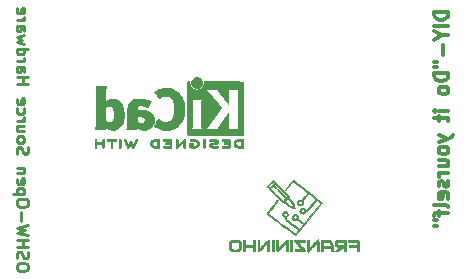
<source format=gbo>
G04 #@! TF.GenerationSoftware,KiCad,Pcbnew,(5.0.0)*
G04 #@! TF.CreationDate,2018-09-21T23:18:56-03:00*
G04 #@! TF.ProjectId,Franzininho,4672616E7A696E696E686F2E6B696361,rev?*
G04 #@! TF.SameCoordinates,Original*
G04 #@! TF.FileFunction,Legend,Bot*
G04 #@! TF.FilePolarity,Positive*
%FSLAX46Y46*%
G04 Gerber Fmt 4.6, Leading zero omitted, Abs format (unit mm)*
G04 Created by KiCad (PCBNEW (5.0.0)) date 09/21/18 23:18:56*
%MOMM*%
%LPD*%
G01*
G04 APERTURE LIST*
%ADD10C,0.250000*%
%ADD11C,0.300000*%
%ADD12C,0.010000*%
G04 APERTURE END LIST*
D10*
X137199619Y-118346761D02*
X137199619Y-118156285D01*
X137152000Y-118061047D01*
X137056761Y-117965809D01*
X136866285Y-117918190D01*
X136532952Y-117918190D01*
X136342476Y-117965809D01*
X136247238Y-118061047D01*
X136199619Y-118156285D01*
X136199619Y-118346761D01*
X136247238Y-118442000D01*
X136342476Y-118537238D01*
X136532952Y-118584857D01*
X136866285Y-118584857D01*
X137056761Y-118537238D01*
X137152000Y-118442000D01*
X137199619Y-118346761D01*
X136247238Y-117537238D02*
X136199619Y-117394380D01*
X136199619Y-117156285D01*
X136247238Y-117061047D01*
X136294857Y-117013428D01*
X136390095Y-116965809D01*
X136485333Y-116965809D01*
X136580571Y-117013428D01*
X136628190Y-117061047D01*
X136675809Y-117156285D01*
X136723428Y-117346761D01*
X136771047Y-117442000D01*
X136818666Y-117489619D01*
X136913904Y-117537238D01*
X137009142Y-117537238D01*
X137104380Y-117489619D01*
X137152000Y-117442000D01*
X137199619Y-117346761D01*
X137199619Y-117108666D01*
X137152000Y-116965809D01*
X136199619Y-116537238D02*
X137199619Y-116537238D01*
X136723428Y-116537238D02*
X136723428Y-115965809D01*
X136199619Y-115965809D02*
X137199619Y-115965809D01*
X137199619Y-115584857D02*
X136199619Y-115346761D01*
X136913904Y-115156285D01*
X136199619Y-114965809D01*
X137199619Y-114727714D01*
X136580571Y-114346761D02*
X136580571Y-113584857D01*
X137199619Y-112918190D02*
X137199619Y-112727714D01*
X137152000Y-112632476D01*
X137056761Y-112537238D01*
X136866285Y-112489619D01*
X136532952Y-112489619D01*
X136342476Y-112537238D01*
X136247238Y-112632476D01*
X136199619Y-112727714D01*
X136199619Y-112918190D01*
X136247238Y-113013428D01*
X136342476Y-113108666D01*
X136532952Y-113156285D01*
X136866285Y-113156285D01*
X137056761Y-113108666D01*
X137152000Y-113013428D01*
X137199619Y-112918190D01*
X136866285Y-112061047D02*
X135866285Y-112061047D01*
X136818666Y-112061047D02*
X136866285Y-111965809D01*
X136866285Y-111775333D01*
X136818666Y-111680095D01*
X136771047Y-111632476D01*
X136675809Y-111584857D01*
X136390095Y-111584857D01*
X136294857Y-111632476D01*
X136247238Y-111680095D01*
X136199619Y-111775333D01*
X136199619Y-111965809D01*
X136247238Y-112061047D01*
X136247238Y-110775333D02*
X136199619Y-110870571D01*
X136199619Y-111061047D01*
X136247238Y-111156285D01*
X136342476Y-111203904D01*
X136723428Y-111203904D01*
X136818666Y-111156285D01*
X136866285Y-111061047D01*
X136866285Y-110870571D01*
X136818666Y-110775333D01*
X136723428Y-110727714D01*
X136628190Y-110727714D01*
X136532952Y-111203904D01*
X136866285Y-110299142D02*
X136199619Y-110299142D01*
X136771047Y-110299142D02*
X136818666Y-110251523D01*
X136866285Y-110156285D01*
X136866285Y-110013428D01*
X136818666Y-109918190D01*
X136723428Y-109870571D01*
X136199619Y-109870571D01*
X136247238Y-108680095D02*
X136199619Y-108537238D01*
X136199619Y-108299142D01*
X136247238Y-108203904D01*
X136294857Y-108156285D01*
X136390095Y-108108666D01*
X136485333Y-108108666D01*
X136580571Y-108156285D01*
X136628190Y-108203904D01*
X136675809Y-108299142D01*
X136723428Y-108489619D01*
X136771047Y-108584857D01*
X136818666Y-108632476D01*
X136913904Y-108680095D01*
X137009142Y-108680095D01*
X137104380Y-108632476D01*
X137152000Y-108584857D01*
X137199619Y-108489619D01*
X137199619Y-108251523D01*
X137152000Y-108108666D01*
X136199619Y-107537238D02*
X136247238Y-107632476D01*
X136294857Y-107680095D01*
X136390095Y-107727714D01*
X136675809Y-107727714D01*
X136771047Y-107680095D01*
X136818666Y-107632476D01*
X136866285Y-107537238D01*
X136866285Y-107394380D01*
X136818666Y-107299142D01*
X136771047Y-107251523D01*
X136675809Y-107203904D01*
X136390095Y-107203904D01*
X136294857Y-107251523D01*
X136247238Y-107299142D01*
X136199619Y-107394380D01*
X136199619Y-107537238D01*
X136866285Y-106346761D02*
X136199619Y-106346761D01*
X136866285Y-106775333D02*
X136342476Y-106775333D01*
X136247238Y-106727714D01*
X136199619Y-106632476D01*
X136199619Y-106489619D01*
X136247238Y-106394380D01*
X136294857Y-106346761D01*
X136199619Y-105870571D02*
X136866285Y-105870571D01*
X136675809Y-105870571D02*
X136771047Y-105822952D01*
X136818666Y-105775333D01*
X136866285Y-105680095D01*
X136866285Y-105584857D01*
X136247238Y-104822952D02*
X136199619Y-104918190D01*
X136199619Y-105108666D01*
X136247238Y-105203904D01*
X136294857Y-105251523D01*
X136390095Y-105299142D01*
X136675809Y-105299142D01*
X136771047Y-105251523D01*
X136818666Y-105203904D01*
X136866285Y-105108666D01*
X136866285Y-104918190D01*
X136818666Y-104822952D01*
X136247238Y-104013428D02*
X136199619Y-104108666D01*
X136199619Y-104299142D01*
X136247238Y-104394380D01*
X136342476Y-104442000D01*
X136723428Y-104442000D01*
X136818666Y-104394380D01*
X136866285Y-104299142D01*
X136866285Y-104108666D01*
X136818666Y-104013428D01*
X136723428Y-103965809D01*
X136628190Y-103965809D01*
X136532952Y-104442000D01*
X136199619Y-102775333D02*
X137199619Y-102775333D01*
X136723428Y-102775333D02*
X136723428Y-102203904D01*
X136199619Y-102203904D02*
X137199619Y-102203904D01*
X136199619Y-101299142D02*
X136723428Y-101299142D01*
X136818666Y-101346761D01*
X136866285Y-101442000D01*
X136866285Y-101632476D01*
X136818666Y-101727714D01*
X136247238Y-101299142D02*
X136199619Y-101394380D01*
X136199619Y-101632476D01*
X136247238Y-101727714D01*
X136342476Y-101775333D01*
X136437714Y-101775333D01*
X136532952Y-101727714D01*
X136580571Y-101632476D01*
X136580571Y-101394380D01*
X136628190Y-101299142D01*
X136199619Y-100822952D02*
X136866285Y-100822952D01*
X136675809Y-100822952D02*
X136771047Y-100775333D01*
X136818666Y-100727714D01*
X136866285Y-100632476D01*
X136866285Y-100537238D01*
X136199619Y-99775333D02*
X137199619Y-99775333D01*
X136247238Y-99775333D02*
X136199619Y-99870571D01*
X136199619Y-100061047D01*
X136247238Y-100156285D01*
X136294857Y-100203904D01*
X136390095Y-100251523D01*
X136675809Y-100251523D01*
X136771047Y-100203904D01*
X136818666Y-100156285D01*
X136866285Y-100061047D01*
X136866285Y-99870571D01*
X136818666Y-99775333D01*
X136866285Y-99394380D02*
X136199619Y-99203904D01*
X136675809Y-99013428D01*
X136199619Y-98822952D01*
X136866285Y-98632476D01*
X136199619Y-97822952D02*
X136723428Y-97822952D01*
X136818666Y-97870571D01*
X136866285Y-97965809D01*
X136866285Y-98156285D01*
X136818666Y-98251523D01*
X136247238Y-97822952D02*
X136199619Y-97918190D01*
X136199619Y-98156285D01*
X136247238Y-98251523D01*
X136342476Y-98299142D01*
X136437714Y-98299142D01*
X136532952Y-98251523D01*
X136580571Y-98156285D01*
X136580571Y-97918190D01*
X136628190Y-97822952D01*
X136199619Y-97346761D02*
X136866285Y-97346761D01*
X136675809Y-97346761D02*
X136771047Y-97299142D01*
X136818666Y-97251523D01*
X136866285Y-97156285D01*
X136866285Y-97061047D01*
X136247238Y-96346761D02*
X136199619Y-96442000D01*
X136199619Y-96632476D01*
X136247238Y-96727714D01*
X136342476Y-96775333D01*
X136723428Y-96775333D01*
X136818666Y-96727714D01*
X136866285Y-96632476D01*
X136866285Y-96442000D01*
X136818666Y-96346761D01*
X136723428Y-96299142D01*
X136628190Y-96299142D01*
X136532952Y-96775333D01*
D11*
X172754857Y-96635428D02*
X171554857Y-96635428D01*
X171554857Y-96921142D01*
X171612000Y-97092571D01*
X171726285Y-97206857D01*
X171840571Y-97264000D01*
X172069142Y-97321142D01*
X172240571Y-97321142D01*
X172469142Y-97264000D01*
X172583428Y-97206857D01*
X172697714Y-97092571D01*
X172754857Y-96921142D01*
X172754857Y-96635428D01*
X172754857Y-97835428D02*
X171554857Y-97835428D01*
X172183428Y-98635428D02*
X172754857Y-98635428D01*
X171554857Y-98235428D02*
X172183428Y-98635428D01*
X171554857Y-99035428D01*
X172297714Y-99435428D02*
X172297714Y-100349714D01*
X171554857Y-100864000D02*
X171783428Y-100864000D01*
X171554857Y-101321142D02*
X171783428Y-101321142D01*
X172754857Y-101835428D02*
X171554857Y-101835428D01*
X171554857Y-102121142D01*
X171612000Y-102292571D01*
X171726285Y-102406857D01*
X171840571Y-102464000D01*
X172069142Y-102521142D01*
X172240571Y-102521142D01*
X172469142Y-102464000D01*
X172583428Y-102406857D01*
X172697714Y-102292571D01*
X172754857Y-102121142D01*
X172754857Y-101835428D01*
X172754857Y-103206857D02*
X172697714Y-103092571D01*
X172640571Y-103035428D01*
X172526285Y-102978285D01*
X172183428Y-102978285D01*
X172069142Y-103035428D01*
X172012000Y-103092571D01*
X171954857Y-103206857D01*
X171954857Y-103378285D01*
X172012000Y-103492571D01*
X172069142Y-103549714D01*
X172183428Y-103606857D01*
X172526285Y-103606857D01*
X172640571Y-103549714D01*
X172697714Y-103492571D01*
X172754857Y-103378285D01*
X172754857Y-103206857D01*
X172754857Y-105035428D02*
X171954857Y-105035428D01*
X171554857Y-105035428D02*
X171612000Y-104978285D01*
X171669142Y-105035428D01*
X171612000Y-105092571D01*
X171554857Y-105035428D01*
X171669142Y-105035428D01*
X171954857Y-105435428D02*
X171954857Y-105892571D01*
X171554857Y-105606857D02*
X172583428Y-105606857D01*
X172697714Y-105664000D01*
X172754857Y-105778285D01*
X172754857Y-105892571D01*
X171954857Y-107092571D02*
X172754857Y-107378285D01*
X171954857Y-107664000D02*
X172754857Y-107378285D01*
X173040571Y-107264000D01*
X173097714Y-107206857D01*
X173154857Y-107092571D01*
X172754857Y-108292571D02*
X172697714Y-108178285D01*
X172640571Y-108121142D01*
X172526285Y-108064000D01*
X172183428Y-108064000D01*
X172069142Y-108121142D01*
X172012000Y-108178285D01*
X171954857Y-108292571D01*
X171954857Y-108464000D01*
X172012000Y-108578285D01*
X172069142Y-108635428D01*
X172183428Y-108692571D01*
X172526285Y-108692571D01*
X172640571Y-108635428D01*
X172697714Y-108578285D01*
X172754857Y-108464000D01*
X172754857Y-108292571D01*
X171954857Y-109721142D02*
X172754857Y-109721142D01*
X171954857Y-109206857D02*
X172583428Y-109206857D01*
X172697714Y-109264000D01*
X172754857Y-109378285D01*
X172754857Y-109549714D01*
X172697714Y-109664000D01*
X172640571Y-109721142D01*
X172754857Y-110292571D02*
X171954857Y-110292571D01*
X172183428Y-110292571D02*
X172069142Y-110349714D01*
X172012000Y-110406857D01*
X171954857Y-110521142D01*
X171954857Y-110635428D01*
X172697714Y-110978285D02*
X172754857Y-111092571D01*
X172754857Y-111321142D01*
X172697714Y-111435428D01*
X172583428Y-111492571D01*
X172526285Y-111492571D01*
X172412000Y-111435428D01*
X172354857Y-111321142D01*
X172354857Y-111149714D01*
X172297714Y-111035428D01*
X172183428Y-110978285D01*
X172126285Y-110978285D01*
X172012000Y-111035428D01*
X171954857Y-111149714D01*
X171954857Y-111321142D01*
X172012000Y-111435428D01*
X172697714Y-112464000D02*
X172754857Y-112349714D01*
X172754857Y-112121142D01*
X172697714Y-112006857D01*
X172583428Y-111949714D01*
X172126285Y-111949714D01*
X172012000Y-112006857D01*
X171954857Y-112121142D01*
X171954857Y-112349714D01*
X172012000Y-112464000D01*
X172126285Y-112521142D01*
X172240571Y-112521142D01*
X172354857Y-111949714D01*
X172754857Y-113206857D02*
X172697714Y-113092571D01*
X172583428Y-113035428D01*
X171554857Y-113035428D01*
X171954857Y-113492571D02*
X171954857Y-113949714D01*
X172754857Y-113664000D02*
X171726285Y-113664000D01*
X171612000Y-113721142D01*
X171554857Y-113835428D01*
X171554857Y-113949714D01*
X171554857Y-114292571D02*
X171783428Y-114292571D01*
X171554857Y-114749714D02*
X171783428Y-114749714D01*
D12*
G04 #@! TO.C,G\002A\002A\002A*
G36*
X157984042Y-111372826D02*
X157983008Y-111373832D01*
X157972186Y-111401428D01*
X157992580Y-111441313D01*
X158038753Y-111493250D01*
X158113918Y-111559679D01*
X158167946Y-111581381D01*
X158201349Y-111560927D01*
X158191987Y-111533079D01*
X158154024Y-111483620D01*
X158113986Y-111441509D01*
X158051291Y-111385335D01*
X158011066Y-111364037D01*
X157984042Y-111372826D01*
X157984042Y-111372826D01*
G37*
X157984042Y-111372826D02*
X157983008Y-111373832D01*
X157972186Y-111401428D01*
X157992580Y-111441313D01*
X158038753Y-111493250D01*
X158113918Y-111559679D01*
X158167946Y-111581381D01*
X158201349Y-111560927D01*
X158191987Y-111533079D01*
X158154024Y-111483620D01*
X158113986Y-111441509D01*
X158051291Y-111385335D01*
X158011066Y-111364037D01*
X157984042Y-111372826D01*
G36*
X158279111Y-111665206D02*
X158277634Y-111668369D01*
X158279335Y-111694112D01*
X158302198Y-111734640D01*
X158349979Y-111794531D01*
X158426433Y-111878363D01*
X158535316Y-111990714D01*
X158574930Y-112030728D01*
X158703306Y-112159114D01*
X158801157Y-112254499D01*
X158873085Y-112320582D01*
X158923691Y-112361061D01*
X158957579Y-112379635D01*
X158979350Y-112380000D01*
X158993068Y-112366739D01*
X158981524Y-112339992D01*
X158937201Y-112282922D01*
X158864180Y-112200161D01*
X158766545Y-112096343D01*
X158652864Y-111980586D01*
X158528015Y-111856760D01*
X158433894Y-111766186D01*
X158366222Y-111705304D01*
X158320720Y-111670554D01*
X158293110Y-111658375D01*
X158279111Y-111665206D01*
X158279111Y-111665206D01*
G37*
X158279111Y-111665206D02*
X158277634Y-111668369D01*
X158279335Y-111694112D01*
X158302198Y-111734640D01*
X158349979Y-111794531D01*
X158426433Y-111878363D01*
X158535316Y-111990714D01*
X158574930Y-112030728D01*
X158703306Y-112159114D01*
X158801157Y-112254499D01*
X158873085Y-112320582D01*
X158923691Y-112361061D01*
X158957579Y-112379635D01*
X158979350Y-112380000D01*
X158993068Y-112366739D01*
X158981524Y-112339992D01*
X158937201Y-112282922D01*
X158864180Y-112200161D01*
X158766545Y-112096343D01*
X158652864Y-111980586D01*
X158528015Y-111856760D01*
X158433894Y-111766186D01*
X158366222Y-111705304D01*
X158320720Y-111670554D01*
X158293110Y-111658375D01*
X158279111Y-111665206D01*
G36*
X157850018Y-110939254D02*
X157790632Y-110986077D01*
X157715979Y-111053956D01*
X157634082Y-111134579D01*
X157552964Y-111219634D01*
X157480647Y-111300808D01*
X157425153Y-111369790D01*
X157394505Y-111418267D01*
X157391471Y-111434306D01*
X157412625Y-111460522D01*
X157466187Y-111517804D01*
X157547997Y-111601958D01*
X157653897Y-111708786D01*
X157779725Y-111834094D01*
X157921322Y-111973686D01*
X158074527Y-112123367D01*
X158078752Y-112127475D01*
X158266989Y-112309659D01*
X158422157Y-112457788D01*
X158546746Y-112574088D01*
X158643250Y-112660780D01*
X158714159Y-112720087D01*
X158761966Y-112754233D01*
X158789162Y-112765439D01*
X158793258Y-112764835D01*
X158828764Y-112769818D01*
X158885727Y-112806902D01*
X158968397Y-112879132D01*
X159015079Y-112923876D01*
X159109346Y-113012069D01*
X159190301Y-113075339D01*
X159276309Y-113125496D01*
X159385736Y-113174351D01*
X159435800Y-113194448D01*
X159540439Y-113235760D01*
X159628926Y-113270701D01*
X159689566Y-113294652D01*
X159708636Y-113302190D01*
X159743573Y-113293970D01*
X159754371Y-113277669D01*
X159751172Y-113240225D01*
X159731608Y-113167118D01*
X159724096Y-113144607D01*
X159611716Y-113144607D01*
X159603704Y-113155363D01*
X159594181Y-113152766D01*
X159562716Y-113139801D01*
X159497176Y-113113217D01*
X159410634Y-113078315D01*
X159393663Y-113071489D01*
X159279028Y-113018405D01*
X159181602Y-112954423D01*
X159081264Y-112865713D01*
X159051977Y-112836651D01*
X158891390Y-112674623D01*
X159016724Y-112547375D01*
X159142059Y-112420127D01*
X159300645Y-112577304D01*
X159395995Y-112679572D01*
X159464055Y-112775137D01*
X159519564Y-112885829D01*
X159536553Y-112926690D01*
X159579838Y-113036931D01*
X159604327Y-113107350D01*
X159611716Y-113144607D01*
X159724096Y-113144607D01*
X159699029Y-113069502D01*
X159663997Y-112976584D01*
X159612672Y-112852154D01*
X159567519Y-112760037D01*
X159518492Y-112684405D01*
X159455547Y-112609429D01*
X159382977Y-112533765D01*
X159300321Y-112447375D01*
X159251153Y-112388307D01*
X159231006Y-112350119D01*
X159235409Y-112326371D01*
X159237504Y-112324056D01*
X159245482Y-112314417D01*
X159248246Y-112302545D01*
X159242868Y-112285192D01*
X159239516Y-112279877D01*
X159130631Y-112279877D01*
X158947301Y-112464438D01*
X158869650Y-112541361D01*
X158805491Y-112602578D01*
X158762965Y-112640457D01*
X158750409Y-112649000D01*
X158729710Y-112631723D01*
X158677778Y-112582867D01*
X158599183Y-112506889D01*
X158498494Y-112408249D01*
X158380283Y-112291405D01*
X158249118Y-112160817D01*
X158209816Y-112121520D01*
X157682785Y-111594041D01*
X158064611Y-111214763D01*
X159130631Y-112279877D01*
X159239516Y-112279877D01*
X159226416Y-112259106D01*
X159195958Y-112221039D01*
X159148565Y-112167739D01*
X159081306Y-112095957D01*
X158991249Y-112002442D01*
X158875465Y-111883944D01*
X158731022Y-111737214D01*
X158554989Y-111559001D01*
X158471196Y-111474250D01*
X158333884Y-111336624D01*
X158206700Y-111211512D01*
X158143288Y-111150470D01*
X157999359Y-111150470D01*
X157621939Y-111530426D01*
X157563670Y-111475685D01*
X157522972Y-111432679D01*
X157505417Y-111404663D01*
X157505400Y-111404256D01*
X157523136Y-111381344D01*
X157570982Y-111332807D01*
X157640902Y-111266564D01*
X157697931Y-111214569D01*
X157890461Y-111041572D01*
X157999359Y-111150470D01*
X158143288Y-111150470D01*
X158094326Y-111103338D01*
X158001449Y-111016525D01*
X157932754Y-110955497D01*
X157892924Y-110924678D01*
X157886115Y-110921800D01*
X157850018Y-110939254D01*
X157850018Y-110939254D01*
G37*
X157850018Y-110939254D02*
X157790632Y-110986077D01*
X157715979Y-111053956D01*
X157634082Y-111134579D01*
X157552964Y-111219634D01*
X157480647Y-111300808D01*
X157425153Y-111369790D01*
X157394505Y-111418267D01*
X157391471Y-111434306D01*
X157412625Y-111460522D01*
X157466187Y-111517804D01*
X157547997Y-111601958D01*
X157653897Y-111708786D01*
X157779725Y-111834094D01*
X157921322Y-111973686D01*
X158074527Y-112123367D01*
X158078752Y-112127475D01*
X158266989Y-112309659D01*
X158422157Y-112457788D01*
X158546746Y-112574088D01*
X158643250Y-112660780D01*
X158714159Y-112720087D01*
X158761966Y-112754233D01*
X158789162Y-112765439D01*
X158793258Y-112764835D01*
X158828764Y-112769818D01*
X158885727Y-112806902D01*
X158968397Y-112879132D01*
X159015079Y-112923876D01*
X159109346Y-113012069D01*
X159190301Y-113075339D01*
X159276309Y-113125496D01*
X159385736Y-113174351D01*
X159435800Y-113194448D01*
X159540439Y-113235760D01*
X159628926Y-113270701D01*
X159689566Y-113294652D01*
X159708636Y-113302190D01*
X159743573Y-113293970D01*
X159754371Y-113277669D01*
X159751172Y-113240225D01*
X159731608Y-113167118D01*
X159724096Y-113144607D01*
X159611716Y-113144607D01*
X159603704Y-113155363D01*
X159594181Y-113152766D01*
X159562716Y-113139801D01*
X159497176Y-113113217D01*
X159410634Y-113078315D01*
X159393663Y-113071489D01*
X159279028Y-113018405D01*
X159181602Y-112954423D01*
X159081264Y-112865713D01*
X159051977Y-112836651D01*
X158891390Y-112674623D01*
X159016724Y-112547375D01*
X159142059Y-112420127D01*
X159300645Y-112577304D01*
X159395995Y-112679572D01*
X159464055Y-112775137D01*
X159519564Y-112885829D01*
X159536553Y-112926690D01*
X159579838Y-113036931D01*
X159604327Y-113107350D01*
X159611716Y-113144607D01*
X159724096Y-113144607D01*
X159699029Y-113069502D01*
X159663997Y-112976584D01*
X159612672Y-112852154D01*
X159567519Y-112760037D01*
X159518492Y-112684405D01*
X159455547Y-112609429D01*
X159382977Y-112533765D01*
X159300321Y-112447375D01*
X159251153Y-112388307D01*
X159231006Y-112350119D01*
X159235409Y-112326371D01*
X159237504Y-112324056D01*
X159245482Y-112314417D01*
X159248246Y-112302545D01*
X159242868Y-112285192D01*
X159239516Y-112279877D01*
X159130631Y-112279877D01*
X158947301Y-112464438D01*
X158869650Y-112541361D01*
X158805491Y-112602578D01*
X158762965Y-112640457D01*
X158750409Y-112649000D01*
X158729710Y-112631723D01*
X158677778Y-112582867D01*
X158599183Y-112506889D01*
X158498494Y-112408249D01*
X158380283Y-112291405D01*
X158249118Y-112160817D01*
X158209816Y-112121520D01*
X157682785Y-111594041D01*
X158064611Y-111214763D01*
X159130631Y-112279877D01*
X159239516Y-112279877D01*
X159226416Y-112259106D01*
X159195958Y-112221039D01*
X159148565Y-112167739D01*
X159081306Y-112095957D01*
X158991249Y-112002442D01*
X158875465Y-111883944D01*
X158731022Y-111737214D01*
X158554989Y-111559001D01*
X158471196Y-111474250D01*
X158333884Y-111336624D01*
X158206700Y-111211512D01*
X158143288Y-111150470D01*
X157999359Y-111150470D01*
X157621939Y-111530426D01*
X157563670Y-111475685D01*
X157522972Y-111432679D01*
X157505417Y-111404663D01*
X157505400Y-111404256D01*
X157523136Y-111381344D01*
X157570982Y-111332807D01*
X157640902Y-111266564D01*
X157697931Y-111214569D01*
X157890461Y-111041572D01*
X157999359Y-111150470D01*
X158143288Y-111150470D01*
X158094326Y-111103338D01*
X158001449Y-111016525D01*
X157932754Y-110955497D01*
X157892924Y-110924678D01*
X157886115Y-110921800D01*
X157850018Y-110939254D01*
G36*
X159573506Y-110890180D02*
X159526793Y-110943771D01*
X159458944Y-111025850D01*
X159374832Y-111130491D01*
X159279329Y-111251770D01*
X159249646Y-111289919D01*
X159132861Y-111442301D01*
X159046616Y-111559751D01*
X158988673Y-111646147D01*
X158956793Y-111705367D01*
X158948739Y-111741290D01*
X158962275Y-111757794D01*
X158978432Y-111760000D01*
X159000426Y-111740964D01*
X159048275Y-111688004D01*
X159116705Y-111607339D01*
X159200440Y-111505191D01*
X159294207Y-111387778D01*
X159296122Y-111385350D01*
X159389826Y-111267335D01*
X159473149Y-111163918D01*
X159540892Y-111081430D01*
X159587854Y-111026202D01*
X159608835Y-111004565D01*
X159608939Y-111004523D01*
X159632420Y-111017997D01*
X159689500Y-111058627D01*
X159774202Y-111121726D01*
X159880547Y-111202603D01*
X160002557Y-111296569D01*
X160134252Y-111398937D01*
X160269654Y-111505015D01*
X160402785Y-111610116D01*
X160527666Y-111709550D01*
X160638318Y-111798628D01*
X160728763Y-111872661D01*
X160793022Y-111926961D01*
X160825117Y-111956837D01*
X160827573Y-111960314D01*
X160814313Y-111986189D01*
X160772830Y-112042899D01*
X160708696Y-112123353D01*
X160627487Y-112220462D01*
X160577545Y-112278421D01*
X160479240Y-112390742D01*
X160407527Y-112469889D01*
X160355883Y-112521214D01*
X160317786Y-112550067D01*
X160286714Y-112561799D01*
X160256146Y-112561762D01*
X160236197Y-112558479D01*
X160132399Y-112559558D01*
X160048312Y-112598126D01*
X159987357Y-112663861D01*
X159952957Y-112746442D01*
X159948533Y-112835544D01*
X159977507Y-112920847D01*
X160043301Y-112992026D01*
X160084509Y-113016075D01*
X160180935Y-113049875D01*
X160259401Y-113044562D01*
X160336688Y-112998084D01*
X160354080Y-112983132D01*
X160419770Y-112893240D01*
X160429937Y-112837260D01*
X160342164Y-112837260D01*
X160311398Y-112897394D01*
X160257950Y-112939457D01*
X160190880Y-112954197D01*
X160119250Y-112932359D01*
X160091851Y-112911763D01*
X160052290Y-112847336D01*
X160050421Y-112773564D01*
X160080510Y-112705946D01*
X160136823Y-112659985D01*
X160189037Y-112649000D01*
X160251494Y-112666533D01*
X160299400Y-112699800D01*
X160341185Y-112768311D01*
X160342164Y-112837260D01*
X160429937Y-112837260D01*
X160439371Y-112785321D01*
X160419292Y-112685157D01*
X160417556Y-112657577D01*
X160432613Y-112619430D01*
X160468662Y-112564562D01*
X160529902Y-112486821D01*
X160620533Y-112380057D01*
X160653377Y-112342257D01*
X160743042Y-112241302D01*
X160822261Y-112155622D01*
X160884609Y-112091899D01*
X160923658Y-112056814D01*
X160932448Y-112052100D01*
X160961428Y-112066863D01*
X161020233Y-112106560D01*
X161099943Y-112164306D01*
X161191634Y-112233213D01*
X161286384Y-112306394D01*
X161375270Y-112376962D01*
X161449371Y-112438030D01*
X161499764Y-112482712D01*
X161517552Y-112503724D01*
X161502545Y-112528374D01*
X161459924Y-112586452D01*
X161394241Y-112672066D01*
X161310046Y-112779322D01*
X161211890Y-112902328D01*
X161161406Y-112964921D01*
X161019343Y-113137442D01*
X160904994Y-113269715D01*
X160818730Y-113361335D01*
X160760922Y-113411897D01*
X160741296Y-113422084D01*
X160693065Y-113423767D01*
X160644636Y-113397009D01*
X160593841Y-113348237D01*
X160532184Y-113291135D01*
X160474762Y-113264941D01*
X160397182Y-113258600D01*
X160396079Y-113258600D01*
X160306709Y-113267858D01*
X160245630Y-113300172D01*
X160229511Y-113315750D01*
X160170242Y-113410006D01*
X160155115Y-113508431D01*
X160179535Y-113600858D01*
X160238910Y-113677118D01*
X160328646Y-113727043D01*
X160421714Y-113741200D01*
X160509098Y-113719845D01*
X160586637Y-113665195D01*
X160635479Y-113591370D01*
X160639547Y-113578029D01*
X160661240Y-113534072D01*
X160707693Y-113513216D01*
X160749901Y-113507777D01*
X160782160Y-113503093D01*
X160813217Y-113491552D01*
X160833920Y-113477712D01*
X160548984Y-113477712D01*
X160537208Y-113544223D01*
X160495875Y-113599263D01*
X160435442Y-113634214D01*
X160366366Y-113640461D01*
X160299106Y-113609389D01*
X160288515Y-113599685D01*
X160258813Y-113545353D01*
X160248600Y-113485971D01*
X160269204Y-113412182D01*
X160321482Y-113364087D01*
X160391137Y-113345763D01*
X160463873Y-113361288D01*
X160520745Y-113408346D01*
X160548984Y-113477712D01*
X160833920Y-113477712D01*
X160847988Y-113468308D01*
X160891390Y-113428517D01*
X160948342Y-113367334D01*
X161023761Y-113279914D01*
X161122564Y-113161412D01*
X161213476Y-113051040D01*
X161319813Y-112921797D01*
X161415595Y-112805669D01*
X161496043Y-112708427D01*
X161556376Y-112635844D01*
X161591814Y-112593693D01*
X161598879Y-112585654D01*
X161624805Y-112592106D01*
X161676958Y-112623183D01*
X161743505Y-112669863D01*
X161812618Y-112723122D01*
X161872463Y-112773936D01*
X161911212Y-112813281D01*
X161919253Y-112830017D01*
X161902330Y-112853286D01*
X161856746Y-112911933D01*
X161785783Y-113001835D01*
X161692724Y-113118871D01*
X161580851Y-113258921D01*
X161453449Y-113417860D01*
X161313799Y-113591569D01*
X161216377Y-113712478D01*
X160520453Y-114575408D01*
X160270227Y-114370614D01*
X160020000Y-114165821D01*
X160020000Y-114077478D01*
X159913557Y-114077478D01*
X159878665Y-114144537D01*
X159861250Y-114159613D01*
X159784792Y-114191380D01*
X159714335Y-114173284D01*
X159654770Y-114114685D01*
X159621049Y-114062404D01*
X159618031Y-114022763D01*
X159640314Y-113974985D01*
X159695340Y-113919742D01*
X159769332Y-113896449D01*
X159843084Y-113908584D01*
X159877115Y-113932142D01*
X159913535Y-113999582D01*
X159913557Y-114077478D01*
X160020000Y-114077478D01*
X160020000Y-114044668D01*
X160014848Y-113963479D01*
X159993003Y-113909670D01*
X159944880Y-113860318D01*
X159941852Y-113857757D01*
X159842640Y-113801228D01*
X159742231Y-113794015D01*
X159646811Y-113835960D01*
X159611647Y-113866246D01*
X159554737Y-113954486D01*
X159535603Y-114057142D01*
X159556208Y-114156539D01*
X159575579Y-114190804D01*
X159644248Y-114249908D01*
X159736970Y-114282620D01*
X159830854Y-114281961D01*
X159852895Y-114275362D01*
X159910125Y-114256270D01*
X159943765Y-114249200D01*
X159968995Y-114264039D01*
X160024199Y-114303690D01*
X160099987Y-114360855D01*
X160186970Y-114428235D01*
X160275757Y-114498531D01*
X160356960Y-114564445D01*
X160421187Y-114618678D01*
X160436013Y-114631824D01*
X160430013Y-114657685D01*
X160397875Y-114710755D01*
X160347784Y-114780788D01*
X160287921Y-114857537D01*
X160226469Y-114930758D01*
X160171610Y-114990205D01*
X160131529Y-115025631D01*
X160117275Y-115030924D01*
X160092152Y-115014116D01*
X160032254Y-114970365D01*
X159943025Y-114903761D01*
X159829910Y-114818393D01*
X159698353Y-114718352D01*
X159553799Y-114607726D01*
X159549868Y-114604708D01*
X159386756Y-114479137D01*
X159259698Y-114380110D01*
X159164226Y-114303536D01*
X159095873Y-114245324D01*
X159050170Y-114201381D01*
X159022649Y-114167617D01*
X159008842Y-114139939D01*
X159004281Y-114114256D01*
X159004043Y-114104861D01*
X159014985Y-114039970D01*
X159052651Y-114008648D01*
X159056247Y-114007441D01*
X159113412Y-113965338D01*
X159155238Y-113889882D01*
X159174790Y-113797823D01*
X159174761Y-113797283D01*
X159081504Y-113797283D01*
X159059557Y-113869403D01*
X159038164Y-113897949D01*
X158972824Y-113937704D01*
X158896774Y-113940069D01*
X158830453Y-113905960D01*
X158814941Y-113887948D01*
X158778881Y-113807210D01*
X158792134Y-113734594D01*
X158826200Y-113690400D01*
X158895283Y-113647936D01*
X158964550Y-113646396D01*
X159024806Y-113676776D01*
X159066855Y-113730073D01*
X159081504Y-113797283D01*
X159174761Y-113797283D01*
X159171079Y-113730114D01*
X159137272Y-113644622D01*
X159072472Y-113587683D01*
X158967490Y-113544121D01*
X158871344Y-113549613D01*
X158778013Y-113604635D01*
X158770028Y-113611600D01*
X158713941Y-113672466D01*
X158690771Y-113735381D01*
X158687655Y-113787371D01*
X158709753Y-113896637D01*
X158772085Y-113980595D01*
X158841687Y-114021531D01*
X158886087Y-114060830D01*
X158911127Y-114141182D01*
X158911311Y-114142329D01*
X158917867Y-114173295D01*
X158929990Y-114202937D01*
X158952215Y-114235461D01*
X158989074Y-114275077D01*
X159045102Y-114325991D01*
X159124830Y-114392413D01*
X159232793Y-114478550D01*
X159373524Y-114588610D01*
X159487080Y-114676804D01*
X159632458Y-114790309D01*
X159763657Y-114894159D01*
X159875581Y-114984205D01*
X159963131Y-115056297D01*
X160021212Y-115106286D01*
X160044725Y-115130023D01*
X160044980Y-115130941D01*
X160027557Y-115167467D01*
X159986157Y-115224581D01*
X159930902Y-115290928D01*
X159871917Y-115355151D01*
X159819328Y-115405894D01*
X159783259Y-115431802D01*
X159775902Y-115432740D01*
X159749656Y-115415497D01*
X159687789Y-115371320D01*
X159594747Y-115303538D01*
X159474976Y-115215477D01*
X159332924Y-115110465D01*
X159173037Y-114991829D01*
X158999761Y-114862896D01*
X158817544Y-114726995D01*
X158630833Y-114587451D01*
X158444073Y-114447593D01*
X158261712Y-114310747D01*
X158088197Y-114180241D01*
X157927973Y-114059403D01*
X157785488Y-113951559D01*
X157665189Y-113860037D01*
X157571522Y-113788164D01*
X157508934Y-113739268D01*
X157481872Y-113716676D01*
X157481114Y-113715637D01*
X157495883Y-113693061D01*
X157538089Y-113635962D01*
X157603656Y-113549663D01*
X157688509Y-113439486D01*
X157788573Y-113310754D01*
X157899185Y-113169537D01*
X158033268Y-112997779D01*
X158137423Y-112861151D01*
X158214132Y-112755663D01*
X158265876Y-112677328D01*
X158295138Y-112622155D01*
X158304400Y-112586157D01*
X158296143Y-112565344D01*
X158280100Y-112557343D01*
X158258590Y-112574715D01*
X158211422Y-112626643D01*
X158143375Y-112707008D01*
X158059227Y-112809690D01*
X157963756Y-112928573D01*
X157861740Y-113057537D01*
X157757957Y-113190464D01*
X157657184Y-113321236D01*
X157564201Y-113443733D01*
X157483785Y-113551838D01*
X157420713Y-113639432D01*
X157379764Y-113700396D01*
X157365700Y-113728284D01*
X157385399Y-113747811D01*
X157441624Y-113794313D01*
X157530068Y-113864548D01*
X157646421Y-113955272D01*
X157786378Y-114063241D01*
X157945629Y-114185212D01*
X158119868Y-114317940D01*
X158304786Y-114458182D01*
X158496075Y-114602694D01*
X158689429Y-114748233D01*
X158880538Y-114891555D01*
X159065096Y-115029417D01*
X159238794Y-115158574D01*
X159397326Y-115275783D01*
X159536382Y-115377800D01*
X159651655Y-115461382D01*
X159738838Y-115523284D01*
X159793622Y-115560264D01*
X159811220Y-115569723D01*
X159829869Y-115550448D01*
X159877813Y-115494840D01*
X159952428Y-115406086D01*
X160051088Y-115287372D01*
X160171169Y-115141884D01*
X160310045Y-114972808D01*
X160465091Y-114783329D01*
X160633682Y-114576635D01*
X160813192Y-114355911D01*
X160934400Y-114206533D01*
X161119484Y-113977787D01*
X161294848Y-113760195D01*
X161457903Y-113557023D01*
X161606062Y-113371537D01*
X161736736Y-113207005D01*
X161847335Y-113066692D01*
X161935272Y-112953865D01*
X161997958Y-112871790D01*
X162032805Y-112823733D01*
X162039300Y-112812329D01*
X162019982Y-112792414D01*
X161964813Y-112744544D01*
X161877977Y-112672040D01*
X161763655Y-112578221D01*
X161626029Y-112466409D01*
X161469281Y-112339922D01*
X161297593Y-112202082D01*
X161115145Y-112056209D01*
X160926121Y-111905623D01*
X160734702Y-111753644D01*
X160545070Y-111603593D01*
X160361407Y-111458789D01*
X160187894Y-111322553D01*
X160028714Y-111198206D01*
X159888048Y-111089067D01*
X159770078Y-110998457D01*
X159678986Y-110929695D01*
X159618954Y-110886103D01*
X159594210Y-110871000D01*
X159573506Y-110890180D01*
X159573506Y-110890180D01*
G37*
X159573506Y-110890180D02*
X159526793Y-110943771D01*
X159458944Y-111025850D01*
X159374832Y-111130491D01*
X159279329Y-111251770D01*
X159249646Y-111289919D01*
X159132861Y-111442301D01*
X159046616Y-111559751D01*
X158988673Y-111646147D01*
X158956793Y-111705367D01*
X158948739Y-111741290D01*
X158962275Y-111757794D01*
X158978432Y-111760000D01*
X159000426Y-111740964D01*
X159048275Y-111688004D01*
X159116705Y-111607339D01*
X159200440Y-111505191D01*
X159294207Y-111387778D01*
X159296122Y-111385350D01*
X159389826Y-111267335D01*
X159473149Y-111163918D01*
X159540892Y-111081430D01*
X159587854Y-111026202D01*
X159608835Y-111004565D01*
X159608939Y-111004523D01*
X159632420Y-111017997D01*
X159689500Y-111058627D01*
X159774202Y-111121726D01*
X159880547Y-111202603D01*
X160002557Y-111296569D01*
X160134252Y-111398937D01*
X160269654Y-111505015D01*
X160402785Y-111610116D01*
X160527666Y-111709550D01*
X160638318Y-111798628D01*
X160728763Y-111872661D01*
X160793022Y-111926961D01*
X160825117Y-111956837D01*
X160827573Y-111960314D01*
X160814313Y-111986189D01*
X160772830Y-112042899D01*
X160708696Y-112123353D01*
X160627487Y-112220462D01*
X160577545Y-112278421D01*
X160479240Y-112390742D01*
X160407527Y-112469889D01*
X160355883Y-112521214D01*
X160317786Y-112550067D01*
X160286714Y-112561799D01*
X160256146Y-112561762D01*
X160236197Y-112558479D01*
X160132399Y-112559558D01*
X160048312Y-112598126D01*
X159987357Y-112663861D01*
X159952957Y-112746442D01*
X159948533Y-112835544D01*
X159977507Y-112920847D01*
X160043301Y-112992026D01*
X160084509Y-113016075D01*
X160180935Y-113049875D01*
X160259401Y-113044562D01*
X160336688Y-112998084D01*
X160354080Y-112983132D01*
X160419770Y-112893240D01*
X160429937Y-112837260D01*
X160342164Y-112837260D01*
X160311398Y-112897394D01*
X160257950Y-112939457D01*
X160190880Y-112954197D01*
X160119250Y-112932359D01*
X160091851Y-112911763D01*
X160052290Y-112847336D01*
X160050421Y-112773564D01*
X160080510Y-112705946D01*
X160136823Y-112659985D01*
X160189037Y-112649000D01*
X160251494Y-112666533D01*
X160299400Y-112699800D01*
X160341185Y-112768311D01*
X160342164Y-112837260D01*
X160429937Y-112837260D01*
X160439371Y-112785321D01*
X160419292Y-112685157D01*
X160417556Y-112657577D01*
X160432613Y-112619430D01*
X160468662Y-112564562D01*
X160529902Y-112486821D01*
X160620533Y-112380057D01*
X160653377Y-112342257D01*
X160743042Y-112241302D01*
X160822261Y-112155622D01*
X160884609Y-112091899D01*
X160923658Y-112056814D01*
X160932448Y-112052100D01*
X160961428Y-112066863D01*
X161020233Y-112106560D01*
X161099943Y-112164306D01*
X161191634Y-112233213D01*
X161286384Y-112306394D01*
X161375270Y-112376962D01*
X161449371Y-112438030D01*
X161499764Y-112482712D01*
X161517552Y-112503724D01*
X161502545Y-112528374D01*
X161459924Y-112586452D01*
X161394241Y-112672066D01*
X161310046Y-112779322D01*
X161211890Y-112902328D01*
X161161406Y-112964921D01*
X161019343Y-113137442D01*
X160904994Y-113269715D01*
X160818730Y-113361335D01*
X160760922Y-113411897D01*
X160741296Y-113422084D01*
X160693065Y-113423767D01*
X160644636Y-113397009D01*
X160593841Y-113348237D01*
X160532184Y-113291135D01*
X160474762Y-113264941D01*
X160397182Y-113258600D01*
X160396079Y-113258600D01*
X160306709Y-113267858D01*
X160245630Y-113300172D01*
X160229511Y-113315750D01*
X160170242Y-113410006D01*
X160155115Y-113508431D01*
X160179535Y-113600858D01*
X160238910Y-113677118D01*
X160328646Y-113727043D01*
X160421714Y-113741200D01*
X160509098Y-113719845D01*
X160586637Y-113665195D01*
X160635479Y-113591370D01*
X160639547Y-113578029D01*
X160661240Y-113534072D01*
X160707693Y-113513216D01*
X160749901Y-113507777D01*
X160782160Y-113503093D01*
X160813217Y-113491552D01*
X160833920Y-113477712D01*
X160548984Y-113477712D01*
X160537208Y-113544223D01*
X160495875Y-113599263D01*
X160435442Y-113634214D01*
X160366366Y-113640461D01*
X160299106Y-113609389D01*
X160288515Y-113599685D01*
X160258813Y-113545353D01*
X160248600Y-113485971D01*
X160269204Y-113412182D01*
X160321482Y-113364087D01*
X160391137Y-113345763D01*
X160463873Y-113361288D01*
X160520745Y-113408346D01*
X160548984Y-113477712D01*
X160833920Y-113477712D01*
X160847988Y-113468308D01*
X160891390Y-113428517D01*
X160948342Y-113367334D01*
X161023761Y-113279914D01*
X161122564Y-113161412D01*
X161213476Y-113051040D01*
X161319813Y-112921797D01*
X161415595Y-112805669D01*
X161496043Y-112708427D01*
X161556376Y-112635844D01*
X161591814Y-112593693D01*
X161598879Y-112585654D01*
X161624805Y-112592106D01*
X161676958Y-112623183D01*
X161743505Y-112669863D01*
X161812618Y-112723122D01*
X161872463Y-112773936D01*
X161911212Y-112813281D01*
X161919253Y-112830017D01*
X161902330Y-112853286D01*
X161856746Y-112911933D01*
X161785783Y-113001835D01*
X161692724Y-113118871D01*
X161580851Y-113258921D01*
X161453449Y-113417860D01*
X161313799Y-113591569D01*
X161216377Y-113712478D01*
X160520453Y-114575408D01*
X160270227Y-114370614D01*
X160020000Y-114165821D01*
X160020000Y-114077478D01*
X159913557Y-114077478D01*
X159878665Y-114144537D01*
X159861250Y-114159613D01*
X159784792Y-114191380D01*
X159714335Y-114173284D01*
X159654770Y-114114685D01*
X159621049Y-114062404D01*
X159618031Y-114022763D01*
X159640314Y-113974985D01*
X159695340Y-113919742D01*
X159769332Y-113896449D01*
X159843084Y-113908584D01*
X159877115Y-113932142D01*
X159913535Y-113999582D01*
X159913557Y-114077478D01*
X160020000Y-114077478D01*
X160020000Y-114044668D01*
X160014848Y-113963479D01*
X159993003Y-113909670D01*
X159944880Y-113860318D01*
X159941852Y-113857757D01*
X159842640Y-113801228D01*
X159742231Y-113794015D01*
X159646811Y-113835960D01*
X159611647Y-113866246D01*
X159554737Y-113954486D01*
X159535603Y-114057142D01*
X159556208Y-114156539D01*
X159575579Y-114190804D01*
X159644248Y-114249908D01*
X159736970Y-114282620D01*
X159830854Y-114281961D01*
X159852895Y-114275362D01*
X159910125Y-114256270D01*
X159943765Y-114249200D01*
X159968995Y-114264039D01*
X160024199Y-114303690D01*
X160099987Y-114360855D01*
X160186970Y-114428235D01*
X160275757Y-114498531D01*
X160356960Y-114564445D01*
X160421187Y-114618678D01*
X160436013Y-114631824D01*
X160430013Y-114657685D01*
X160397875Y-114710755D01*
X160347784Y-114780788D01*
X160287921Y-114857537D01*
X160226469Y-114930758D01*
X160171610Y-114990205D01*
X160131529Y-115025631D01*
X160117275Y-115030924D01*
X160092152Y-115014116D01*
X160032254Y-114970365D01*
X159943025Y-114903761D01*
X159829910Y-114818393D01*
X159698353Y-114718352D01*
X159553799Y-114607726D01*
X159549868Y-114604708D01*
X159386756Y-114479137D01*
X159259698Y-114380110D01*
X159164226Y-114303536D01*
X159095873Y-114245324D01*
X159050170Y-114201381D01*
X159022649Y-114167617D01*
X159008842Y-114139939D01*
X159004281Y-114114256D01*
X159004043Y-114104861D01*
X159014985Y-114039970D01*
X159052651Y-114008648D01*
X159056247Y-114007441D01*
X159113412Y-113965338D01*
X159155238Y-113889882D01*
X159174790Y-113797823D01*
X159174761Y-113797283D01*
X159081504Y-113797283D01*
X159059557Y-113869403D01*
X159038164Y-113897949D01*
X158972824Y-113937704D01*
X158896774Y-113940069D01*
X158830453Y-113905960D01*
X158814941Y-113887948D01*
X158778881Y-113807210D01*
X158792134Y-113734594D01*
X158826200Y-113690400D01*
X158895283Y-113647936D01*
X158964550Y-113646396D01*
X159024806Y-113676776D01*
X159066855Y-113730073D01*
X159081504Y-113797283D01*
X159174761Y-113797283D01*
X159171079Y-113730114D01*
X159137272Y-113644622D01*
X159072472Y-113587683D01*
X158967490Y-113544121D01*
X158871344Y-113549613D01*
X158778013Y-113604635D01*
X158770028Y-113611600D01*
X158713941Y-113672466D01*
X158690771Y-113735381D01*
X158687655Y-113787371D01*
X158709753Y-113896637D01*
X158772085Y-113980595D01*
X158841687Y-114021531D01*
X158886087Y-114060830D01*
X158911127Y-114141182D01*
X158911311Y-114142329D01*
X158917867Y-114173295D01*
X158929990Y-114202937D01*
X158952215Y-114235461D01*
X158989074Y-114275077D01*
X159045102Y-114325991D01*
X159124830Y-114392413D01*
X159232793Y-114478550D01*
X159373524Y-114588610D01*
X159487080Y-114676804D01*
X159632458Y-114790309D01*
X159763657Y-114894159D01*
X159875581Y-114984205D01*
X159963131Y-115056297D01*
X160021212Y-115106286D01*
X160044725Y-115130023D01*
X160044980Y-115130941D01*
X160027557Y-115167467D01*
X159986157Y-115224581D01*
X159930902Y-115290928D01*
X159871917Y-115355151D01*
X159819328Y-115405894D01*
X159783259Y-115431802D01*
X159775902Y-115432740D01*
X159749656Y-115415497D01*
X159687789Y-115371320D01*
X159594747Y-115303538D01*
X159474976Y-115215477D01*
X159332924Y-115110465D01*
X159173037Y-114991829D01*
X158999761Y-114862896D01*
X158817544Y-114726995D01*
X158630833Y-114587451D01*
X158444073Y-114447593D01*
X158261712Y-114310747D01*
X158088197Y-114180241D01*
X157927973Y-114059403D01*
X157785488Y-113951559D01*
X157665189Y-113860037D01*
X157571522Y-113788164D01*
X157508934Y-113739268D01*
X157481872Y-113716676D01*
X157481114Y-113715637D01*
X157495883Y-113693061D01*
X157538089Y-113635962D01*
X157603656Y-113549663D01*
X157688509Y-113439486D01*
X157788573Y-113310754D01*
X157899185Y-113169537D01*
X158033268Y-112997779D01*
X158137423Y-112861151D01*
X158214132Y-112755663D01*
X158265876Y-112677328D01*
X158295138Y-112622155D01*
X158304400Y-112586157D01*
X158296143Y-112565344D01*
X158280100Y-112557343D01*
X158258590Y-112574715D01*
X158211422Y-112626643D01*
X158143375Y-112707008D01*
X158059227Y-112809690D01*
X157963756Y-112928573D01*
X157861740Y-113057537D01*
X157757957Y-113190464D01*
X157657184Y-113321236D01*
X157564201Y-113443733D01*
X157483785Y-113551838D01*
X157420713Y-113639432D01*
X157379764Y-113700396D01*
X157365700Y-113728284D01*
X157385399Y-113747811D01*
X157441624Y-113794313D01*
X157530068Y-113864548D01*
X157646421Y-113955272D01*
X157786378Y-114063241D01*
X157945629Y-114185212D01*
X158119868Y-114317940D01*
X158304786Y-114458182D01*
X158496075Y-114602694D01*
X158689429Y-114748233D01*
X158880538Y-114891555D01*
X159065096Y-115029417D01*
X159238794Y-115158574D01*
X159397326Y-115275783D01*
X159536382Y-115377800D01*
X159651655Y-115461382D01*
X159738838Y-115523284D01*
X159793622Y-115560264D01*
X159811220Y-115569723D01*
X159829869Y-115550448D01*
X159877813Y-115494840D01*
X159952428Y-115406086D01*
X160051088Y-115287372D01*
X160171169Y-115141884D01*
X160310045Y-114972808D01*
X160465091Y-114783329D01*
X160633682Y-114576635D01*
X160813192Y-114355911D01*
X160934400Y-114206533D01*
X161119484Y-113977787D01*
X161294848Y-113760195D01*
X161457903Y-113557023D01*
X161606062Y-113371537D01*
X161736736Y-113207005D01*
X161847335Y-113066692D01*
X161935272Y-112953865D01*
X161997958Y-112871790D01*
X162032805Y-112823733D01*
X162039300Y-112812329D01*
X162019982Y-112792414D01*
X161964813Y-112744544D01*
X161877977Y-112672040D01*
X161763655Y-112578221D01*
X161626029Y-112466409D01*
X161469281Y-112339922D01*
X161297593Y-112202082D01*
X161115145Y-112056209D01*
X160926121Y-111905623D01*
X160734702Y-111753644D01*
X160545070Y-111603593D01*
X160361407Y-111458789D01*
X160187894Y-111322553D01*
X160028714Y-111198206D01*
X159888048Y-111089067D01*
X159770078Y-110998457D01*
X159678986Y-110929695D01*
X159618954Y-110886103D01*
X159594210Y-110871000D01*
X159573506Y-110890180D01*
G36*
X164363400Y-116535200D02*
X164922200Y-116535200D01*
X164922200Y-116357400D01*
X164363400Y-116357400D01*
X164363400Y-116535200D01*
X164363400Y-116535200D01*
G37*
X164363400Y-116535200D02*
X164922200Y-116535200D01*
X164922200Y-116357400D01*
X164363400Y-116357400D01*
X164363400Y-116535200D01*
G36*
X154529007Y-115944536D02*
X154411910Y-115966171D01*
X154325013Y-116007592D01*
X154258621Y-116073186D01*
X154209750Y-116153813D01*
X154165454Y-116285977D01*
X154149601Y-116438271D01*
X154162168Y-116590783D01*
X154203135Y-116723603D01*
X154210384Y-116738079D01*
X154264233Y-116821439D01*
X154329197Y-116879489D01*
X154414825Y-116916209D01*
X154530668Y-116935578D01*
X154686275Y-116941577D01*
X154698758Y-116941600D01*
X154819463Y-116940328D01*
X154902527Y-116934965D01*
X154961082Y-116923184D01*
X155008256Y-116902660D01*
X155043438Y-116880559D01*
X155128777Y-116803735D01*
X155184026Y-116705578D01*
X155212145Y-116577911D01*
X155215565Y-116434602D01*
X155041600Y-116434602D01*
X155031395Y-116580585D01*
X154999640Y-116683412D01*
X154944629Y-116746691D01*
X154882344Y-116771340D01*
X154770865Y-116783894D01*
X154649587Y-116783705D01*
X154539518Y-116771695D01*
X154471329Y-116753250D01*
X154404433Y-116716157D01*
X154361965Y-116665028D01*
X154339037Y-116588883D01*
X154330759Y-116476740D01*
X154330400Y-116436686D01*
X154333093Y-116335796D01*
X154343888Y-116268965D01*
X154366862Y-116219612D01*
X154391701Y-116187366D01*
X154423718Y-116153437D01*
X154456893Y-116132438D01*
X154503810Y-116121276D01*
X154577052Y-116116861D01*
X154681755Y-116116100D01*
X154793518Y-116117375D01*
X154867477Y-116123012D01*
X154916602Y-116135723D01*
X154953862Y-116158222D01*
X154976054Y-116177677D01*
X155009734Y-116214157D01*
X155029421Y-116254475D01*
X155038792Y-116313044D01*
X155041524Y-116404273D01*
X155041600Y-116434602D01*
X155215565Y-116434602D01*
X155216092Y-116412558D01*
X155215761Y-116404392D01*
X155208048Y-116288180D01*
X155194473Y-116207666D01*
X155171556Y-116147805D01*
X155147548Y-116109366D01*
X155084006Y-116034842D01*
X155011579Y-115984641D01*
X154919135Y-115954636D01*
X154795542Y-115940701D01*
X154686000Y-115938300D01*
X154529007Y-115944536D01*
X154529007Y-115944536D01*
G37*
X154529007Y-115944536D02*
X154411910Y-115966171D01*
X154325013Y-116007592D01*
X154258621Y-116073186D01*
X154209750Y-116153813D01*
X154165454Y-116285977D01*
X154149601Y-116438271D01*
X154162168Y-116590783D01*
X154203135Y-116723603D01*
X154210384Y-116738079D01*
X154264233Y-116821439D01*
X154329197Y-116879489D01*
X154414825Y-116916209D01*
X154530668Y-116935578D01*
X154686275Y-116941577D01*
X154698758Y-116941600D01*
X154819463Y-116940328D01*
X154902527Y-116934965D01*
X154961082Y-116923184D01*
X155008256Y-116902660D01*
X155043438Y-116880559D01*
X155128777Y-116803735D01*
X155184026Y-116705578D01*
X155212145Y-116577911D01*
X155215565Y-116434602D01*
X155041600Y-116434602D01*
X155031395Y-116580585D01*
X154999640Y-116683412D01*
X154944629Y-116746691D01*
X154882344Y-116771340D01*
X154770865Y-116783894D01*
X154649587Y-116783705D01*
X154539518Y-116771695D01*
X154471329Y-116753250D01*
X154404433Y-116716157D01*
X154361965Y-116665028D01*
X154339037Y-116588883D01*
X154330759Y-116476740D01*
X154330400Y-116436686D01*
X154333093Y-116335796D01*
X154343888Y-116268965D01*
X154366862Y-116219612D01*
X154391701Y-116187366D01*
X154423718Y-116153437D01*
X154456893Y-116132438D01*
X154503810Y-116121276D01*
X154577052Y-116116861D01*
X154681755Y-116116100D01*
X154793518Y-116117375D01*
X154867477Y-116123012D01*
X154916602Y-116135723D01*
X154953862Y-116158222D01*
X154976054Y-116177677D01*
X155009734Y-116214157D01*
X155029421Y-116254475D01*
X155038792Y-116313044D01*
X155041524Y-116404273D01*
X155041600Y-116434602D01*
X155215565Y-116434602D01*
X155216092Y-116412558D01*
X155215761Y-116404392D01*
X155208048Y-116288180D01*
X155194473Y-116207666D01*
X155171556Y-116147805D01*
X155147548Y-116109366D01*
X155084006Y-116034842D01*
X155011579Y-115984641D01*
X154919135Y-115954636D01*
X154795542Y-115940701D01*
X154686000Y-115938300D01*
X154529007Y-115944536D01*
G36*
X156210000Y-116357400D02*
X155575000Y-116357400D01*
X155575000Y-115951000D01*
X155397200Y-115951000D01*
X155397200Y-116941600D01*
X155575000Y-116941600D01*
X155575000Y-116535200D01*
X156210000Y-116535200D01*
X156210000Y-116941600D01*
X156387800Y-116941600D01*
X156387800Y-115951000D01*
X156210000Y-115951000D01*
X156210000Y-116357400D01*
X156210000Y-116357400D01*
G37*
X156210000Y-116357400D02*
X155575000Y-116357400D01*
X155575000Y-115951000D01*
X155397200Y-115951000D01*
X155397200Y-116941600D01*
X155575000Y-116941600D01*
X155575000Y-116535200D01*
X156210000Y-116535200D01*
X156210000Y-116941600D01*
X156387800Y-116941600D01*
X156387800Y-115951000D01*
X156210000Y-115951000D01*
X156210000Y-116357400D01*
G36*
X157453515Y-115978123D02*
X157372525Y-116047731D01*
X157263151Y-116155446D01*
X157144329Y-116275978D01*
X157035397Y-116385917D01*
X156938953Y-116482353D01*
X156860515Y-116559841D01*
X156805600Y-116612938D01*
X156779728Y-116636201D01*
X156778573Y-116636800D01*
X156775001Y-116612942D01*
X156772014Y-116547541D01*
X156769877Y-116449851D01*
X156768852Y-116329127D01*
X156768800Y-116293900D01*
X156768800Y-115951000D01*
X156615304Y-115951000D01*
X156622202Y-116439950D01*
X156625116Y-116632194D01*
X156630574Y-116776211D01*
X156642829Y-116873545D01*
X156666135Y-116925741D01*
X156704745Y-116934345D01*
X156762913Y-116900902D01*
X156844892Y-116826957D01*
X156954935Y-116714056D01*
X157062888Y-116600049D01*
X157166574Y-116491603D01*
X157258827Y-116397182D01*
X157333843Y-116322559D01*
X157385819Y-116273507D01*
X157408951Y-116255800D01*
X157408971Y-116255800D01*
X157416366Y-116279655D01*
X157422548Y-116345052D01*
X157426973Y-116442737D01*
X157429094Y-116563455D01*
X157429200Y-116598700D01*
X157429200Y-116941600D01*
X157581600Y-116941600D01*
X157581600Y-116462110D01*
X157581587Y-116265055D01*
X157578712Y-116116970D01*
X157568720Y-116016045D01*
X157547359Y-115960469D01*
X157510375Y-115948432D01*
X157453515Y-115978123D01*
X157453515Y-115978123D01*
G37*
X157453515Y-115978123D02*
X157372525Y-116047731D01*
X157263151Y-116155446D01*
X157144329Y-116275978D01*
X157035397Y-116385917D01*
X156938953Y-116482353D01*
X156860515Y-116559841D01*
X156805600Y-116612938D01*
X156779728Y-116636201D01*
X156778573Y-116636800D01*
X156775001Y-116612942D01*
X156772014Y-116547541D01*
X156769877Y-116449851D01*
X156768852Y-116329127D01*
X156768800Y-116293900D01*
X156768800Y-115951000D01*
X156615304Y-115951000D01*
X156622202Y-116439950D01*
X156625116Y-116632194D01*
X156630574Y-116776211D01*
X156642829Y-116873545D01*
X156666135Y-116925741D01*
X156704745Y-116934345D01*
X156762913Y-116900902D01*
X156844892Y-116826957D01*
X156954935Y-116714056D01*
X157062888Y-116600049D01*
X157166574Y-116491603D01*
X157258827Y-116397182D01*
X157333843Y-116322559D01*
X157385819Y-116273507D01*
X157408951Y-116255800D01*
X157408971Y-116255800D01*
X157416366Y-116279655D01*
X157422548Y-116345052D01*
X157426973Y-116442737D01*
X157429094Y-116563455D01*
X157429200Y-116598700D01*
X157429200Y-116941600D01*
X157581600Y-116941600D01*
X157581600Y-116462110D01*
X157581587Y-116265055D01*
X157578712Y-116116970D01*
X157568720Y-116016045D01*
X157547359Y-115960469D01*
X157510375Y-115948432D01*
X157453515Y-115978123D01*
G36*
X157810200Y-116941600D02*
X157988000Y-116941600D01*
X157988000Y-115951000D01*
X157810200Y-115951000D01*
X157810200Y-116941600D01*
X157810200Y-116941600D01*
G37*
X157810200Y-116941600D02*
X157988000Y-116941600D01*
X157988000Y-115951000D01*
X157810200Y-115951000D01*
X157810200Y-116941600D01*
G36*
X159081584Y-115944947D02*
X159048831Y-115963574D01*
X159002467Y-116001702D01*
X158937277Y-116063647D01*
X158848042Y-116153727D01*
X158729547Y-116276258D01*
X158721542Y-116284582D01*
X158370634Y-116649500D01*
X158369000Y-115951000D01*
X158190104Y-115951000D01*
X158197002Y-116439950D01*
X158199866Y-116630413D01*
X158205232Y-116773991D01*
X158217340Y-116872097D01*
X158240428Y-116926141D01*
X158278733Y-116937534D01*
X158336494Y-116907688D01*
X158417949Y-116838015D01*
X158527336Y-116729925D01*
X158659866Y-116594092D01*
X159001906Y-116243100D01*
X159004000Y-116941600D01*
X159181800Y-116941600D01*
X159181800Y-116459893D01*
X159181580Y-116292231D01*
X159180407Y-116168215D01*
X159177516Y-116080690D01*
X159172142Y-116022502D01*
X159163520Y-115986499D01*
X159150884Y-115965525D01*
X159133467Y-115952427D01*
X159127125Y-115948925D01*
X159105943Y-115941503D01*
X159081584Y-115944947D01*
X159081584Y-115944947D01*
G37*
X159081584Y-115944947D02*
X159048831Y-115963574D01*
X159002467Y-116001702D01*
X158937277Y-116063647D01*
X158848042Y-116153727D01*
X158729547Y-116276258D01*
X158721542Y-116284582D01*
X158370634Y-116649500D01*
X158369000Y-115951000D01*
X158190104Y-115951000D01*
X158197002Y-116439950D01*
X158199866Y-116630413D01*
X158205232Y-116773991D01*
X158217340Y-116872097D01*
X158240428Y-116926141D01*
X158278733Y-116937534D01*
X158336494Y-116907688D01*
X158417949Y-116838015D01*
X158527336Y-116729925D01*
X158659866Y-116594092D01*
X159001906Y-116243100D01*
X159004000Y-116941600D01*
X159181800Y-116941600D01*
X159181800Y-116459893D01*
X159181580Y-116292231D01*
X159180407Y-116168215D01*
X159177516Y-116080690D01*
X159172142Y-116022502D01*
X159163520Y-115986499D01*
X159150884Y-115965525D01*
X159133467Y-115952427D01*
X159127125Y-115948925D01*
X159105943Y-115941503D01*
X159081584Y-115944947D01*
G36*
X159385000Y-116941600D02*
X159562800Y-116941600D01*
X159562800Y-115951000D01*
X159385000Y-115951000D01*
X159385000Y-116941600D01*
X159385000Y-116941600D01*
G37*
X159385000Y-116941600D02*
X159562800Y-116941600D01*
X159562800Y-115951000D01*
X159385000Y-115951000D01*
X159385000Y-116941600D01*
G36*
X160036334Y-115951831D02*
X159915709Y-115954689D01*
X159832209Y-115960121D01*
X159779006Y-115968673D01*
X159749275Y-115980892D01*
X159741704Y-115987770D01*
X159728524Y-116006678D01*
X159724590Y-116027261D01*
X159733734Y-116055054D01*
X159759786Y-116095588D01*
X159806576Y-116154396D01*
X159877934Y-116237011D01*
X159977692Y-116348966D01*
X160039050Y-116417267D01*
X160133529Y-116523144D01*
X160214828Y-116615802D01*
X160277356Y-116688743D01*
X160315524Y-116735470D01*
X160324800Y-116749416D01*
X160301073Y-116755079D01*
X160236576Y-116759692D01*
X160141335Y-116762762D01*
X160032700Y-116763800D01*
X159740600Y-116763800D01*
X159740600Y-116941600D01*
X160154620Y-116941600D01*
X160332933Y-116940029D01*
X160463583Y-116935179D01*
X160549613Y-116926841D01*
X160594070Y-116914806D01*
X160599120Y-116911120D01*
X160626184Y-116866720D01*
X160629600Y-116848617D01*
X160613316Y-116820218D01*
X160568112Y-116761092D01*
X160499465Y-116677895D01*
X160412851Y-116577285D01*
X160325591Y-116479047D01*
X160021582Y-116141500D01*
X160629600Y-116127236D01*
X160629600Y-115951000D01*
X160200911Y-115951000D01*
X160036334Y-115951831D01*
X160036334Y-115951831D01*
G37*
X160036334Y-115951831D02*
X159915709Y-115954689D01*
X159832209Y-115960121D01*
X159779006Y-115968673D01*
X159749275Y-115980892D01*
X159741704Y-115987770D01*
X159728524Y-116006678D01*
X159724590Y-116027261D01*
X159733734Y-116055054D01*
X159759786Y-116095588D01*
X159806576Y-116154396D01*
X159877934Y-116237011D01*
X159977692Y-116348966D01*
X160039050Y-116417267D01*
X160133529Y-116523144D01*
X160214828Y-116615802D01*
X160277356Y-116688743D01*
X160315524Y-116735470D01*
X160324800Y-116749416D01*
X160301073Y-116755079D01*
X160236576Y-116759692D01*
X160141335Y-116762762D01*
X160032700Y-116763800D01*
X159740600Y-116763800D01*
X159740600Y-116941600D01*
X160154620Y-116941600D01*
X160332933Y-116940029D01*
X160463583Y-116935179D01*
X160549613Y-116926841D01*
X160594070Y-116914806D01*
X160599120Y-116911120D01*
X160626184Y-116866720D01*
X160629600Y-116848617D01*
X160613316Y-116820218D01*
X160568112Y-116761092D01*
X160499465Y-116677895D01*
X160412851Y-116577285D01*
X160325591Y-116479047D01*
X160021582Y-116141500D01*
X160629600Y-116127236D01*
X160629600Y-115951000D01*
X160200911Y-115951000D01*
X160036334Y-115951831D01*
G36*
X161668627Y-115942925D02*
X161615869Y-115991247D01*
X161539119Y-116065084D01*
X161444059Y-116158954D01*
X161336370Y-116267377D01*
X161316540Y-116287550D01*
X160961299Y-116649500D01*
X160960550Y-116300250D01*
X160959800Y-115951000D01*
X160782000Y-115951000D01*
X160782000Y-116406122D01*
X160782831Y-116555354D01*
X160785137Y-116688640D01*
X160788638Y-116796974D01*
X160793052Y-116871349D01*
X160797418Y-116901422D01*
X160819479Y-116936048D01*
X160852634Y-116945563D01*
X160900686Y-116927434D01*
X160967436Y-116879126D01*
X161056686Y-116798103D01*
X161172238Y-116681831D01*
X161251435Y-116598700D01*
X161354775Y-116490342D01*
X161446919Y-116396066D01*
X161522008Y-116321680D01*
X161574181Y-116272989D01*
X161597478Y-116255800D01*
X161605784Y-116279654D01*
X161612728Y-116345050D01*
X161617698Y-116442733D01*
X161620080Y-116563449D01*
X161620200Y-116598700D01*
X161620200Y-116941600D01*
X161772600Y-116941600D01*
X161772600Y-116464080D01*
X161771684Y-116283053D01*
X161768331Y-116146781D01*
X161761636Y-116049240D01*
X161750695Y-115984408D01*
X161734604Y-115946261D01*
X161712457Y-115928777D01*
X161691711Y-115925600D01*
X161668627Y-115942925D01*
X161668627Y-115942925D01*
G37*
X161668627Y-115942925D02*
X161615869Y-115991247D01*
X161539119Y-116065084D01*
X161444059Y-116158954D01*
X161336370Y-116267377D01*
X161316540Y-116287550D01*
X160961299Y-116649500D01*
X160960550Y-116300250D01*
X160959800Y-115951000D01*
X160782000Y-115951000D01*
X160782000Y-116406122D01*
X160782831Y-116555354D01*
X160785137Y-116688640D01*
X160788638Y-116796974D01*
X160793052Y-116871349D01*
X160797418Y-116901422D01*
X160819479Y-116936048D01*
X160852634Y-116945563D01*
X160900686Y-116927434D01*
X160967436Y-116879126D01*
X161056686Y-116798103D01*
X161172238Y-116681831D01*
X161251435Y-116598700D01*
X161354775Y-116490342D01*
X161446919Y-116396066D01*
X161522008Y-116321680D01*
X161574181Y-116272989D01*
X161597478Y-116255800D01*
X161605784Y-116279654D01*
X161612728Y-116345050D01*
X161617698Y-116442733D01*
X161620080Y-116563449D01*
X161620200Y-116598700D01*
X161620200Y-116941600D01*
X161772600Y-116941600D01*
X161772600Y-116464080D01*
X161771684Y-116283053D01*
X161768331Y-116146781D01*
X161761636Y-116049240D01*
X161750695Y-115984408D01*
X161734604Y-115946261D01*
X161712457Y-115928777D01*
X161691711Y-115925600D01*
X161668627Y-115942925D01*
G36*
X162093277Y-115957605D02*
X162030455Y-115968471D01*
X162012748Y-115977356D01*
X161999197Y-115997670D01*
X161989259Y-116037249D01*
X161982444Y-116102695D01*
X161978261Y-116200609D01*
X161976220Y-116337590D01*
X161975800Y-116474810D01*
X161975800Y-116941600D01*
X162153600Y-116941600D01*
X162153600Y-116687600D01*
X162788600Y-116687600D01*
X162788600Y-116941600D01*
X162966400Y-116941600D01*
X162966400Y-116632119D01*
X162961607Y-116452920D01*
X162956949Y-116413851D01*
X162788600Y-116413851D01*
X162788600Y-116509800D01*
X162153600Y-116509800D01*
X162153600Y-116128800D01*
X162358062Y-116128800D01*
X162525422Y-116140348D01*
X162649667Y-116176053D01*
X162733194Y-116237499D01*
X162778399Y-116326274D01*
X162788600Y-116413851D01*
X162956949Y-116413851D01*
X162945155Y-116314938D01*
X162913934Y-116209311D01*
X162864836Y-116127182D01*
X162794751Y-116059690D01*
X162755749Y-116031874D01*
X162707419Y-116002386D01*
X162660120Y-115982384D01*
X162602009Y-115969621D01*
X162521240Y-115961852D01*
X162405971Y-115956832D01*
X162351274Y-115955196D01*
X162198952Y-115953263D01*
X162093277Y-115957605D01*
X162093277Y-115957605D01*
G37*
X162093277Y-115957605D02*
X162030455Y-115968471D01*
X162012748Y-115977356D01*
X161999197Y-115997670D01*
X161989259Y-116037249D01*
X161982444Y-116102695D01*
X161978261Y-116200609D01*
X161976220Y-116337590D01*
X161975800Y-116474810D01*
X161975800Y-116941600D01*
X162153600Y-116941600D01*
X162153600Y-116687600D01*
X162788600Y-116687600D01*
X162788600Y-116941600D01*
X162966400Y-116941600D01*
X162966400Y-116632119D01*
X162961607Y-116452920D01*
X162956949Y-116413851D01*
X162788600Y-116413851D01*
X162788600Y-116509800D01*
X162153600Y-116509800D01*
X162153600Y-116128800D01*
X162358062Y-116128800D01*
X162525422Y-116140348D01*
X162649667Y-116176053D01*
X162733194Y-116237499D01*
X162778399Y-116326274D01*
X162788600Y-116413851D01*
X162956949Y-116413851D01*
X162945155Y-116314938D01*
X162913934Y-116209311D01*
X162864836Y-116127182D01*
X162794751Y-116059690D01*
X162755749Y-116031874D01*
X162707419Y-116002386D01*
X162660120Y-115982384D01*
X162602009Y-115969621D01*
X162521240Y-115961852D01*
X162405971Y-115956832D01*
X162351274Y-115955196D01*
X162198952Y-115953263D01*
X162093277Y-115957605D01*
G36*
X163520044Y-115951244D02*
X163410939Y-115952776D01*
X163335472Y-115956788D01*
X163285059Y-115964478D01*
X163251120Y-115977039D01*
X163225073Y-115995667D01*
X163203771Y-116016120D01*
X163169575Y-116054873D01*
X163151171Y-116094981D01*
X163145058Y-116152000D01*
X163147734Y-116241485D01*
X163148774Y-116260395D01*
X163156256Y-116357500D01*
X163169184Y-116420198D01*
X163193581Y-116464879D01*
X163235472Y-116507933D01*
X163241881Y-116513697D01*
X163312406Y-116564563D01*
X163384363Y-116598678D01*
X163400332Y-116602936D01*
X163475799Y-116618029D01*
X163367574Y-116709964D01*
X163289444Y-116777103D01*
X163213264Y-116843767D01*
X163182725Y-116871005D01*
X163106100Y-116940110D01*
X163235017Y-116940855D01*
X163296474Y-116939208D01*
X163345879Y-116929323D01*
X163395324Y-116905018D01*
X163456904Y-116860114D01*
X163542713Y-116788432D01*
X163556657Y-116776500D01*
X163673980Y-116682499D01*
X163760883Y-116627723D01*
X163815090Y-116611400D01*
X163859454Y-116605125D01*
X163877628Y-116576261D01*
X163880800Y-116522500D01*
X163880800Y-116433600D01*
X163641315Y-116433600D01*
X163508327Y-116430581D01*
X163417960Y-116418317D01*
X163362229Y-116392001D01*
X163333147Y-116346821D01*
X163322731Y-116277969D01*
X163322000Y-116241285D01*
X163322000Y-116128800D01*
X163957000Y-116128800D01*
X163957000Y-116941600D01*
X164134800Y-116941600D01*
X164134800Y-116476780D01*
X164133508Y-116289404D01*
X164129491Y-116149337D01*
X164122537Y-116053149D01*
X164112436Y-115997411D01*
X164104321Y-115981480D01*
X164069315Y-115968257D01*
X163992821Y-115958913D01*
X163871927Y-115953243D01*
X163703725Y-115951043D01*
X163671366Y-115951000D01*
X163520044Y-115951244D01*
X163520044Y-115951244D01*
G37*
X163520044Y-115951244D02*
X163410939Y-115952776D01*
X163335472Y-115956788D01*
X163285059Y-115964478D01*
X163251120Y-115977039D01*
X163225073Y-115995667D01*
X163203771Y-116016120D01*
X163169575Y-116054873D01*
X163151171Y-116094981D01*
X163145058Y-116152000D01*
X163147734Y-116241485D01*
X163148774Y-116260395D01*
X163156256Y-116357500D01*
X163169184Y-116420198D01*
X163193581Y-116464879D01*
X163235472Y-116507933D01*
X163241881Y-116513697D01*
X163312406Y-116564563D01*
X163384363Y-116598678D01*
X163400332Y-116602936D01*
X163475799Y-116618029D01*
X163367574Y-116709964D01*
X163289444Y-116777103D01*
X163213264Y-116843767D01*
X163182725Y-116871005D01*
X163106100Y-116940110D01*
X163235017Y-116940855D01*
X163296474Y-116939208D01*
X163345879Y-116929323D01*
X163395324Y-116905018D01*
X163456904Y-116860114D01*
X163542713Y-116788432D01*
X163556657Y-116776500D01*
X163673980Y-116682499D01*
X163760883Y-116627723D01*
X163815090Y-116611400D01*
X163859454Y-116605125D01*
X163877628Y-116576261D01*
X163880800Y-116522500D01*
X163880800Y-116433600D01*
X163641315Y-116433600D01*
X163508327Y-116430581D01*
X163417960Y-116418317D01*
X163362229Y-116392001D01*
X163333147Y-116346821D01*
X163322731Y-116277969D01*
X163322000Y-116241285D01*
X163322000Y-116128800D01*
X163957000Y-116128800D01*
X163957000Y-116941600D01*
X164134800Y-116941600D01*
X164134800Y-116476780D01*
X164133508Y-116289404D01*
X164129491Y-116149337D01*
X164122537Y-116053149D01*
X164112436Y-115997411D01*
X164104321Y-115981480D01*
X164069315Y-115968257D01*
X163992821Y-115958913D01*
X163871927Y-115953243D01*
X163703725Y-115951043D01*
X163671366Y-115951000D01*
X163520044Y-115951244D01*
G36*
X164287200Y-116128800D02*
X164998400Y-116128800D01*
X164998400Y-116941600D01*
X165176200Y-116941600D01*
X165176200Y-116476780D01*
X165174908Y-116289404D01*
X165170891Y-116149337D01*
X165163937Y-116053149D01*
X165153836Y-115997411D01*
X165145721Y-115981480D01*
X165111380Y-115968468D01*
X165036241Y-115959206D01*
X164917260Y-115953487D01*
X164751392Y-115951100D01*
X164701221Y-115951000D01*
X164287200Y-115951000D01*
X164287200Y-116128800D01*
X164287200Y-116128800D01*
G37*
X164287200Y-116128800D02*
X164998400Y-116128800D01*
X164998400Y-116941600D01*
X165176200Y-116941600D01*
X165176200Y-116476780D01*
X165174908Y-116289404D01*
X165170891Y-116149337D01*
X165163937Y-116053149D01*
X165153836Y-115997411D01*
X165145721Y-115981480D01*
X165111380Y-115968468D01*
X165036241Y-115959206D01*
X164917260Y-115953487D01*
X164751392Y-115951100D01*
X164701221Y-115951000D01*
X164287200Y-115951000D01*
X164287200Y-116128800D01*
G04 #@! TO.C,REF\002A\002A\002A*
G36*
X155219371Y-107425066D02*
X155179889Y-107425467D01*
X155064200Y-107428259D01*
X154967311Y-107436550D01*
X154885919Y-107451232D01*
X154816723Y-107473193D01*
X154756420Y-107503322D01*
X154701708Y-107542510D01*
X154682167Y-107559532D01*
X154649750Y-107599363D01*
X154620520Y-107653413D01*
X154597991Y-107713323D01*
X154585679Y-107770739D01*
X154584400Y-107791956D01*
X154592417Y-107850769D01*
X154613899Y-107915013D01*
X154644999Y-107975821D01*
X154681866Y-108024330D01*
X154687854Y-108030182D01*
X154738579Y-108071321D01*
X154794125Y-108103435D01*
X154857696Y-108127365D01*
X154932494Y-108143953D01*
X155021722Y-108154041D01*
X155128582Y-108158469D01*
X155177528Y-108158845D01*
X155239762Y-108158545D01*
X155283528Y-108157292D01*
X155312931Y-108154554D01*
X155332079Y-108149801D01*
X155345077Y-108142501D01*
X155352045Y-108136267D01*
X155358626Y-108128694D01*
X155363788Y-108118924D01*
X155367703Y-108104340D01*
X155370543Y-108082326D01*
X155372480Y-108050264D01*
X155373684Y-108005536D01*
X155374328Y-107945526D01*
X155374583Y-107867617D01*
X155374622Y-107791956D01*
X155374870Y-107691041D01*
X155374817Y-107610427D01*
X155373857Y-107571822D01*
X155227867Y-107571822D01*
X155227867Y-108012089D01*
X155134734Y-108012004D01*
X155078693Y-108010396D01*
X155019999Y-108006256D01*
X154971028Y-108000464D01*
X154969538Y-108000226D01*
X154890392Y-107981090D01*
X154829002Y-107951287D01*
X154782305Y-107908878D01*
X154752635Y-107862961D01*
X154734353Y-107812026D01*
X154735771Y-107764200D01*
X154756988Y-107712933D01*
X154798489Y-107659899D01*
X154855998Y-107620600D01*
X154930750Y-107594331D01*
X154980708Y-107585035D01*
X155037416Y-107578507D01*
X155097519Y-107573782D01*
X155148639Y-107571817D01*
X155151667Y-107571808D01*
X155227867Y-107571822D01*
X155373857Y-107571822D01*
X155373260Y-107547851D01*
X155368998Y-107501055D01*
X155360830Y-107467778D01*
X155347556Y-107445759D01*
X155327974Y-107432739D01*
X155300883Y-107426457D01*
X155265082Y-107424653D01*
X155219371Y-107425066D01*
X155219371Y-107425066D01*
G37*
X155219371Y-107425066D02*
X155179889Y-107425467D01*
X155064200Y-107428259D01*
X154967311Y-107436550D01*
X154885919Y-107451232D01*
X154816723Y-107473193D01*
X154756420Y-107503322D01*
X154701708Y-107542510D01*
X154682167Y-107559532D01*
X154649750Y-107599363D01*
X154620520Y-107653413D01*
X154597991Y-107713323D01*
X154585679Y-107770739D01*
X154584400Y-107791956D01*
X154592417Y-107850769D01*
X154613899Y-107915013D01*
X154644999Y-107975821D01*
X154681866Y-108024330D01*
X154687854Y-108030182D01*
X154738579Y-108071321D01*
X154794125Y-108103435D01*
X154857696Y-108127365D01*
X154932494Y-108143953D01*
X155021722Y-108154041D01*
X155128582Y-108158469D01*
X155177528Y-108158845D01*
X155239762Y-108158545D01*
X155283528Y-108157292D01*
X155312931Y-108154554D01*
X155332079Y-108149801D01*
X155345077Y-108142501D01*
X155352045Y-108136267D01*
X155358626Y-108128694D01*
X155363788Y-108118924D01*
X155367703Y-108104340D01*
X155370543Y-108082326D01*
X155372480Y-108050264D01*
X155373684Y-108005536D01*
X155374328Y-107945526D01*
X155374583Y-107867617D01*
X155374622Y-107791956D01*
X155374870Y-107691041D01*
X155374817Y-107610427D01*
X155373857Y-107571822D01*
X155227867Y-107571822D01*
X155227867Y-108012089D01*
X155134734Y-108012004D01*
X155078693Y-108010396D01*
X155019999Y-108006256D01*
X154971028Y-108000464D01*
X154969538Y-108000226D01*
X154890392Y-107981090D01*
X154829002Y-107951287D01*
X154782305Y-107908878D01*
X154752635Y-107862961D01*
X154734353Y-107812026D01*
X154735771Y-107764200D01*
X154756988Y-107712933D01*
X154798489Y-107659899D01*
X154855998Y-107620600D01*
X154930750Y-107594331D01*
X154980708Y-107585035D01*
X155037416Y-107578507D01*
X155097519Y-107573782D01*
X155148639Y-107571817D01*
X155151667Y-107571808D01*
X155227867Y-107571822D01*
X155373857Y-107571822D01*
X155373260Y-107547851D01*
X155368998Y-107501055D01*
X155360830Y-107467778D01*
X155347556Y-107445759D01*
X155327974Y-107432739D01*
X155300883Y-107426457D01*
X155265082Y-107424653D01*
X155219371Y-107425066D01*
G36*
X153810794Y-107425146D02*
X153741386Y-107425518D01*
X153688997Y-107426385D01*
X153650847Y-107427946D01*
X153624159Y-107430403D01*
X153606153Y-107433957D01*
X153594049Y-107438810D01*
X153585069Y-107445161D01*
X153581818Y-107448084D01*
X153562043Y-107479142D01*
X153558482Y-107514828D01*
X153571491Y-107546510D01*
X153577506Y-107552913D01*
X153587235Y-107559121D01*
X153602901Y-107563910D01*
X153627408Y-107567514D01*
X153663661Y-107570164D01*
X153714565Y-107572095D01*
X153783026Y-107573539D01*
X153845617Y-107574418D01*
X154093334Y-107577467D01*
X154096719Y-107642378D01*
X154100105Y-107707289D01*
X153931958Y-107707289D01*
X153858959Y-107707919D01*
X153805517Y-107710553D01*
X153768628Y-107716309D01*
X153745288Y-107726304D01*
X153732494Y-107741656D01*
X153727242Y-107763482D01*
X153726445Y-107783738D01*
X153728923Y-107808592D01*
X153738277Y-107826906D01*
X153757383Y-107839637D01*
X153789118Y-107847741D01*
X153836359Y-107852176D01*
X153901983Y-107853899D01*
X153937801Y-107854045D01*
X154098978Y-107854045D01*
X154098978Y-108012089D01*
X153850622Y-108012089D01*
X153769213Y-108012202D01*
X153707342Y-108012712D01*
X153661968Y-108013870D01*
X153630054Y-108015930D01*
X153608559Y-108019146D01*
X153594443Y-108023772D01*
X153584668Y-108030059D01*
X153579689Y-108034667D01*
X153562610Y-108061560D01*
X153557111Y-108085467D01*
X153564963Y-108114667D01*
X153579689Y-108136267D01*
X153587546Y-108143066D01*
X153597688Y-108148346D01*
X153612844Y-108152298D01*
X153635741Y-108155113D01*
X153669109Y-108156982D01*
X153715675Y-108158098D01*
X153778167Y-108158651D01*
X153859314Y-108158833D01*
X153901422Y-108158845D01*
X153991598Y-108158765D01*
X154061924Y-108158398D01*
X154115129Y-108157552D01*
X154153940Y-108156036D01*
X154181087Y-108153659D01*
X154199298Y-108150229D01*
X154211300Y-108145554D01*
X154219822Y-108139444D01*
X154223156Y-108136267D01*
X154229755Y-108128670D01*
X154234927Y-108118870D01*
X154238846Y-108104239D01*
X154241684Y-108082152D01*
X154243615Y-108049982D01*
X154244812Y-108005103D01*
X154245448Y-107944889D01*
X154245697Y-107866713D01*
X154245734Y-107793923D01*
X154245700Y-107700707D01*
X154245465Y-107627431D01*
X154244830Y-107571458D01*
X154243594Y-107530151D01*
X154241556Y-107500872D01*
X154238517Y-107480984D01*
X154234277Y-107467850D01*
X154228635Y-107458832D01*
X154221391Y-107451293D01*
X154219606Y-107449612D01*
X154210945Y-107442172D01*
X154200882Y-107436409D01*
X154186625Y-107432112D01*
X154165383Y-107429064D01*
X154134364Y-107427051D01*
X154090777Y-107425860D01*
X154031831Y-107425275D01*
X153954734Y-107425083D01*
X153900001Y-107425067D01*
X153810794Y-107425146D01*
X153810794Y-107425146D01*
G37*
X153810794Y-107425146D02*
X153741386Y-107425518D01*
X153688997Y-107426385D01*
X153650847Y-107427946D01*
X153624159Y-107430403D01*
X153606153Y-107433957D01*
X153594049Y-107438810D01*
X153585069Y-107445161D01*
X153581818Y-107448084D01*
X153562043Y-107479142D01*
X153558482Y-107514828D01*
X153571491Y-107546510D01*
X153577506Y-107552913D01*
X153587235Y-107559121D01*
X153602901Y-107563910D01*
X153627408Y-107567514D01*
X153663661Y-107570164D01*
X153714565Y-107572095D01*
X153783026Y-107573539D01*
X153845617Y-107574418D01*
X154093334Y-107577467D01*
X154096719Y-107642378D01*
X154100105Y-107707289D01*
X153931958Y-107707289D01*
X153858959Y-107707919D01*
X153805517Y-107710553D01*
X153768628Y-107716309D01*
X153745288Y-107726304D01*
X153732494Y-107741656D01*
X153727242Y-107763482D01*
X153726445Y-107783738D01*
X153728923Y-107808592D01*
X153738277Y-107826906D01*
X153757383Y-107839637D01*
X153789118Y-107847741D01*
X153836359Y-107852176D01*
X153901983Y-107853899D01*
X153937801Y-107854045D01*
X154098978Y-107854045D01*
X154098978Y-108012089D01*
X153850622Y-108012089D01*
X153769213Y-108012202D01*
X153707342Y-108012712D01*
X153661968Y-108013870D01*
X153630054Y-108015930D01*
X153608559Y-108019146D01*
X153594443Y-108023772D01*
X153584668Y-108030059D01*
X153579689Y-108034667D01*
X153562610Y-108061560D01*
X153557111Y-108085467D01*
X153564963Y-108114667D01*
X153579689Y-108136267D01*
X153587546Y-108143066D01*
X153597688Y-108148346D01*
X153612844Y-108152298D01*
X153635741Y-108155113D01*
X153669109Y-108156982D01*
X153715675Y-108158098D01*
X153778167Y-108158651D01*
X153859314Y-108158833D01*
X153901422Y-108158845D01*
X153991598Y-108158765D01*
X154061924Y-108158398D01*
X154115129Y-108157552D01*
X154153940Y-108156036D01*
X154181087Y-108153659D01*
X154199298Y-108150229D01*
X154211300Y-108145554D01*
X154219822Y-108139444D01*
X154223156Y-108136267D01*
X154229755Y-108128670D01*
X154234927Y-108118870D01*
X154238846Y-108104239D01*
X154241684Y-108082152D01*
X154243615Y-108049982D01*
X154244812Y-108005103D01*
X154245448Y-107944889D01*
X154245697Y-107866713D01*
X154245734Y-107793923D01*
X154245700Y-107700707D01*
X154245465Y-107627431D01*
X154244830Y-107571458D01*
X154243594Y-107530151D01*
X154241556Y-107500872D01*
X154238517Y-107480984D01*
X154234277Y-107467850D01*
X154228635Y-107458832D01*
X154221391Y-107451293D01*
X154219606Y-107449612D01*
X154210945Y-107442172D01*
X154200882Y-107436409D01*
X154186625Y-107432112D01*
X154165383Y-107429064D01*
X154134364Y-107427051D01*
X154090777Y-107425860D01*
X154031831Y-107425275D01*
X153954734Y-107425083D01*
X153900001Y-107425067D01*
X153810794Y-107425146D01*
G36*
X152789703Y-107426351D02*
X152714888Y-107431581D01*
X152645306Y-107439750D01*
X152585002Y-107450550D01*
X152538020Y-107463673D01*
X152508406Y-107478813D01*
X152503860Y-107483269D01*
X152488054Y-107517850D01*
X152492847Y-107553351D01*
X152517364Y-107583725D01*
X152518534Y-107584596D01*
X152532954Y-107593954D01*
X152548008Y-107598876D01*
X152569005Y-107599473D01*
X152601257Y-107595861D01*
X152650073Y-107588154D01*
X152654000Y-107587505D01*
X152726739Y-107578569D01*
X152805217Y-107574161D01*
X152883927Y-107574119D01*
X152957361Y-107578279D01*
X153020011Y-107586479D01*
X153066370Y-107598557D01*
X153069416Y-107599771D01*
X153103048Y-107618615D01*
X153114864Y-107637685D01*
X153105614Y-107656439D01*
X153076047Y-107674337D01*
X153026911Y-107690837D01*
X152958957Y-107705396D01*
X152913645Y-107712406D01*
X152819456Y-107725889D01*
X152744544Y-107738214D01*
X152685717Y-107750449D01*
X152639785Y-107763661D01*
X152603555Y-107778917D01*
X152573838Y-107797285D01*
X152547442Y-107819831D01*
X152526230Y-107841971D01*
X152501065Y-107872819D01*
X152488681Y-107899345D01*
X152484808Y-107932026D01*
X152484667Y-107943995D01*
X152487576Y-107983712D01*
X152499202Y-108013259D01*
X152519323Y-108039486D01*
X152560216Y-108079576D01*
X152605817Y-108110149D01*
X152659513Y-108132203D01*
X152724692Y-108146735D01*
X152804744Y-108154741D01*
X152903057Y-108157218D01*
X152919289Y-108157177D01*
X152984849Y-108155818D01*
X153049866Y-108152730D01*
X153107252Y-108148356D01*
X153149922Y-108143140D01*
X153153372Y-108142541D01*
X153195796Y-108132491D01*
X153231780Y-108119796D01*
X153252150Y-108108190D01*
X153271107Y-108077572D01*
X153272427Y-108041918D01*
X153256085Y-108010144D01*
X153252429Y-108006551D01*
X153237315Y-107995876D01*
X153218415Y-107991276D01*
X153189162Y-107992059D01*
X153153651Y-107996127D01*
X153113970Y-107999762D01*
X153058345Y-108002828D01*
X152993406Y-108005053D01*
X152925785Y-108006164D01*
X152908000Y-108006237D01*
X152840128Y-108005964D01*
X152790454Y-108004646D01*
X152754610Y-108001827D01*
X152728224Y-107997050D01*
X152706926Y-107989857D01*
X152694126Y-107983867D01*
X152666000Y-107967233D01*
X152648068Y-107952168D01*
X152645447Y-107947897D01*
X152650976Y-107930263D01*
X152677260Y-107913192D01*
X152722478Y-107897458D01*
X152784808Y-107883838D01*
X152803171Y-107880804D01*
X152899090Y-107865738D01*
X152975641Y-107853146D01*
X153035780Y-107842111D01*
X153082460Y-107831720D01*
X153118637Y-107821056D01*
X153147265Y-107809205D01*
X153171298Y-107795251D01*
X153193692Y-107778281D01*
X153217402Y-107757378D01*
X153225380Y-107750049D01*
X153253353Y-107722699D01*
X153268160Y-107701029D01*
X153273952Y-107676232D01*
X153274889Y-107644983D01*
X153264575Y-107583705D01*
X153233752Y-107531640D01*
X153182595Y-107488958D01*
X153111283Y-107455825D01*
X153060400Y-107440964D01*
X153005100Y-107431366D01*
X152938853Y-107425936D01*
X152865706Y-107424367D01*
X152789703Y-107426351D01*
X152789703Y-107426351D01*
G37*
X152789703Y-107426351D02*
X152714888Y-107431581D01*
X152645306Y-107439750D01*
X152585002Y-107450550D01*
X152538020Y-107463673D01*
X152508406Y-107478813D01*
X152503860Y-107483269D01*
X152488054Y-107517850D01*
X152492847Y-107553351D01*
X152517364Y-107583725D01*
X152518534Y-107584596D01*
X152532954Y-107593954D01*
X152548008Y-107598876D01*
X152569005Y-107599473D01*
X152601257Y-107595861D01*
X152650073Y-107588154D01*
X152654000Y-107587505D01*
X152726739Y-107578569D01*
X152805217Y-107574161D01*
X152883927Y-107574119D01*
X152957361Y-107578279D01*
X153020011Y-107586479D01*
X153066370Y-107598557D01*
X153069416Y-107599771D01*
X153103048Y-107618615D01*
X153114864Y-107637685D01*
X153105614Y-107656439D01*
X153076047Y-107674337D01*
X153026911Y-107690837D01*
X152958957Y-107705396D01*
X152913645Y-107712406D01*
X152819456Y-107725889D01*
X152744544Y-107738214D01*
X152685717Y-107750449D01*
X152639785Y-107763661D01*
X152603555Y-107778917D01*
X152573838Y-107797285D01*
X152547442Y-107819831D01*
X152526230Y-107841971D01*
X152501065Y-107872819D01*
X152488681Y-107899345D01*
X152484808Y-107932026D01*
X152484667Y-107943995D01*
X152487576Y-107983712D01*
X152499202Y-108013259D01*
X152519323Y-108039486D01*
X152560216Y-108079576D01*
X152605817Y-108110149D01*
X152659513Y-108132203D01*
X152724692Y-108146735D01*
X152804744Y-108154741D01*
X152903057Y-108157218D01*
X152919289Y-108157177D01*
X152984849Y-108155818D01*
X153049866Y-108152730D01*
X153107252Y-108148356D01*
X153149922Y-108143140D01*
X153153372Y-108142541D01*
X153195796Y-108132491D01*
X153231780Y-108119796D01*
X153252150Y-108108190D01*
X153271107Y-108077572D01*
X153272427Y-108041918D01*
X153256085Y-108010144D01*
X153252429Y-108006551D01*
X153237315Y-107995876D01*
X153218415Y-107991276D01*
X153189162Y-107992059D01*
X153153651Y-107996127D01*
X153113970Y-107999762D01*
X153058345Y-108002828D01*
X152993406Y-108005053D01*
X152925785Y-108006164D01*
X152908000Y-108006237D01*
X152840128Y-108005964D01*
X152790454Y-108004646D01*
X152754610Y-108001827D01*
X152728224Y-107997050D01*
X152706926Y-107989857D01*
X152694126Y-107983867D01*
X152666000Y-107967233D01*
X152648068Y-107952168D01*
X152645447Y-107947897D01*
X152650976Y-107930263D01*
X152677260Y-107913192D01*
X152722478Y-107897458D01*
X152784808Y-107883838D01*
X152803171Y-107880804D01*
X152899090Y-107865738D01*
X152975641Y-107853146D01*
X153035780Y-107842111D01*
X153082460Y-107831720D01*
X153118637Y-107821056D01*
X153147265Y-107809205D01*
X153171298Y-107795251D01*
X153193692Y-107778281D01*
X153217402Y-107757378D01*
X153225380Y-107750049D01*
X153253353Y-107722699D01*
X153268160Y-107701029D01*
X153273952Y-107676232D01*
X153274889Y-107644983D01*
X153264575Y-107583705D01*
X153233752Y-107531640D01*
X153182595Y-107488958D01*
X153111283Y-107455825D01*
X153060400Y-107440964D01*
X153005100Y-107431366D01*
X152938853Y-107425936D01*
X152865706Y-107424367D01*
X152789703Y-107426351D01*
G36*
X152021822Y-107447645D02*
X152015242Y-107455218D01*
X152010079Y-107464987D01*
X152006164Y-107479571D01*
X152003324Y-107501585D01*
X152001387Y-107533648D01*
X152000183Y-107578375D01*
X151999539Y-107638385D01*
X151999284Y-107716294D01*
X151999245Y-107791956D01*
X151999314Y-107885802D01*
X151999638Y-107959689D01*
X152000386Y-108016232D01*
X152001732Y-108058049D01*
X152003846Y-108087757D01*
X152006900Y-108107973D01*
X152011066Y-108121314D01*
X152016516Y-108130398D01*
X152021822Y-108136267D01*
X152054826Y-108155947D01*
X152089991Y-108154181D01*
X152121455Y-108132717D01*
X152128684Y-108124337D01*
X152134334Y-108114614D01*
X152138599Y-108100861D01*
X152141673Y-108080389D01*
X152143752Y-108050512D01*
X152145030Y-108008541D01*
X152145701Y-107951789D01*
X152145959Y-107877567D01*
X152146000Y-107793537D01*
X152146000Y-107480485D01*
X152118291Y-107452776D01*
X152084137Y-107429463D01*
X152051006Y-107428623D01*
X152021822Y-107447645D01*
X152021822Y-107447645D01*
G37*
X152021822Y-107447645D02*
X152015242Y-107455218D01*
X152010079Y-107464987D01*
X152006164Y-107479571D01*
X152003324Y-107501585D01*
X152001387Y-107533648D01*
X152000183Y-107578375D01*
X151999539Y-107638385D01*
X151999284Y-107716294D01*
X151999245Y-107791956D01*
X151999314Y-107885802D01*
X151999638Y-107959689D01*
X152000386Y-108016232D01*
X152001732Y-108058049D01*
X152003846Y-108087757D01*
X152006900Y-108107973D01*
X152011066Y-108121314D01*
X152016516Y-108130398D01*
X152021822Y-108136267D01*
X152054826Y-108155947D01*
X152089991Y-108154181D01*
X152121455Y-108132717D01*
X152128684Y-108124337D01*
X152134334Y-108114614D01*
X152138599Y-108100861D01*
X152141673Y-108080389D01*
X152143752Y-108050512D01*
X152145030Y-108008541D01*
X152145701Y-107951789D01*
X152145959Y-107877567D01*
X152146000Y-107793537D01*
X152146000Y-107480485D01*
X152118291Y-107452776D01*
X152084137Y-107429463D01*
X152051006Y-107428623D01*
X152021822Y-107447645D01*
G36*
X151048081Y-107430599D02*
X150979565Y-107442095D01*
X150926943Y-107459967D01*
X150892708Y-107483499D01*
X150883379Y-107496924D01*
X150873893Y-107528148D01*
X150880277Y-107556395D01*
X150900430Y-107583182D01*
X150931745Y-107595713D01*
X150977183Y-107594696D01*
X151012326Y-107587906D01*
X151090419Y-107574971D01*
X151170226Y-107573742D01*
X151259555Y-107584241D01*
X151284229Y-107588690D01*
X151367291Y-107612108D01*
X151432273Y-107646945D01*
X151478461Y-107692604D01*
X151505145Y-107748494D01*
X151510663Y-107777388D01*
X151507051Y-107836012D01*
X151483729Y-107887879D01*
X151442824Y-107931978D01*
X151386459Y-107967299D01*
X151316760Y-107992829D01*
X151235852Y-108007559D01*
X151145860Y-108010478D01*
X151048910Y-108000575D01*
X151043436Y-107999641D01*
X151004875Y-107992459D01*
X150983494Y-107985521D01*
X150974227Y-107975227D01*
X150972006Y-107957976D01*
X150971956Y-107948841D01*
X150971956Y-107910489D01*
X151040431Y-107910489D01*
X151100900Y-107906347D01*
X151142165Y-107893147D01*
X151166175Y-107869730D01*
X151174877Y-107834936D01*
X151174983Y-107830394D01*
X151169892Y-107800654D01*
X151152433Y-107779419D01*
X151119939Y-107765366D01*
X151069743Y-107757173D01*
X151021123Y-107754161D01*
X150950456Y-107752433D01*
X150899198Y-107755070D01*
X150864239Y-107764800D01*
X150842470Y-107784353D01*
X150830780Y-107816456D01*
X150826060Y-107863838D01*
X150825200Y-107926071D01*
X150826609Y-107995535D01*
X150830848Y-108042786D01*
X150837936Y-108068012D01*
X150839311Y-108069988D01*
X150878228Y-108101508D01*
X150935286Y-108126470D01*
X151006869Y-108144340D01*
X151089358Y-108154586D01*
X151179139Y-108156673D01*
X151272592Y-108150068D01*
X151327556Y-108141956D01*
X151413766Y-108117554D01*
X151493892Y-108077662D01*
X151560977Y-108025887D01*
X151571173Y-108015539D01*
X151604302Y-107972035D01*
X151634194Y-107918118D01*
X151657357Y-107861592D01*
X151670298Y-107810259D01*
X151671858Y-107790544D01*
X151665218Y-107749419D01*
X151647568Y-107698252D01*
X151622297Y-107644394D01*
X151592789Y-107595195D01*
X151566719Y-107562334D01*
X151505765Y-107513452D01*
X151426969Y-107474545D01*
X151333157Y-107446494D01*
X151227150Y-107430179D01*
X151130000Y-107426192D01*
X151048081Y-107430599D01*
X151048081Y-107430599D01*
G37*
X151048081Y-107430599D02*
X150979565Y-107442095D01*
X150926943Y-107459967D01*
X150892708Y-107483499D01*
X150883379Y-107496924D01*
X150873893Y-107528148D01*
X150880277Y-107556395D01*
X150900430Y-107583182D01*
X150931745Y-107595713D01*
X150977183Y-107594696D01*
X151012326Y-107587906D01*
X151090419Y-107574971D01*
X151170226Y-107573742D01*
X151259555Y-107584241D01*
X151284229Y-107588690D01*
X151367291Y-107612108D01*
X151432273Y-107646945D01*
X151478461Y-107692604D01*
X151505145Y-107748494D01*
X151510663Y-107777388D01*
X151507051Y-107836012D01*
X151483729Y-107887879D01*
X151442824Y-107931978D01*
X151386459Y-107967299D01*
X151316760Y-107992829D01*
X151235852Y-108007559D01*
X151145860Y-108010478D01*
X151048910Y-108000575D01*
X151043436Y-107999641D01*
X151004875Y-107992459D01*
X150983494Y-107985521D01*
X150974227Y-107975227D01*
X150972006Y-107957976D01*
X150971956Y-107948841D01*
X150971956Y-107910489D01*
X151040431Y-107910489D01*
X151100900Y-107906347D01*
X151142165Y-107893147D01*
X151166175Y-107869730D01*
X151174877Y-107834936D01*
X151174983Y-107830394D01*
X151169892Y-107800654D01*
X151152433Y-107779419D01*
X151119939Y-107765366D01*
X151069743Y-107757173D01*
X151021123Y-107754161D01*
X150950456Y-107752433D01*
X150899198Y-107755070D01*
X150864239Y-107764800D01*
X150842470Y-107784353D01*
X150830780Y-107816456D01*
X150826060Y-107863838D01*
X150825200Y-107926071D01*
X150826609Y-107995535D01*
X150830848Y-108042786D01*
X150837936Y-108068012D01*
X150839311Y-108069988D01*
X150878228Y-108101508D01*
X150935286Y-108126470D01*
X151006869Y-108144340D01*
X151089358Y-108154586D01*
X151179139Y-108156673D01*
X151272592Y-108150068D01*
X151327556Y-108141956D01*
X151413766Y-108117554D01*
X151493892Y-108077662D01*
X151560977Y-108025887D01*
X151571173Y-108015539D01*
X151604302Y-107972035D01*
X151634194Y-107918118D01*
X151657357Y-107861592D01*
X151670298Y-107810259D01*
X151671858Y-107790544D01*
X151665218Y-107749419D01*
X151647568Y-107698252D01*
X151622297Y-107644394D01*
X151592789Y-107595195D01*
X151566719Y-107562334D01*
X151505765Y-107513452D01*
X151426969Y-107474545D01*
X151333157Y-107446494D01*
X151227150Y-107430179D01*
X151130000Y-107426192D01*
X151048081Y-107430599D01*
G36*
X150398114Y-107429448D02*
X150374548Y-107443273D01*
X150343735Y-107465881D01*
X150304078Y-107498338D01*
X150253980Y-107541708D01*
X150191843Y-107597058D01*
X150116072Y-107665451D01*
X150029334Y-107744084D01*
X149848711Y-107907878D01*
X149843067Y-107688029D01*
X149841029Y-107612351D01*
X149839063Y-107555994D01*
X149836734Y-107515706D01*
X149833606Y-107488235D01*
X149829245Y-107470329D01*
X149823216Y-107458737D01*
X149815084Y-107450208D01*
X149810772Y-107446623D01*
X149776241Y-107427670D01*
X149743383Y-107430441D01*
X149717318Y-107446633D01*
X149690667Y-107468199D01*
X149687352Y-107783151D01*
X149686435Y-107875779D01*
X149685968Y-107948544D01*
X149686113Y-108004161D01*
X149687032Y-108045342D01*
X149688887Y-108074803D01*
X149691839Y-108095255D01*
X149696050Y-108109413D01*
X149701682Y-108119991D01*
X149707927Y-108128474D01*
X149721439Y-108144207D01*
X149734883Y-108154636D01*
X149750124Y-108158639D01*
X149769026Y-108155094D01*
X149793455Y-108142879D01*
X149825273Y-108120871D01*
X149866348Y-108087949D01*
X149918542Y-108042991D01*
X149983722Y-107984875D01*
X150057556Y-107918099D01*
X150322845Y-107677458D01*
X150328489Y-107896589D01*
X150330531Y-107972128D01*
X150332502Y-108028354D01*
X150334839Y-108068524D01*
X150337981Y-108095896D01*
X150342364Y-108113728D01*
X150348424Y-108125279D01*
X150356600Y-108133807D01*
X150360784Y-108137282D01*
X150397765Y-108156372D01*
X150432708Y-108153493D01*
X150463136Y-108129100D01*
X150470097Y-108119286D01*
X150475523Y-108107826D01*
X150479603Y-108091968D01*
X150482529Y-108068963D01*
X150484492Y-108036062D01*
X150485683Y-107990516D01*
X150486292Y-107929573D01*
X150486511Y-107850486D01*
X150486534Y-107791956D01*
X150486460Y-107700407D01*
X150486113Y-107628687D01*
X150485301Y-107574045D01*
X150483833Y-107533732D01*
X150481519Y-107504998D01*
X150478167Y-107485093D01*
X150473588Y-107471268D01*
X150467589Y-107460772D01*
X150463136Y-107454811D01*
X150451850Y-107440691D01*
X150441301Y-107430029D01*
X150429893Y-107423892D01*
X150416030Y-107423343D01*
X150398114Y-107429448D01*
X150398114Y-107429448D01*
G37*
X150398114Y-107429448D02*
X150374548Y-107443273D01*
X150343735Y-107465881D01*
X150304078Y-107498338D01*
X150253980Y-107541708D01*
X150191843Y-107597058D01*
X150116072Y-107665451D01*
X150029334Y-107744084D01*
X149848711Y-107907878D01*
X149843067Y-107688029D01*
X149841029Y-107612351D01*
X149839063Y-107555994D01*
X149836734Y-107515706D01*
X149833606Y-107488235D01*
X149829245Y-107470329D01*
X149823216Y-107458737D01*
X149815084Y-107450208D01*
X149810772Y-107446623D01*
X149776241Y-107427670D01*
X149743383Y-107430441D01*
X149717318Y-107446633D01*
X149690667Y-107468199D01*
X149687352Y-107783151D01*
X149686435Y-107875779D01*
X149685968Y-107948544D01*
X149686113Y-108004161D01*
X149687032Y-108045342D01*
X149688887Y-108074803D01*
X149691839Y-108095255D01*
X149696050Y-108109413D01*
X149701682Y-108119991D01*
X149707927Y-108128474D01*
X149721439Y-108144207D01*
X149734883Y-108154636D01*
X149750124Y-108158639D01*
X149769026Y-108155094D01*
X149793455Y-108142879D01*
X149825273Y-108120871D01*
X149866348Y-108087949D01*
X149918542Y-108042991D01*
X149983722Y-107984875D01*
X150057556Y-107918099D01*
X150322845Y-107677458D01*
X150328489Y-107896589D01*
X150330531Y-107972128D01*
X150332502Y-108028354D01*
X150334839Y-108068524D01*
X150337981Y-108095896D01*
X150342364Y-108113728D01*
X150348424Y-108125279D01*
X150356600Y-108133807D01*
X150360784Y-108137282D01*
X150397765Y-108156372D01*
X150432708Y-108153493D01*
X150463136Y-108129100D01*
X150470097Y-108119286D01*
X150475523Y-108107826D01*
X150479603Y-108091968D01*
X150482529Y-108068963D01*
X150484492Y-108036062D01*
X150485683Y-107990516D01*
X150486292Y-107929573D01*
X150486511Y-107850486D01*
X150486534Y-107791956D01*
X150486460Y-107700407D01*
X150486113Y-107628687D01*
X150485301Y-107574045D01*
X150483833Y-107533732D01*
X150481519Y-107504998D01*
X150478167Y-107485093D01*
X150473588Y-107471268D01*
X150467589Y-107460772D01*
X150463136Y-107454811D01*
X150451850Y-107440691D01*
X150441301Y-107430029D01*
X150429893Y-107423892D01*
X150416030Y-107423343D01*
X150398114Y-107429448D01*
G36*
X148867657Y-107425260D02*
X148791299Y-107426174D01*
X148732783Y-107428311D01*
X148689745Y-107432175D01*
X148659817Y-107438267D01*
X148640632Y-107447090D01*
X148629824Y-107459146D01*
X148625027Y-107474939D01*
X148623873Y-107494970D01*
X148623867Y-107497335D01*
X148624869Y-107519992D01*
X148629604Y-107537503D01*
X148640667Y-107550574D01*
X148660652Y-107559913D01*
X148692154Y-107566227D01*
X148737768Y-107570222D01*
X148800087Y-107572606D01*
X148881707Y-107574086D01*
X148906723Y-107574414D01*
X149148800Y-107577467D01*
X149152186Y-107642378D01*
X149155571Y-107707289D01*
X148987424Y-107707289D01*
X148921734Y-107707531D01*
X148874828Y-107708556D01*
X148842917Y-107710811D01*
X148822209Y-107714742D01*
X148808916Y-107720798D01*
X148799245Y-107729424D01*
X148799183Y-107729493D01*
X148781644Y-107763112D01*
X148782278Y-107799448D01*
X148800686Y-107830423D01*
X148804329Y-107833607D01*
X148817259Y-107841812D01*
X148834976Y-107847521D01*
X148861430Y-107851162D01*
X148900568Y-107853167D01*
X148956338Y-107853964D01*
X148992006Y-107854045D01*
X149154445Y-107854045D01*
X149154445Y-108012089D01*
X148907839Y-108012089D01*
X148826420Y-108012231D01*
X148764590Y-108012814D01*
X148719363Y-108014068D01*
X148687752Y-108016227D01*
X148666769Y-108019523D01*
X148653427Y-108024189D01*
X148644739Y-108030457D01*
X148642550Y-108032733D01*
X148626386Y-108064280D01*
X148625203Y-108100168D01*
X148638464Y-108131285D01*
X148648957Y-108141271D01*
X148659871Y-108146769D01*
X148676783Y-108151022D01*
X148702367Y-108154180D01*
X148739299Y-108156392D01*
X148790254Y-108157806D01*
X148857906Y-108158572D01*
X148944931Y-108158838D01*
X148964606Y-108158845D01*
X149053089Y-108158787D01*
X149121773Y-108158467D01*
X149173436Y-108157667D01*
X149210855Y-108156167D01*
X149236810Y-108153749D01*
X149254078Y-108150194D01*
X149265438Y-108145282D01*
X149273668Y-108138795D01*
X149278183Y-108134138D01*
X149284979Y-108125889D01*
X149290288Y-108115669D01*
X149294294Y-108100800D01*
X149297179Y-108078602D01*
X149299126Y-108046393D01*
X149300319Y-108001496D01*
X149300939Y-107941228D01*
X149301171Y-107862911D01*
X149301200Y-107796994D01*
X149301129Y-107704628D01*
X149300792Y-107632117D01*
X149300002Y-107576737D01*
X149298574Y-107535765D01*
X149296321Y-107506478D01*
X149293057Y-107486153D01*
X149288596Y-107472066D01*
X149282752Y-107461495D01*
X149277803Y-107454811D01*
X149254406Y-107425067D01*
X148964226Y-107425067D01*
X148867657Y-107425260D01*
X148867657Y-107425260D01*
G37*
X148867657Y-107425260D02*
X148791299Y-107426174D01*
X148732783Y-107428311D01*
X148689745Y-107432175D01*
X148659817Y-107438267D01*
X148640632Y-107447090D01*
X148629824Y-107459146D01*
X148625027Y-107474939D01*
X148623873Y-107494970D01*
X148623867Y-107497335D01*
X148624869Y-107519992D01*
X148629604Y-107537503D01*
X148640667Y-107550574D01*
X148660652Y-107559913D01*
X148692154Y-107566227D01*
X148737768Y-107570222D01*
X148800087Y-107572606D01*
X148881707Y-107574086D01*
X148906723Y-107574414D01*
X149148800Y-107577467D01*
X149152186Y-107642378D01*
X149155571Y-107707289D01*
X148987424Y-107707289D01*
X148921734Y-107707531D01*
X148874828Y-107708556D01*
X148842917Y-107710811D01*
X148822209Y-107714742D01*
X148808916Y-107720798D01*
X148799245Y-107729424D01*
X148799183Y-107729493D01*
X148781644Y-107763112D01*
X148782278Y-107799448D01*
X148800686Y-107830423D01*
X148804329Y-107833607D01*
X148817259Y-107841812D01*
X148834976Y-107847521D01*
X148861430Y-107851162D01*
X148900568Y-107853167D01*
X148956338Y-107853964D01*
X148992006Y-107854045D01*
X149154445Y-107854045D01*
X149154445Y-108012089D01*
X148907839Y-108012089D01*
X148826420Y-108012231D01*
X148764590Y-108012814D01*
X148719363Y-108014068D01*
X148687752Y-108016227D01*
X148666769Y-108019523D01*
X148653427Y-108024189D01*
X148644739Y-108030457D01*
X148642550Y-108032733D01*
X148626386Y-108064280D01*
X148625203Y-108100168D01*
X148638464Y-108131285D01*
X148648957Y-108141271D01*
X148659871Y-108146769D01*
X148676783Y-108151022D01*
X148702367Y-108154180D01*
X148739299Y-108156392D01*
X148790254Y-108157806D01*
X148857906Y-108158572D01*
X148944931Y-108158838D01*
X148964606Y-108158845D01*
X149053089Y-108158787D01*
X149121773Y-108158467D01*
X149173436Y-108157667D01*
X149210855Y-108156167D01*
X149236810Y-108153749D01*
X149254078Y-108150194D01*
X149265438Y-108145282D01*
X149273668Y-108138795D01*
X149278183Y-108134138D01*
X149284979Y-108125889D01*
X149290288Y-108115669D01*
X149294294Y-108100800D01*
X149297179Y-108078602D01*
X149299126Y-108046393D01*
X149300319Y-108001496D01*
X149300939Y-107941228D01*
X149301171Y-107862911D01*
X149301200Y-107796994D01*
X149301129Y-107704628D01*
X149300792Y-107632117D01*
X149300002Y-107576737D01*
X149298574Y-107535765D01*
X149296321Y-107506478D01*
X149293057Y-107486153D01*
X149288596Y-107472066D01*
X149282752Y-107461495D01*
X149277803Y-107454811D01*
X149254406Y-107425067D01*
X148964226Y-107425067D01*
X148867657Y-107425260D01*
G36*
X148079691Y-107425275D02*
X147950712Y-107429636D01*
X147841009Y-107442861D01*
X147748774Y-107465741D01*
X147672198Y-107499070D01*
X147609473Y-107543638D01*
X147558788Y-107600236D01*
X147518337Y-107669658D01*
X147517541Y-107671351D01*
X147493399Y-107733483D01*
X147484797Y-107788509D01*
X147491769Y-107843887D01*
X147514346Y-107907073D01*
X147518628Y-107916689D01*
X147547828Y-107972966D01*
X147580644Y-108016451D01*
X147622998Y-108053417D01*
X147680810Y-108090135D01*
X147684169Y-108092052D01*
X147734496Y-108116227D01*
X147791379Y-108134282D01*
X147858473Y-108146839D01*
X147939435Y-108154522D01*
X148037918Y-108157953D01*
X148072714Y-108158251D01*
X148238406Y-108158845D01*
X148261803Y-108129100D01*
X148268743Y-108119319D01*
X148274158Y-108107897D01*
X148278235Y-108092095D01*
X148281163Y-108069175D01*
X148283133Y-108036396D01*
X148283775Y-108012089D01*
X148127156Y-108012089D01*
X148033274Y-108012089D01*
X147978336Y-108010483D01*
X147921940Y-108006255D01*
X147875655Y-108000292D01*
X147872861Y-107999790D01*
X147790652Y-107977736D01*
X147726886Y-107944600D01*
X147679548Y-107898847D01*
X147646618Y-107838939D01*
X147640892Y-107823061D01*
X147635279Y-107798333D01*
X147637709Y-107773902D01*
X147649533Y-107741400D01*
X147656660Y-107725434D01*
X147680000Y-107683006D01*
X147708120Y-107653240D01*
X147739060Y-107632511D01*
X147801034Y-107605537D01*
X147880349Y-107585998D01*
X147972747Y-107574746D01*
X148039667Y-107572270D01*
X148127156Y-107571822D01*
X148127156Y-108012089D01*
X148283775Y-108012089D01*
X148284332Y-107991021D01*
X148284950Y-107930311D01*
X148285175Y-107851526D01*
X148285200Y-107789920D01*
X148285200Y-107480485D01*
X148257491Y-107452776D01*
X148245194Y-107441544D01*
X148231897Y-107433853D01*
X148213328Y-107429040D01*
X148185214Y-107426446D01*
X148143283Y-107425410D01*
X148083263Y-107425270D01*
X148079691Y-107425275D01*
X148079691Y-107425275D01*
G37*
X148079691Y-107425275D02*
X147950712Y-107429636D01*
X147841009Y-107442861D01*
X147748774Y-107465741D01*
X147672198Y-107499070D01*
X147609473Y-107543638D01*
X147558788Y-107600236D01*
X147518337Y-107669658D01*
X147517541Y-107671351D01*
X147493399Y-107733483D01*
X147484797Y-107788509D01*
X147491769Y-107843887D01*
X147514346Y-107907073D01*
X147518628Y-107916689D01*
X147547828Y-107972966D01*
X147580644Y-108016451D01*
X147622998Y-108053417D01*
X147680810Y-108090135D01*
X147684169Y-108092052D01*
X147734496Y-108116227D01*
X147791379Y-108134282D01*
X147858473Y-108146839D01*
X147939435Y-108154522D01*
X148037918Y-108157953D01*
X148072714Y-108158251D01*
X148238406Y-108158845D01*
X148261803Y-108129100D01*
X148268743Y-108119319D01*
X148274158Y-108107897D01*
X148278235Y-108092095D01*
X148281163Y-108069175D01*
X148283133Y-108036396D01*
X148283775Y-108012089D01*
X148127156Y-108012089D01*
X148033274Y-108012089D01*
X147978336Y-108010483D01*
X147921940Y-108006255D01*
X147875655Y-108000292D01*
X147872861Y-107999790D01*
X147790652Y-107977736D01*
X147726886Y-107944600D01*
X147679548Y-107898847D01*
X147646618Y-107838939D01*
X147640892Y-107823061D01*
X147635279Y-107798333D01*
X147637709Y-107773902D01*
X147649533Y-107741400D01*
X147656660Y-107725434D01*
X147680000Y-107683006D01*
X147708120Y-107653240D01*
X147739060Y-107632511D01*
X147801034Y-107605537D01*
X147880349Y-107585998D01*
X147972747Y-107574746D01*
X148039667Y-107572270D01*
X148127156Y-107571822D01*
X148127156Y-108012089D01*
X148283775Y-108012089D01*
X148284332Y-107991021D01*
X148284950Y-107930311D01*
X148285175Y-107851526D01*
X148285200Y-107789920D01*
X148285200Y-107480485D01*
X148257491Y-107452776D01*
X148245194Y-107441544D01*
X148231897Y-107433853D01*
X148213328Y-107429040D01*
X148185214Y-107426446D01*
X148143283Y-107425410D01*
X148083263Y-107425270D01*
X148079691Y-107425275D01*
G36*
X145353335Y-107427034D02*
X145333745Y-107434035D01*
X145332990Y-107434377D01*
X145306387Y-107454678D01*
X145291730Y-107475561D01*
X145288862Y-107485352D01*
X145289004Y-107498361D01*
X145293039Y-107516895D01*
X145301854Y-107543257D01*
X145316331Y-107579752D01*
X145337355Y-107628687D01*
X145365812Y-107692365D01*
X145402585Y-107773093D01*
X145422825Y-107817216D01*
X145459375Y-107895985D01*
X145493685Y-107968423D01*
X145524448Y-108031880D01*
X145550352Y-108083708D01*
X145570090Y-108121259D01*
X145582350Y-108141884D01*
X145584776Y-108144733D01*
X145615817Y-108157302D01*
X145650879Y-108155619D01*
X145679000Y-108140332D01*
X145680146Y-108139089D01*
X145691332Y-108122154D01*
X145710096Y-108089170D01*
X145734125Y-108044380D01*
X145761103Y-107992032D01*
X145770799Y-107972742D01*
X145843986Y-107826150D01*
X145923760Y-107985393D01*
X145952233Y-108040415D01*
X145978650Y-108088132D01*
X146000852Y-108124893D01*
X146016681Y-108147044D01*
X146022046Y-108151741D01*
X146063743Y-108158102D01*
X146098151Y-108144733D01*
X146108272Y-108130446D01*
X146125786Y-108098692D01*
X146149265Y-108052597D01*
X146177280Y-107995285D01*
X146208401Y-107929880D01*
X146241201Y-107859507D01*
X146274250Y-107787291D01*
X146306119Y-107716355D01*
X146335381Y-107649825D01*
X146360605Y-107590826D01*
X146380364Y-107542481D01*
X146393228Y-107507915D01*
X146397769Y-107490253D01*
X146397723Y-107489613D01*
X146386674Y-107467388D01*
X146364590Y-107444753D01*
X146363290Y-107443768D01*
X146336147Y-107428425D01*
X146311042Y-107428574D01*
X146301632Y-107431466D01*
X146290166Y-107437718D01*
X146277990Y-107450014D01*
X146263643Y-107470908D01*
X146245664Y-107502949D01*
X146222593Y-107548688D01*
X146192970Y-107610677D01*
X146166255Y-107667898D01*
X146135520Y-107734226D01*
X146107979Y-107793874D01*
X146085062Y-107843725D01*
X146068202Y-107880664D01*
X146058827Y-107901573D01*
X146057460Y-107904845D01*
X146051311Y-107899497D01*
X146037178Y-107877109D01*
X146016943Y-107840946D01*
X145992485Y-107794277D01*
X145982752Y-107775022D01*
X145949783Y-107710004D01*
X145924357Y-107662654D01*
X145904388Y-107630219D01*
X145887790Y-107609946D01*
X145872476Y-107599082D01*
X145856360Y-107594875D01*
X145845857Y-107594400D01*
X145827330Y-107596042D01*
X145811096Y-107602831D01*
X145794965Y-107617566D01*
X145776749Y-107643044D01*
X145754261Y-107682061D01*
X145725311Y-107737414D01*
X145709338Y-107768903D01*
X145683430Y-107819087D01*
X145660833Y-107860704D01*
X145643542Y-107890242D01*
X145633550Y-107904189D01*
X145632191Y-107904770D01*
X145625739Y-107893793D01*
X145611292Y-107865290D01*
X145590297Y-107822244D01*
X145564203Y-107767638D01*
X145534454Y-107704454D01*
X145519820Y-107673071D01*
X145481750Y-107592078D01*
X145451095Y-107529756D01*
X145426263Y-107484071D01*
X145405663Y-107452989D01*
X145387702Y-107434478D01*
X145370790Y-107426504D01*
X145353335Y-107427034D01*
X145353335Y-107427034D01*
G37*
X145353335Y-107427034D02*
X145333745Y-107434035D01*
X145332990Y-107434377D01*
X145306387Y-107454678D01*
X145291730Y-107475561D01*
X145288862Y-107485352D01*
X145289004Y-107498361D01*
X145293039Y-107516895D01*
X145301854Y-107543257D01*
X145316331Y-107579752D01*
X145337355Y-107628687D01*
X145365812Y-107692365D01*
X145402585Y-107773093D01*
X145422825Y-107817216D01*
X145459375Y-107895985D01*
X145493685Y-107968423D01*
X145524448Y-108031880D01*
X145550352Y-108083708D01*
X145570090Y-108121259D01*
X145582350Y-108141884D01*
X145584776Y-108144733D01*
X145615817Y-108157302D01*
X145650879Y-108155619D01*
X145679000Y-108140332D01*
X145680146Y-108139089D01*
X145691332Y-108122154D01*
X145710096Y-108089170D01*
X145734125Y-108044380D01*
X145761103Y-107992032D01*
X145770799Y-107972742D01*
X145843986Y-107826150D01*
X145923760Y-107985393D01*
X145952233Y-108040415D01*
X145978650Y-108088132D01*
X146000852Y-108124893D01*
X146016681Y-108147044D01*
X146022046Y-108151741D01*
X146063743Y-108158102D01*
X146098151Y-108144733D01*
X146108272Y-108130446D01*
X146125786Y-108098692D01*
X146149265Y-108052597D01*
X146177280Y-107995285D01*
X146208401Y-107929880D01*
X146241201Y-107859507D01*
X146274250Y-107787291D01*
X146306119Y-107716355D01*
X146335381Y-107649825D01*
X146360605Y-107590826D01*
X146380364Y-107542481D01*
X146393228Y-107507915D01*
X146397769Y-107490253D01*
X146397723Y-107489613D01*
X146386674Y-107467388D01*
X146364590Y-107444753D01*
X146363290Y-107443768D01*
X146336147Y-107428425D01*
X146311042Y-107428574D01*
X146301632Y-107431466D01*
X146290166Y-107437718D01*
X146277990Y-107450014D01*
X146263643Y-107470908D01*
X146245664Y-107502949D01*
X146222593Y-107548688D01*
X146192970Y-107610677D01*
X146166255Y-107667898D01*
X146135520Y-107734226D01*
X146107979Y-107793874D01*
X146085062Y-107843725D01*
X146068202Y-107880664D01*
X146058827Y-107901573D01*
X146057460Y-107904845D01*
X146051311Y-107899497D01*
X146037178Y-107877109D01*
X146016943Y-107840946D01*
X145992485Y-107794277D01*
X145982752Y-107775022D01*
X145949783Y-107710004D01*
X145924357Y-107662654D01*
X145904388Y-107630219D01*
X145887790Y-107609946D01*
X145872476Y-107599082D01*
X145856360Y-107594875D01*
X145845857Y-107594400D01*
X145827330Y-107596042D01*
X145811096Y-107602831D01*
X145794965Y-107617566D01*
X145776749Y-107643044D01*
X145754261Y-107682061D01*
X145725311Y-107737414D01*
X145709338Y-107768903D01*
X145683430Y-107819087D01*
X145660833Y-107860704D01*
X145643542Y-107890242D01*
X145633550Y-107904189D01*
X145632191Y-107904770D01*
X145625739Y-107893793D01*
X145611292Y-107865290D01*
X145590297Y-107822244D01*
X145564203Y-107767638D01*
X145534454Y-107704454D01*
X145519820Y-107673071D01*
X145481750Y-107592078D01*
X145451095Y-107529756D01*
X145426263Y-107484071D01*
X145405663Y-107452989D01*
X145387702Y-107434478D01*
X145370790Y-107426504D01*
X145353335Y-107427034D01*
G36*
X144909386Y-107431877D02*
X144885673Y-107446647D01*
X144859022Y-107468227D01*
X144859022Y-107789773D01*
X144859107Y-107883830D01*
X144859471Y-107957932D01*
X144860276Y-108014704D01*
X144861687Y-108056768D01*
X144863867Y-108086748D01*
X144866979Y-108107267D01*
X144871186Y-108120949D01*
X144876652Y-108130416D01*
X144880528Y-108135082D01*
X144911966Y-108155575D01*
X144947767Y-108154739D01*
X144979127Y-108137264D01*
X145005778Y-108115684D01*
X145005778Y-107468227D01*
X144979127Y-107446647D01*
X144953406Y-107430949D01*
X144932400Y-107425067D01*
X144909386Y-107431877D01*
X144909386Y-107431877D01*
G37*
X144909386Y-107431877D02*
X144885673Y-107446647D01*
X144859022Y-107468227D01*
X144859022Y-107789773D01*
X144859107Y-107883830D01*
X144859471Y-107957932D01*
X144860276Y-108014704D01*
X144861687Y-108056768D01*
X144863867Y-108086748D01*
X144866979Y-108107267D01*
X144871186Y-108120949D01*
X144876652Y-108130416D01*
X144880528Y-108135082D01*
X144911966Y-108155575D01*
X144947767Y-108154739D01*
X144979127Y-108137264D01*
X145005778Y-108115684D01*
X145005778Y-107468227D01*
X144979127Y-107446647D01*
X144953406Y-107430949D01*
X144932400Y-107425067D01*
X144909386Y-107431877D01*
G36*
X144134935Y-107425163D02*
X144056228Y-107425542D01*
X143995137Y-107426333D01*
X143949183Y-107427670D01*
X143915886Y-107429683D01*
X143892764Y-107432506D01*
X143877338Y-107436269D01*
X143867129Y-107441105D01*
X143862187Y-107444822D01*
X143836543Y-107477358D01*
X143833441Y-107511138D01*
X143849289Y-107541826D01*
X143859652Y-107554089D01*
X143870804Y-107562450D01*
X143886965Y-107567657D01*
X143912358Y-107570457D01*
X143951202Y-107571596D01*
X144007720Y-107571821D01*
X144018820Y-107571822D01*
X144164756Y-107571822D01*
X144164756Y-107842756D01*
X144164852Y-107928154D01*
X144165289Y-107993864D01*
X144166288Y-108042774D01*
X144168072Y-108077773D01*
X144170863Y-108101749D01*
X144174883Y-108117593D01*
X144180355Y-108128191D01*
X144187334Y-108136267D01*
X144220266Y-108156112D01*
X144254646Y-108154548D01*
X144285824Y-108131906D01*
X144288114Y-108129100D01*
X144295571Y-108118492D01*
X144301253Y-108106081D01*
X144305399Y-108088850D01*
X144308250Y-108063784D01*
X144310046Y-108027867D01*
X144311028Y-107978083D01*
X144311436Y-107911417D01*
X144311511Y-107835589D01*
X144311511Y-107571822D01*
X144450873Y-107571822D01*
X144510678Y-107571418D01*
X144552082Y-107569840D01*
X144579252Y-107566547D01*
X144596354Y-107560992D01*
X144607557Y-107552631D01*
X144608917Y-107551178D01*
X144625275Y-107517939D01*
X144623828Y-107480362D01*
X144605022Y-107447645D01*
X144597750Y-107441298D01*
X144588373Y-107436266D01*
X144574391Y-107432396D01*
X144553304Y-107429537D01*
X144522611Y-107427535D01*
X144479811Y-107426239D01*
X144422405Y-107425498D01*
X144347890Y-107425158D01*
X144253767Y-107425068D01*
X144233740Y-107425067D01*
X144134935Y-107425163D01*
X144134935Y-107425163D01*
G37*
X144134935Y-107425163D02*
X144056228Y-107425542D01*
X143995137Y-107426333D01*
X143949183Y-107427670D01*
X143915886Y-107429683D01*
X143892764Y-107432506D01*
X143877338Y-107436269D01*
X143867129Y-107441105D01*
X143862187Y-107444822D01*
X143836543Y-107477358D01*
X143833441Y-107511138D01*
X143849289Y-107541826D01*
X143859652Y-107554089D01*
X143870804Y-107562450D01*
X143886965Y-107567657D01*
X143912358Y-107570457D01*
X143951202Y-107571596D01*
X144007720Y-107571821D01*
X144018820Y-107571822D01*
X144164756Y-107571822D01*
X144164756Y-107842756D01*
X144164852Y-107928154D01*
X144165289Y-107993864D01*
X144166288Y-108042774D01*
X144168072Y-108077773D01*
X144170863Y-108101749D01*
X144174883Y-108117593D01*
X144180355Y-108128191D01*
X144187334Y-108136267D01*
X144220266Y-108156112D01*
X144254646Y-108154548D01*
X144285824Y-108131906D01*
X144288114Y-108129100D01*
X144295571Y-108118492D01*
X144301253Y-108106081D01*
X144305399Y-108088850D01*
X144308250Y-108063784D01*
X144310046Y-108027867D01*
X144311028Y-107978083D01*
X144311436Y-107911417D01*
X144311511Y-107835589D01*
X144311511Y-107571822D01*
X144450873Y-107571822D01*
X144510678Y-107571418D01*
X144552082Y-107569840D01*
X144579252Y-107566547D01*
X144596354Y-107560992D01*
X144607557Y-107552631D01*
X144608917Y-107551178D01*
X144625275Y-107517939D01*
X144623828Y-107480362D01*
X144605022Y-107447645D01*
X144597750Y-107441298D01*
X144588373Y-107436266D01*
X144574391Y-107432396D01*
X144553304Y-107429537D01*
X144522611Y-107427535D01*
X144479811Y-107426239D01*
X144422405Y-107425498D01*
X144347890Y-107425158D01*
X144253767Y-107425068D01*
X144233740Y-107425067D01*
X144134935Y-107425163D01*
G36*
X142869177Y-107430533D02*
X142837798Y-107452776D01*
X142810089Y-107480485D01*
X142810089Y-107789920D01*
X142810162Y-107881799D01*
X142810505Y-107953840D01*
X142811308Y-108008780D01*
X142812759Y-108049360D01*
X142815048Y-108078317D01*
X142818364Y-108098391D01*
X142822895Y-108112321D01*
X142828831Y-108122845D01*
X142833486Y-108129100D01*
X142864217Y-108153673D01*
X142899504Y-108156341D01*
X142931755Y-108141271D01*
X142942412Y-108132374D01*
X142949536Y-108120557D01*
X142953833Y-108101526D01*
X142956009Y-108070992D01*
X142956772Y-108024662D01*
X142956845Y-107988871D01*
X142956845Y-107854045D01*
X143453556Y-107854045D01*
X143453556Y-107976700D01*
X143454069Y-108032787D01*
X143456124Y-108071333D01*
X143460492Y-108097361D01*
X143467944Y-108115897D01*
X143476953Y-108129100D01*
X143507856Y-108153604D01*
X143542804Y-108156506D01*
X143576262Y-108139089D01*
X143585396Y-108129959D01*
X143591848Y-108117855D01*
X143596103Y-108099001D01*
X143598648Y-108069620D01*
X143599971Y-108025937D01*
X143600557Y-107964175D01*
X143600625Y-107950000D01*
X143601109Y-107833631D01*
X143601359Y-107737727D01*
X143601277Y-107660177D01*
X143600769Y-107598869D01*
X143599738Y-107551690D01*
X143598087Y-107516530D01*
X143595721Y-107491276D01*
X143592543Y-107473817D01*
X143588456Y-107462041D01*
X143583366Y-107453835D01*
X143577734Y-107447645D01*
X143545872Y-107427844D01*
X143512643Y-107430533D01*
X143481265Y-107452776D01*
X143468567Y-107467126D01*
X143460474Y-107482978D01*
X143455958Y-107505554D01*
X143453994Y-107540078D01*
X143453556Y-107591776D01*
X143453556Y-107707289D01*
X142956845Y-107707289D01*
X142956845Y-107588756D01*
X142956338Y-107534148D01*
X142954302Y-107497275D01*
X142949965Y-107473307D01*
X142942553Y-107457415D01*
X142934267Y-107447645D01*
X142902406Y-107427844D01*
X142869177Y-107430533D01*
X142869177Y-107430533D01*
G37*
X142869177Y-107430533D02*
X142837798Y-107452776D01*
X142810089Y-107480485D01*
X142810089Y-107789920D01*
X142810162Y-107881799D01*
X142810505Y-107953840D01*
X142811308Y-108008780D01*
X142812759Y-108049360D01*
X142815048Y-108078317D01*
X142818364Y-108098391D01*
X142822895Y-108112321D01*
X142828831Y-108122845D01*
X142833486Y-108129100D01*
X142864217Y-108153673D01*
X142899504Y-108156341D01*
X142931755Y-108141271D01*
X142942412Y-108132374D01*
X142949536Y-108120557D01*
X142953833Y-108101526D01*
X142956009Y-108070992D01*
X142956772Y-108024662D01*
X142956845Y-107988871D01*
X142956845Y-107854045D01*
X143453556Y-107854045D01*
X143453556Y-107976700D01*
X143454069Y-108032787D01*
X143456124Y-108071333D01*
X143460492Y-108097361D01*
X143467944Y-108115897D01*
X143476953Y-108129100D01*
X143507856Y-108153604D01*
X143542804Y-108156506D01*
X143576262Y-108139089D01*
X143585396Y-108129959D01*
X143591848Y-108117855D01*
X143596103Y-108099001D01*
X143598648Y-108069620D01*
X143599971Y-108025937D01*
X143600557Y-107964175D01*
X143600625Y-107950000D01*
X143601109Y-107833631D01*
X143601359Y-107737727D01*
X143601277Y-107660177D01*
X143600769Y-107598869D01*
X143599738Y-107551690D01*
X143598087Y-107516530D01*
X143595721Y-107491276D01*
X143592543Y-107473817D01*
X143588456Y-107462041D01*
X143583366Y-107453835D01*
X143577734Y-107447645D01*
X143545872Y-107427844D01*
X143512643Y-107430533D01*
X143481265Y-107452776D01*
X143468567Y-107467126D01*
X143460474Y-107482978D01*
X143455958Y-107505554D01*
X143453994Y-107540078D01*
X143453556Y-107591776D01*
X143453556Y-107707289D01*
X142956845Y-107707289D01*
X142956845Y-107588756D01*
X142956338Y-107534148D01*
X142954302Y-107497275D01*
X142949965Y-107473307D01*
X142942553Y-107457415D01*
X142934267Y-107447645D01*
X142902406Y-107427844D01*
X142869177Y-107430533D01*
G36*
X152044400Y-102645054D02*
X152033535Y-102758993D01*
X152001918Y-102866616D01*
X151951015Y-102965615D01*
X151882293Y-103053684D01*
X151797219Y-103128516D01*
X151700232Y-103186384D01*
X151593964Y-103226005D01*
X151486950Y-103244573D01*
X151381300Y-103243434D01*
X151279125Y-103223930D01*
X151182534Y-103187406D01*
X151093638Y-103135205D01*
X151014546Y-103068673D01*
X150947369Y-102989152D01*
X150894217Y-102897987D01*
X150857199Y-102796523D01*
X150838427Y-102686102D01*
X150836489Y-102636206D01*
X150836489Y-102548267D01*
X150784560Y-102548267D01*
X150748253Y-102551111D01*
X150721355Y-102562911D01*
X150694249Y-102586649D01*
X150655867Y-102625031D01*
X150655867Y-104816602D01*
X150655876Y-105078739D01*
X150655908Y-105319241D01*
X150655972Y-105539048D01*
X150656076Y-105739101D01*
X150656227Y-105920344D01*
X150656434Y-106083716D01*
X150656706Y-106230160D01*
X150657050Y-106360617D01*
X150657474Y-106476029D01*
X150657987Y-106577338D01*
X150658597Y-106665484D01*
X150659312Y-106741410D01*
X150660140Y-106806057D01*
X150661089Y-106860367D01*
X150662167Y-106905280D01*
X150663383Y-106941740D01*
X150664745Y-106970687D01*
X150666261Y-106993063D01*
X150667938Y-107009809D01*
X150669786Y-107021868D01*
X150671813Y-107030180D01*
X150674025Y-107035687D01*
X150675108Y-107037537D01*
X150679271Y-107044549D01*
X150682805Y-107050996D01*
X150686635Y-107056900D01*
X150691682Y-107062286D01*
X150698871Y-107067178D01*
X150709123Y-107071598D01*
X150723364Y-107075572D01*
X150742514Y-107079121D01*
X150767499Y-107082270D01*
X150799240Y-107085042D01*
X150838662Y-107087461D01*
X150886686Y-107089551D01*
X150944237Y-107091335D01*
X151012237Y-107092837D01*
X151091610Y-107094080D01*
X151183279Y-107095089D01*
X151288166Y-107095885D01*
X151407196Y-107096494D01*
X151541290Y-107096939D01*
X151691373Y-107097243D01*
X151858367Y-107097430D01*
X152043196Y-107097524D01*
X152246783Y-107097548D01*
X152470050Y-107097525D01*
X152713922Y-107097480D01*
X152979321Y-107097437D01*
X153017704Y-107097432D01*
X153284682Y-107097389D01*
X153530002Y-107097318D01*
X153754583Y-107097213D01*
X153959345Y-107097066D01*
X154145206Y-107096869D01*
X154313088Y-107096616D01*
X154463908Y-107096300D01*
X154598587Y-107095913D01*
X154718044Y-107095447D01*
X154823199Y-107094897D01*
X154914971Y-107094253D01*
X154994279Y-107093511D01*
X155062043Y-107092661D01*
X155119182Y-107091697D01*
X155166617Y-107090611D01*
X155205266Y-107089397D01*
X155236049Y-107088047D01*
X155259885Y-107086555D01*
X155277694Y-107084911D01*
X155290395Y-107083111D01*
X155298908Y-107081145D01*
X155303266Y-107079477D01*
X155311728Y-107075906D01*
X155319497Y-107073270D01*
X155326602Y-107070634D01*
X155333073Y-107067062D01*
X155338939Y-107061621D01*
X155344229Y-107053375D01*
X155348974Y-107041390D01*
X155353202Y-107024731D01*
X155356943Y-107002463D01*
X155360227Y-106973652D01*
X155363083Y-106937363D01*
X155365540Y-106892661D01*
X155367629Y-106838611D01*
X155369378Y-106774279D01*
X155370817Y-106698730D01*
X155371976Y-106611030D01*
X155372883Y-106510243D01*
X155373569Y-106395434D01*
X155374063Y-106265670D01*
X155374395Y-106120015D01*
X155374593Y-105957535D01*
X155374687Y-105777295D01*
X155374708Y-105578360D01*
X155374685Y-105359796D01*
X155374646Y-105120668D01*
X155374622Y-104860040D01*
X155374622Y-104817889D01*
X155374636Y-104554992D01*
X155374661Y-104313732D01*
X155374671Y-104093165D01*
X155374642Y-103892352D01*
X155374548Y-103710349D01*
X155374362Y-103546216D01*
X155374059Y-103399011D01*
X155373614Y-103267792D01*
X155373034Y-103157867D01*
X155070197Y-103157867D01*
X155030407Y-103215711D01*
X155019236Y-103231479D01*
X155009166Y-103245441D01*
X155000138Y-103258784D01*
X154992097Y-103272693D01*
X154984986Y-103288356D01*
X154978747Y-103306958D01*
X154973325Y-103329686D01*
X154968662Y-103357727D01*
X154964701Y-103392267D01*
X154961385Y-103434492D01*
X154958659Y-103485589D01*
X154956464Y-103546744D01*
X154954745Y-103619144D01*
X154953444Y-103703975D01*
X154952505Y-103802422D01*
X154951870Y-103915674D01*
X154951484Y-104044916D01*
X154951288Y-104191334D01*
X154951227Y-104356116D01*
X154951243Y-104540447D01*
X154951280Y-104745513D01*
X154951289Y-104868133D01*
X154951265Y-105085082D01*
X154951231Y-105280642D01*
X154951243Y-105455999D01*
X154951358Y-105612341D01*
X154951630Y-105750857D01*
X154952118Y-105872734D01*
X154952876Y-105979160D01*
X154953962Y-106071322D01*
X154955431Y-106150409D01*
X154957340Y-106217608D01*
X154959744Y-106274107D01*
X154962701Y-106321093D01*
X154966266Y-106359755D01*
X154970495Y-106391280D01*
X154975446Y-106416855D01*
X154981173Y-106437670D01*
X154987733Y-106454911D01*
X154995183Y-106469765D01*
X155003579Y-106483422D01*
X155012976Y-106497069D01*
X155023432Y-106511893D01*
X155029523Y-106520783D01*
X155068296Y-106578400D01*
X154536732Y-106578400D01*
X154413483Y-106578365D01*
X154310987Y-106578215D01*
X154227420Y-106577878D01*
X154160956Y-106577286D01*
X154109771Y-106576367D01*
X154072041Y-106575051D01*
X154045940Y-106573269D01*
X154029644Y-106570951D01*
X154021328Y-106568026D01*
X154019168Y-106564424D01*
X154021339Y-106560075D01*
X154022535Y-106558645D01*
X154047685Y-106521573D01*
X154073583Y-106468772D01*
X154097192Y-106406770D01*
X154105461Y-106380357D01*
X154110078Y-106362416D01*
X154113979Y-106341355D01*
X154117248Y-106315089D01*
X154119966Y-106281532D01*
X154122215Y-106238599D01*
X154124077Y-106184204D01*
X154125636Y-106116262D01*
X154126972Y-106032688D01*
X154128169Y-105931395D01*
X154129308Y-105810300D01*
X154129685Y-105765600D01*
X154130702Y-105640449D01*
X154131460Y-105536082D01*
X154131903Y-105450707D01*
X154131970Y-105382533D01*
X154131605Y-105329765D01*
X154130748Y-105290614D01*
X154129341Y-105263285D01*
X154127325Y-105245986D01*
X154124643Y-105236926D01*
X154121236Y-105234312D01*
X154117044Y-105236351D01*
X154112571Y-105240667D01*
X154102216Y-105253602D01*
X154080158Y-105282676D01*
X154047957Y-105325759D01*
X154007174Y-105380718D01*
X153959370Y-105445423D01*
X153906105Y-105517742D01*
X153848940Y-105595544D01*
X153789437Y-105676698D01*
X153729155Y-105759072D01*
X153669655Y-105840536D01*
X153612498Y-105918957D01*
X153559245Y-105992204D01*
X153511457Y-106058147D01*
X153470693Y-106114654D01*
X153438516Y-106159593D01*
X153416485Y-106190834D01*
X153411917Y-106197466D01*
X153388996Y-106234369D01*
X153362188Y-106282359D01*
X153336789Y-106331897D01*
X153333568Y-106338577D01*
X153311890Y-106386772D01*
X153299304Y-106424334D01*
X153293574Y-106460160D01*
X153292456Y-106502200D01*
X153293090Y-106578400D01*
X152138651Y-106578400D01*
X152229815Y-106484669D01*
X152276612Y-106434775D01*
X152326899Y-106378295D01*
X152372944Y-106324026D01*
X152393369Y-106298673D01*
X152423807Y-106259128D01*
X152463862Y-106205916D01*
X152512361Y-106140667D01*
X152568135Y-106065011D01*
X152630011Y-105980577D01*
X152696819Y-105888994D01*
X152767387Y-105791892D01*
X152840545Y-105690901D01*
X152915121Y-105587650D01*
X152989944Y-105483768D01*
X153063843Y-105380885D01*
X153135646Y-105280631D01*
X153204184Y-105184636D01*
X153268284Y-105094527D01*
X153326775Y-105011936D01*
X153378486Y-104938492D01*
X153422247Y-104875824D01*
X153456885Y-104825561D01*
X153481230Y-104789334D01*
X153494111Y-104768771D01*
X153495869Y-104764668D01*
X153487910Y-104753342D01*
X153467115Y-104726162D01*
X153434847Y-104684829D01*
X153392470Y-104631044D01*
X153341347Y-104566506D01*
X153282841Y-104492918D01*
X153218314Y-104411978D01*
X153149131Y-104325388D01*
X153076653Y-104234848D01*
X153002246Y-104142060D01*
X152942517Y-104067702D01*
X151931511Y-104067702D01*
X151925602Y-104080659D01*
X151911272Y-104102908D01*
X151910225Y-104104391D01*
X151891438Y-104134544D01*
X151871791Y-104171375D01*
X151867892Y-104179511D01*
X151864356Y-104187940D01*
X151861230Y-104198059D01*
X151858486Y-104211260D01*
X151856092Y-104228938D01*
X151854019Y-104252484D01*
X151852235Y-104283293D01*
X151850712Y-104322757D01*
X151849419Y-104372269D01*
X151848326Y-104433223D01*
X151847403Y-104507011D01*
X151846619Y-104595028D01*
X151845945Y-104698665D01*
X151845350Y-104819316D01*
X151844805Y-104958374D01*
X151844279Y-105117232D01*
X151843745Y-105296089D01*
X151843206Y-105481207D01*
X151842772Y-105645145D01*
X151842509Y-105789303D01*
X151842484Y-105915079D01*
X151842765Y-106023871D01*
X151843419Y-106117077D01*
X151844514Y-106196097D01*
X151846118Y-106262328D01*
X151848297Y-106317170D01*
X151851119Y-106362021D01*
X151854651Y-106398278D01*
X151858961Y-106427341D01*
X151864117Y-106450609D01*
X151870185Y-106469479D01*
X151877233Y-106485351D01*
X151885329Y-106499622D01*
X151894540Y-106513691D01*
X151903040Y-106526158D01*
X151920176Y-106552452D01*
X151930322Y-106570037D01*
X151931511Y-106573257D01*
X151920604Y-106574334D01*
X151889411Y-106575335D01*
X151840223Y-106576235D01*
X151775333Y-106577010D01*
X151697030Y-106577637D01*
X151607607Y-106578091D01*
X151509356Y-106578349D01*
X151440445Y-106578400D01*
X151335452Y-106578180D01*
X151238610Y-106577548D01*
X151152107Y-106576549D01*
X151078132Y-106575227D01*
X151018874Y-106573626D01*
X150976520Y-106571791D01*
X150953260Y-106569765D01*
X150949378Y-106568493D01*
X150957076Y-106553591D01*
X150965074Y-106545560D01*
X150978246Y-106528434D01*
X150995485Y-106498183D01*
X151007407Y-106473622D01*
X151034045Y-106414711D01*
X151037120Y-105237845D01*
X151040195Y-104060978D01*
X151485853Y-104060978D01*
X151583670Y-104061142D01*
X151674064Y-104061611D01*
X151754630Y-104062347D01*
X151822962Y-104063316D01*
X151876656Y-104064480D01*
X151913305Y-104065803D01*
X151930504Y-104067249D01*
X151931511Y-104067702D01*
X152942517Y-104067702D01*
X152927270Y-104048722D01*
X152853090Y-103956537D01*
X152781069Y-103867204D01*
X152712569Y-103782424D01*
X152648955Y-103703898D01*
X152591588Y-103633326D01*
X152541833Y-103572409D01*
X152501052Y-103522847D01*
X152483888Y-103502178D01*
X152397596Y-103401516D01*
X152320997Y-103318259D01*
X152252183Y-103250438D01*
X152189248Y-103196089D01*
X152179867Y-103188722D01*
X152140356Y-103158117D01*
X153272116Y-103157867D01*
X153266827Y-103205844D01*
X153270130Y-103263188D01*
X153291661Y-103331463D01*
X153331635Y-103411212D01*
X153376943Y-103483495D01*
X153393161Y-103506140D01*
X153421214Y-103543696D01*
X153459430Y-103594021D01*
X153506137Y-103654973D01*
X153559661Y-103724411D01*
X153618331Y-103800194D01*
X153680475Y-103880180D01*
X153744421Y-103962228D01*
X153808495Y-104044196D01*
X153871027Y-104123943D01*
X153930343Y-104199327D01*
X153984771Y-104268207D01*
X154032639Y-104328442D01*
X154072275Y-104377889D01*
X154102006Y-104414408D01*
X154120161Y-104435858D01*
X154123220Y-104439156D01*
X154126079Y-104431149D01*
X154128293Y-104400855D01*
X154129857Y-104348556D01*
X154130767Y-104274531D01*
X154131020Y-104179063D01*
X154130613Y-104062434D01*
X154129704Y-103942445D01*
X154128382Y-103810333D01*
X154126857Y-103698594D01*
X154124881Y-103605025D01*
X154122206Y-103527419D01*
X154118582Y-103463574D01*
X154113761Y-103411283D01*
X154107494Y-103368344D01*
X154099532Y-103332551D01*
X154089627Y-103301700D01*
X154077531Y-103273586D01*
X154062993Y-103246005D01*
X154048311Y-103220966D01*
X154010314Y-103157867D01*
X155070197Y-103157867D01*
X155373034Y-103157867D01*
X155373001Y-103151617D01*
X155372195Y-103049544D01*
X155371170Y-102960633D01*
X155369900Y-102883941D01*
X155368360Y-102818527D01*
X155366524Y-102763449D01*
X155364367Y-102717765D01*
X155361863Y-102680534D01*
X155358987Y-102650813D01*
X155355713Y-102627662D01*
X155352015Y-102610139D01*
X155347869Y-102597301D01*
X155343247Y-102588208D01*
X155338126Y-102581918D01*
X155332478Y-102577488D01*
X155326279Y-102573978D01*
X155319504Y-102570445D01*
X155313508Y-102566876D01*
X155308275Y-102564300D01*
X155300099Y-102561972D01*
X155287886Y-102559878D01*
X155270541Y-102558007D01*
X155246969Y-102556347D01*
X155216077Y-102554884D01*
X155176768Y-102553608D01*
X155127950Y-102552504D01*
X155068527Y-102551561D01*
X154997404Y-102550767D01*
X154913488Y-102550109D01*
X154815683Y-102549575D01*
X154702894Y-102549153D01*
X154574029Y-102548829D01*
X154427991Y-102548592D01*
X154263686Y-102548430D01*
X154080020Y-102548330D01*
X153875897Y-102548280D01*
X153664753Y-102548267D01*
X152044400Y-102548267D01*
X152044400Y-102645054D01*
X152044400Y-102645054D01*
G37*
X152044400Y-102645054D02*
X152033535Y-102758993D01*
X152001918Y-102866616D01*
X151951015Y-102965615D01*
X151882293Y-103053684D01*
X151797219Y-103128516D01*
X151700232Y-103186384D01*
X151593964Y-103226005D01*
X151486950Y-103244573D01*
X151381300Y-103243434D01*
X151279125Y-103223930D01*
X151182534Y-103187406D01*
X151093638Y-103135205D01*
X151014546Y-103068673D01*
X150947369Y-102989152D01*
X150894217Y-102897987D01*
X150857199Y-102796523D01*
X150838427Y-102686102D01*
X150836489Y-102636206D01*
X150836489Y-102548267D01*
X150784560Y-102548267D01*
X150748253Y-102551111D01*
X150721355Y-102562911D01*
X150694249Y-102586649D01*
X150655867Y-102625031D01*
X150655867Y-104816602D01*
X150655876Y-105078739D01*
X150655908Y-105319241D01*
X150655972Y-105539048D01*
X150656076Y-105739101D01*
X150656227Y-105920344D01*
X150656434Y-106083716D01*
X150656706Y-106230160D01*
X150657050Y-106360617D01*
X150657474Y-106476029D01*
X150657987Y-106577338D01*
X150658597Y-106665484D01*
X150659312Y-106741410D01*
X150660140Y-106806057D01*
X150661089Y-106860367D01*
X150662167Y-106905280D01*
X150663383Y-106941740D01*
X150664745Y-106970687D01*
X150666261Y-106993063D01*
X150667938Y-107009809D01*
X150669786Y-107021868D01*
X150671813Y-107030180D01*
X150674025Y-107035687D01*
X150675108Y-107037537D01*
X150679271Y-107044549D01*
X150682805Y-107050996D01*
X150686635Y-107056900D01*
X150691682Y-107062286D01*
X150698871Y-107067178D01*
X150709123Y-107071598D01*
X150723364Y-107075572D01*
X150742514Y-107079121D01*
X150767499Y-107082270D01*
X150799240Y-107085042D01*
X150838662Y-107087461D01*
X150886686Y-107089551D01*
X150944237Y-107091335D01*
X151012237Y-107092837D01*
X151091610Y-107094080D01*
X151183279Y-107095089D01*
X151288166Y-107095885D01*
X151407196Y-107096494D01*
X151541290Y-107096939D01*
X151691373Y-107097243D01*
X151858367Y-107097430D01*
X152043196Y-107097524D01*
X152246783Y-107097548D01*
X152470050Y-107097525D01*
X152713922Y-107097480D01*
X152979321Y-107097437D01*
X153017704Y-107097432D01*
X153284682Y-107097389D01*
X153530002Y-107097318D01*
X153754583Y-107097213D01*
X153959345Y-107097066D01*
X154145206Y-107096869D01*
X154313088Y-107096616D01*
X154463908Y-107096300D01*
X154598587Y-107095913D01*
X154718044Y-107095447D01*
X154823199Y-107094897D01*
X154914971Y-107094253D01*
X154994279Y-107093511D01*
X155062043Y-107092661D01*
X155119182Y-107091697D01*
X155166617Y-107090611D01*
X155205266Y-107089397D01*
X155236049Y-107088047D01*
X155259885Y-107086555D01*
X155277694Y-107084911D01*
X155290395Y-107083111D01*
X155298908Y-107081145D01*
X155303266Y-107079477D01*
X155311728Y-107075906D01*
X155319497Y-107073270D01*
X155326602Y-107070634D01*
X155333073Y-107067062D01*
X155338939Y-107061621D01*
X155344229Y-107053375D01*
X155348974Y-107041390D01*
X155353202Y-107024731D01*
X155356943Y-107002463D01*
X155360227Y-106973652D01*
X155363083Y-106937363D01*
X155365540Y-106892661D01*
X155367629Y-106838611D01*
X155369378Y-106774279D01*
X155370817Y-106698730D01*
X155371976Y-106611030D01*
X155372883Y-106510243D01*
X155373569Y-106395434D01*
X155374063Y-106265670D01*
X155374395Y-106120015D01*
X155374593Y-105957535D01*
X155374687Y-105777295D01*
X155374708Y-105578360D01*
X155374685Y-105359796D01*
X155374646Y-105120668D01*
X155374622Y-104860040D01*
X155374622Y-104817889D01*
X155374636Y-104554992D01*
X155374661Y-104313732D01*
X155374671Y-104093165D01*
X155374642Y-103892352D01*
X155374548Y-103710349D01*
X155374362Y-103546216D01*
X155374059Y-103399011D01*
X155373614Y-103267792D01*
X155373034Y-103157867D01*
X155070197Y-103157867D01*
X155030407Y-103215711D01*
X155019236Y-103231479D01*
X155009166Y-103245441D01*
X155000138Y-103258784D01*
X154992097Y-103272693D01*
X154984986Y-103288356D01*
X154978747Y-103306958D01*
X154973325Y-103329686D01*
X154968662Y-103357727D01*
X154964701Y-103392267D01*
X154961385Y-103434492D01*
X154958659Y-103485589D01*
X154956464Y-103546744D01*
X154954745Y-103619144D01*
X154953444Y-103703975D01*
X154952505Y-103802422D01*
X154951870Y-103915674D01*
X154951484Y-104044916D01*
X154951288Y-104191334D01*
X154951227Y-104356116D01*
X154951243Y-104540447D01*
X154951280Y-104745513D01*
X154951289Y-104868133D01*
X154951265Y-105085082D01*
X154951231Y-105280642D01*
X154951243Y-105455999D01*
X154951358Y-105612341D01*
X154951630Y-105750857D01*
X154952118Y-105872734D01*
X154952876Y-105979160D01*
X154953962Y-106071322D01*
X154955431Y-106150409D01*
X154957340Y-106217608D01*
X154959744Y-106274107D01*
X154962701Y-106321093D01*
X154966266Y-106359755D01*
X154970495Y-106391280D01*
X154975446Y-106416855D01*
X154981173Y-106437670D01*
X154987733Y-106454911D01*
X154995183Y-106469765D01*
X155003579Y-106483422D01*
X155012976Y-106497069D01*
X155023432Y-106511893D01*
X155029523Y-106520783D01*
X155068296Y-106578400D01*
X154536732Y-106578400D01*
X154413483Y-106578365D01*
X154310987Y-106578215D01*
X154227420Y-106577878D01*
X154160956Y-106577286D01*
X154109771Y-106576367D01*
X154072041Y-106575051D01*
X154045940Y-106573269D01*
X154029644Y-106570951D01*
X154021328Y-106568026D01*
X154019168Y-106564424D01*
X154021339Y-106560075D01*
X154022535Y-106558645D01*
X154047685Y-106521573D01*
X154073583Y-106468772D01*
X154097192Y-106406770D01*
X154105461Y-106380357D01*
X154110078Y-106362416D01*
X154113979Y-106341355D01*
X154117248Y-106315089D01*
X154119966Y-106281532D01*
X154122215Y-106238599D01*
X154124077Y-106184204D01*
X154125636Y-106116262D01*
X154126972Y-106032688D01*
X154128169Y-105931395D01*
X154129308Y-105810300D01*
X154129685Y-105765600D01*
X154130702Y-105640449D01*
X154131460Y-105536082D01*
X154131903Y-105450707D01*
X154131970Y-105382533D01*
X154131605Y-105329765D01*
X154130748Y-105290614D01*
X154129341Y-105263285D01*
X154127325Y-105245986D01*
X154124643Y-105236926D01*
X154121236Y-105234312D01*
X154117044Y-105236351D01*
X154112571Y-105240667D01*
X154102216Y-105253602D01*
X154080158Y-105282676D01*
X154047957Y-105325759D01*
X154007174Y-105380718D01*
X153959370Y-105445423D01*
X153906105Y-105517742D01*
X153848940Y-105595544D01*
X153789437Y-105676698D01*
X153729155Y-105759072D01*
X153669655Y-105840536D01*
X153612498Y-105918957D01*
X153559245Y-105992204D01*
X153511457Y-106058147D01*
X153470693Y-106114654D01*
X153438516Y-106159593D01*
X153416485Y-106190834D01*
X153411917Y-106197466D01*
X153388996Y-106234369D01*
X153362188Y-106282359D01*
X153336789Y-106331897D01*
X153333568Y-106338577D01*
X153311890Y-106386772D01*
X153299304Y-106424334D01*
X153293574Y-106460160D01*
X153292456Y-106502200D01*
X153293090Y-106578400D01*
X152138651Y-106578400D01*
X152229815Y-106484669D01*
X152276612Y-106434775D01*
X152326899Y-106378295D01*
X152372944Y-106324026D01*
X152393369Y-106298673D01*
X152423807Y-106259128D01*
X152463862Y-106205916D01*
X152512361Y-106140667D01*
X152568135Y-106065011D01*
X152630011Y-105980577D01*
X152696819Y-105888994D01*
X152767387Y-105791892D01*
X152840545Y-105690901D01*
X152915121Y-105587650D01*
X152989944Y-105483768D01*
X153063843Y-105380885D01*
X153135646Y-105280631D01*
X153204184Y-105184636D01*
X153268284Y-105094527D01*
X153326775Y-105011936D01*
X153378486Y-104938492D01*
X153422247Y-104875824D01*
X153456885Y-104825561D01*
X153481230Y-104789334D01*
X153494111Y-104768771D01*
X153495869Y-104764668D01*
X153487910Y-104753342D01*
X153467115Y-104726162D01*
X153434847Y-104684829D01*
X153392470Y-104631044D01*
X153341347Y-104566506D01*
X153282841Y-104492918D01*
X153218314Y-104411978D01*
X153149131Y-104325388D01*
X153076653Y-104234848D01*
X153002246Y-104142060D01*
X152942517Y-104067702D01*
X151931511Y-104067702D01*
X151925602Y-104080659D01*
X151911272Y-104102908D01*
X151910225Y-104104391D01*
X151891438Y-104134544D01*
X151871791Y-104171375D01*
X151867892Y-104179511D01*
X151864356Y-104187940D01*
X151861230Y-104198059D01*
X151858486Y-104211260D01*
X151856092Y-104228938D01*
X151854019Y-104252484D01*
X151852235Y-104283293D01*
X151850712Y-104322757D01*
X151849419Y-104372269D01*
X151848326Y-104433223D01*
X151847403Y-104507011D01*
X151846619Y-104595028D01*
X151845945Y-104698665D01*
X151845350Y-104819316D01*
X151844805Y-104958374D01*
X151844279Y-105117232D01*
X151843745Y-105296089D01*
X151843206Y-105481207D01*
X151842772Y-105645145D01*
X151842509Y-105789303D01*
X151842484Y-105915079D01*
X151842765Y-106023871D01*
X151843419Y-106117077D01*
X151844514Y-106196097D01*
X151846118Y-106262328D01*
X151848297Y-106317170D01*
X151851119Y-106362021D01*
X151854651Y-106398278D01*
X151858961Y-106427341D01*
X151864117Y-106450609D01*
X151870185Y-106469479D01*
X151877233Y-106485351D01*
X151885329Y-106499622D01*
X151894540Y-106513691D01*
X151903040Y-106526158D01*
X151920176Y-106552452D01*
X151930322Y-106570037D01*
X151931511Y-106573257D01*
X151920604Y-106574334D01*
X151889411Y-106575335D01*
X151840223Y-106576235D01*
X151775333Y-106577010D01*
X151697030Y-106577637D01*
X151607607Y-106578091D01*
X151509356Y-106578349D01*
X151440445Y-106578400D01*
X151335452Y-106578180D01*
X151238610Y-106577548D01*
X151152107Y-106576549D01*
X151078132Y-106575227D01*
X151018874Y-106573626D01*
X150976520Y-106571791D01*
X150953260Y-106569765D01*
X150949378Y-106568493D01*
X150957076Y-106553591D01*
X150965074Y-106545560D01*
X150978246Y-106528434D01*
X150995485Y-106498183D01*
X151007407Y-106473622D01*
X151034045Y-106414711D01*
X151037120Y-105237845D01*
X151040195Y-104060978D01*
X151485853Y-104060978D01*
X151583670Y-104061142D01*
X151674064Y-104061611D01*
X151754630Y-104062347D01*
X151822962Y-104063316D01*
X151876656Y-104064480D01*
X151913305Y-104065803D01*
X151930504Y-104067249D01*
X151931511Y-104067702D01*
X152942517Y-104067702D01*
X152927270Y-104048722D01*
X152853090Y-103956537D01*
X152781069Y-103867204D01*
X152712569Y-103782424D01*
X152648955Y-103703898D01*
X152591588Y-103633326D01*
X152541833Y-103572409D01*
X152501052Y-103522847D01*
X152483888Y-103502178D01*
X152397596Y-103401516D01*
X152320997Y-103318259D01*
X152252183Y-103250438D01*
X152189248Y-103196089D01*
X152179867Y-103188722D01*
X152140356Y-103158117D01*
X153272116Y-103157867D01*
X153266827Y-103205844D01*
X153270130Y-103263188D01*
X153291661Y-103331463D01*
X153331635Y-103411212D01*
X153376943Y-103483495D01*
X153393161Y-103506140D01*
X153421214Y-103543696D01*
X153459430Y-103594021D01*
X153506137Y-103654973D01*
X153559661Y-103724411D01*
X153618331Y-103800194D01*
X153680475Y-103880180D01*
X153744421Y-103962228D01*
X153808495Y-104044196D01*
X153871027Y-104123943D01*
X153930343Y-104199327D01*
X153984771Y-104268207D01*
X154032639Y-104328442D01*
X154072275Y-104377889D01*
X154102006Y-104414408D01*
X154120161Y-104435858D01*
X154123220Y-104439156D01*
X154126079Y-104431149D01*
X154128293Y-104400855D01*
X154129857Y-104348556D01*
X154130767Y-104274531D01*
X154131020Y-104179063D01*
X154130613Y-104062434D01*
X154129704Y-103942445D01*
X154128382Y-103810333D01*
X154126857Y-103698594D01*
X154124881Y-103605025D01*
X154122206Y-103527419D01*
X154118582Y-103463574D01*
X154113761Y-103411283D01*
X154107494Y-103368344D01*
X154099532Y-103332551D01*
X154089627Y-103301700D01*
X154077531Y-103273586D01*
X154062993Y-103246005D01*
X154048311Y-103220966D01*
X154010314Y-103157867D01*
X155070197Y-103157867D01*
X155373034Y-103157867D01*
X155373001Y-103151617D01*
X155372195Y-103049544D01*
X155371170Y-102960633D01*
X155369900Y-102883941D01*
X155368360Y-102818527D01*
X155366524Y-102763449D01*
X155364367Y-102717765D01*
X155361863Y-102680534D01*
X155358987Y-102650813D01*
X155355713Y-102627662D01*
X155352015Y-102610139D01*
X155347869Y-102597301D01*
X155343247Y-102588208D01*
X155338126Y-102581918D01*
X155332478Y-102577488D01*
X155326279Y-102573978D01*
X155319504Y-102570445D01*
X155313508Y-102566876D01*
X155308275Y-102564300D01*
X155300099Y-102561972D01*
X155287886Y-102559878D01*
X155270541Y-102558007D01*
X155246969Y-102556347D01*
X155216077Y-102554884D01*
X155176768Y-102553608D01*
X155127950Y-102552504D01*
X155068527Y-102551561D01*
X154997404Y-102550767D01*
X154913488Y-102550109D01*
X154815683Y-102549575D01*
X154702894Y-102549153D01*
X154574029Y-102548829D01*
X154427991Y-102548592D01*
X154263686Y-102548430D01*
X154080020Y-102548330D01*
X153875897Y-102548280D01*
X153664753Y-102548267D01*
X152044400Y-102548267D01*
X152044400Y-102645054D01*
G36*
X148769571Y-103105071D02*
X148609430Y-103126245D01*
X148445490Y-103166385D01*
X148275687Y-103225889D01*
X148097957Y-103305154D01*
X148086690Y-103310699D01*
X148028995Y-103338725D01*
X147977448Y-103362802D01*
X147935809Y-103381249D01*
X147907838Y-103392386D01*
X147898267Y-103394933D01*
X147879050Y-103399941D01*
X147874439Y-103404147D01*
X147879542Y-103414580D01*
X147895582Y-103440868D01*
X147920712Y-103480257D01*
X147953086Y-103529991D01*
X147990857Y-103587315D01*
X148032178Y-103649476D01*
X148075202Y-103713718D01*
X148118083Y-103777285D01*
X148158974Y-103837425D01*
X148196029Y-103891380D01*
X148227400Y-103936397D01*
X148251241Y-103969721D01*
X148265706Y-103988597D01*
X148267691Y-103990787D01*
X148277809Y-103986138D01*
X148300150Y-103968962D01*
X148330720Y-103942440D01*
X148346464Y-103927964D01*
X148442953Y-103852682D01*
X148549664Y-103797241D01*
X148665168Y-103762141D01*
X148788038Y-103747880D01*
X148857439Y-103749051D01*
X148978577Y-103766212D01*
X149087795Y-103802094D01*
X149185418Y-103856959D01*
X149271772Y-103931070D01*
X149347185Y-104024688D01*
X149411982Y-104138076D01*
X149449399Y-104224667D01*
X149493252Y-104360366D01*
X149525572Y-104507850D01*
X149546443Y-104663314D01*
X149555949Y-104822956D01*
X149554173Y-104982973D01*
X149541197Y-105139561D01*
X149517106Y-105288918D01*
X149481982Y-105427240D01*
X149435908Y-105550724D01*
X149419627Y-105584978D01*
X149351380Y-105699064D01*
X149270921Y-105795557D01*
X149179430Y-105873670D01*
X149078089Y-105932617D01*
X148968080Y-105971612D01*
X148850585Y-105989868D01*
X148809117Y-105991211D01*
X148687559Y-105980290D01*
X148567122Y-105947474D01*
X148449334Y-105893439D01*
X148335723Y-105818865D01*
X148244315Y-105740539D01*
X148197785Y-105696008D01*
X148016517Y-105993271D01*
X147971420Y-106067433D01*
X147930181Y-106135646D01*
X147894265Y-106195459D01*
X147865134Y-106244420D01*
X147844250Y-106280079D01*
X147833076Y-106299984D01*
X147831625Y-106303079D01*
X147839854Y-106312718D01*
X147865433Y-106329999D01*
X147905127Y-106353283D01*
X147955703Y-106380934D01*
X148013926Y-106411315D01*
X148076563Y-106442790D01*
X148140379Y-106473722D01*
X148202140Y-106502473D01*
X148258612Y-106527408D01*
X148306562Y-106546889D01*
X148330014Y-106555318D01*
X148463779Y-106593133D01*
X148601673Y-106618136D01*
X148749378Y-106631140D01*
X148876167Y-106633468D01*
X148944122Y-106632373D01*
X149009723Y-106630275D01*
X149067153Y-106627434D01*
X149110597Y-106624106D01*
X149124702Y-106622422D01*
X149263716Y-106593587D01*
X149405243Y-106548468D01*
X149542725Y-106489750D01*
X149669606Y-106420120D01*
X149747111Y-106367441D01*
X149874519Y-106259239D01*
X149992822Y-106132671D01*
X150099828Y-105990866D01*
X150193348Y-105836951D01*
X150271190Y-105674053D01*
X150315044Y-105556756D01*
X150365292Y-105373128D01*
X150398791Y-105178581D01*
X150415551Y-104977325D01*
X150415584Y-104773568D01*
X150398899Y-104571521D01*
X150365507Y-104375392D01*
X150315420Y-104189391D01*
X150311603Y-104177803D01*
X150248719Y-104015750D01*
X150171972Y-103867832D01*
X150078758Y-103729865D01*
X149966473Y-103597661D01*
X149922608Y-103552399D01*
X149786466Y-103428457D01*
X149646509Y-103325915D01*
X149500589Y-103243656D01*
X149346558Y-103180564D01*
X149182268Y-103135523D01*
X149086711Y-103118033D01*
X148927977Y-103102466D01*
X148769571Y-103105071D01*
X148769571Y-103105071D01*
G37*
X148769571Y-103105071D02*
X148609430Y-103126245D01*
X148445490Y-103166385D01*
X148275687Y-103225889D01*
X148097957Y-103305154D01*
X148086690Y-103310699D01*
X148028995Y-103338725D01*
X147977448Y-103362802D01*
X147935809Y-103381249D01*
X147907838Y-103392386D01*
X147898267Y-103394933D01*
X147879050Y-103399941D01*
X147874439Y-103404147D01*
X147879542Y-103414580D01*
X147895582Y-103440868D01*
X147920712Y-103480257D01*
X147953086Y-103529991D01*
X147990857Y-103587315D01*
X148032178Y-103649476D01*
X148075202Y-103713718D01*
X148118083Y-103777285D01*
X148158974Y-103837425D01*
X148196029Y-103891380D01*
X148227400Y-103936397D01*
X148251241Y-103969721D01*
X148265706Y-103988597D01*
X148267691Y-103990787D01*
X148277809Y-103986138D01*
X148300150Y-103968962D01*
X148330720Y-103942440D01*
X148346464Y-103927964D01*
X148442953Y-103852682D01*
X148549664Y-103797241D01*
X148665168Y-103762141D01*
X148788038Y-103747880D01*
X148857439Y-103749051D01*
X148978577Y-103766212D01*
X149087795Y-103802094D01*
X149185418Y-103856959D01*
X149271772Y-103931070D01*
X149347185Y-104024688D01*
X149411982Y-104138076D01*
X149449399Y-104224667D01*
X149493252Y-104360366D01*
X149525572Y-104507850D01*
X149546443Y-104663314D01*
X149555949Y-104822956D01*
X149554173Y-104982973D01*
X149541197Y-105139561D01*
X149517106Y-105288918D01*
X149481982Y-105427240D01*
X149435908Y-105550724D01*
X149419627Y-105584978D01*
X149351380Y-105699064D01*
X149270921Y-105795557D01*
X149179430Y-105873670D01*
X149078089Y-105932617D01*
X148968080Y-105971612D01*
X148850585Y-105989868D01*
X148809117Y-105991211D01*
X148687559Y-105980290D01*
X148567122Y-105947474D01*
X148449334Y-105893439D01*
X148335723Y-105818865D01*
X148244315Y-105740539D01*
X148197785Y-105696008D01*
X148016517Y-105993271D01*
X147971420Y-106067433D01*
X147930181Y-106135646D01*
X147894265Y-106195459D01*
X147865134Y-106244420D01*
X147844250Y-106280079D01*
X147833076Y-106299984D01*
X147831625Y-106303079D01*
X147839854Y-106312718D01*
X147865433Y-106329999D01*
X147905127Y-106353283D01*
X147955703Y-106380934D01*
X148013926Y-106411315D01*
X148076563Y-106442790D01*
X148140379Y-106473722D01*
X148202140Y-106502473D01*
X148258612Y-106527408D01*
X148306562Y-106546889D01*
X148330014Y-106555318D01*
X148463779Y-106593133D01*
X148601673Y-106618136D01*
X148749378Y-106631140D01*
X148876167Y-106633468D01*
X148944122Y-106632373D01*
X149009723Y-106630275D01*
X149067153Y-106627434D01*
X149110597Y-106624106D01*
X149124702Y-106622422D01*
X149263716Y-106593587D01*
X149405243Y-106548468D01*
X149542725Y-106489750D01*
X149669606Y-106420120D01*
X149747111Y-106367441D01*
X149874519Y-106259239D01*
X149992822Y-106132671D01*
X150099828Y-105990866D01*
X150193348Y-105836951D01*
X150271190Y-105674053D01*
X150315044Y-105556756D01*
X150365292Y-105373128D01*
X150398791Y-105178581D01*
X150415551Y-104977325D01*
X150415584Y-104773568D01*
X150398899Y-104571521D01*
X150365507Y-104375392D01*
X150315420Y-104189391D01*
X150311603Y-104177803D01*
X150248719Y-104015750D01*
X150171972Y-103867832D01*
X150078758Y-103729865D01*
X149966473Y-103597661D01*
X149922608Y-103552399D01*
X149786466Y-103428457D01*
X149646509Y-103325915D01*
X149500589Y-103243656D01*
X149346558Y-103180564D01*
X149182268Y-103135523D01*
X149086711Y-103118033D01*
X148927977Y-103102466D01*
X148769571Y-103105071D01*
G36*
X146424426Y-104022552D02*
X146272508Y-104042567D01*
X146137244Y-104076202D01*
X146017761Y-104123725D01*
X145913185Y-104185405D01*
X145835576Y-104248965D01*
X145766735Y-104323099D01*
X145712994Y-104402871D01*
X145670090Y-104495091D01*
X145654616Y-104538161D01*
X145641756Y-104577142D01*
X145630554Y-104613289D01*
X145620880Y-104648434D01*
X145612604Y-104684410D01*
X145605597Y-104723050D01*
X145599728Y-104766185D01*
X145594869Y-104815649D01*
X145590890Y-104873273D01*
X145587660Y-104940891D01*
X145585051Y-105020334D01*
X145582933Y-105113436D01*
X145581176Y-105222027D01*
X145579651Y-105347942D01*
X145578228Y-105493012D01*
X145576975Y-105635778D01*
X145575649Y-105791968D01*
X145574444Y-105927239D01*
X145573234Y-106043246D01*
X145571894Y-106141645D01*
X145570300Y-106224093D01*
X145568325Y-106292246D01*
X145565844Y-106347760D01*
X145562731Y-106392292D01*
X145558862Y-106427498D01*
X145554111Y-106455034D01*
X145548352Y-106476556D01*
X145541461Y-106493722D01*
X145533311Y-106508186D01*
X145523777Y-106521606D01*
X145512734Y-106535638D01*
X145508434Y-106541071D01*
X145492614Y-106563910D01*
X145485578Y-106579463D01*
X145485556Y-106579922D01*
X145496433Y-106582121D01*
X145527418Y-106584147D01*
X145576043Y-106585942D01*
X145639837Y-106587451D01*
X145716331Y-106588616D01*
X145803056Y-106589380D01*
X145897543Y-106589686D01*
X145908450Y-106589689D01*
X146331343Y-106589689D01*
X146334605Y-106493622D01*
X146337867Y-106397556D01*
X146399956Y-106448543D01*
X146497286Y-106516057D01*
X146607187Y-106570749D01*
X146693651Y-106600978D01*
X146762722Y-106615666D01*
X146846075Y-106625659D01*
X146935841Y-106630646D01*
X147024155Y-106630313D01*
X147103149Y-106624351D01*
X147139378Y-106618638D01*
X147279397Y-106580776D01*
X147405822Y-106525932D01*
X147517740Y-106454924D01*
X147614238Y-106368568D01*
X147694400Y-106267679D01*
X147757313Y-106153076D01*
X147801688Y-106026984D01*
X147814022Y-105970401D01*
X147821632Y-105908202D01*
X147825261Y-105833363D01*
X147825755Y-105799467D01*
X147825690Y-105796282D01*
X147065752Y-105796282D01*
X147056459Y-105871333D01*
X147028272Y-105935160D01*
X146979803Y-105990798D01*
X146974746Y-105995211D01*
X146926452Y-106030037D01*
X146874743Y-106052620D01*
X146814011Y-106064540D01*
X146738648Y-106067383D01*
X146720541Y-106066978D01*
X146666722Y-106064325D01*
X146626692Y-106058909D01*
X146591676Y-106048745D01*
X146552897Y-106031850D01*
X146542255Y-106026672D01*
X146481604Y-105990844D01*
X146434785Y-105948212D01*
X146422048Y-105932973D01*
X146377378Y-105876462D01*
X146377378Y-105680586D01*
X146377914Y-105601939D01*
X146379604Y-105543988D01*
X146382572Y-105504875D01*
X146386943Y-105482741D01*
X146391028Y-105476274D01*
X146406953Y-105473111D01*
X146440736Y-105470488D01*
X146487660Y-105468655D01*
X146543007Y-105467857D01*
X146551894Y-105467842D01*
X146672670Y-105473096D01*
X146775340Y-105489263D01*
X146861894Y-105516961D01*
X146934319Y-105556808D01*
X146989249Y-105603758D01*
X147033796Y-105661645D01*
X147058520Y-105724693D01*
X147065752Y-105796282D01*
X147825690Y-105796282D01*
X147823822Y-105705712D01*
X147815478Y-105626812D01*
X147799232Y-105555590D01*
X147773595Y-105484864D01*
X147749599Y-105432493D01*
X147690980Y-105337196D01*
X147612883Y-105249170D01*
X147517685Y-105170017D01*
X147407762Y-105101340D01*
X147285490Y-105044741D01*
X147153245Y-105001821D01*
X147088578Y-104986882D01*
X146952396Y-104964777D01*
X146803951Y-104950194D01*
X146652495Y-104943813D01*
X146525936Y-104945445D01*
X146364050Y-104952224D01*
X146371470Y-104893245D01*
X146390762Y-104794092D01*
X146421896Y-104713372D01*
X146465731Y-104650466D01*
X146523129Y-104604756D01*
X146594952Y-104575622D01*
X146682059Y-104562447D01*
X146785314Y-104564611D01*
X146823289Y-104568612D01*
X146964480Y-104593780D01*
X147101293Y-104634814D01*
X147195822Y-104672815D01*
X147240982Y-104692190D01*
X147279415Y-104707760D01*
X147305766Y-104717405D01*
X147313454Y-104719452D01*
X147323198Y-104710374D01*
X147339917Y-104681405D01*
X147363768Y-104632217D01*
X147394907Y-104562484D01*
X147433493Y-104471879D01*
X147440090Y-104456089D01*
X147470147Y-104383772D01*
X147497126Y-104318425D01*
X147519864Y-104262906D01*
X147537194Y-104220072D01*
X147547952Y-104192781D01*
X147551059Y-104183942D01*
X147541060Y-104179187D01*
X147514783Y-104173910D01*
X147486511Y-104170231D01*
X147456354Y-104165474D01*
X147408567Y-104156028D01*
X147347388Y-104142820D01*
X147277054Y-104126776D01*
X147201806Y-104108820D01*
X147173245Y-104101797D01*
X147068184Y-104076209D01*
X146980520Y-104056147D01*
X146905932Y-104040969D01*
X146840097Y-104030035D01*
X146778693Y-104022704D01*
X146717398Y-104018335D01*
X146651890Y-104016287D01*
X146593872Y-104015889D01*
X146424426Y-104022552D01*
X146424426Y-104022552D01*
G37*
X146424426Y-104022552D02*
X146272508Y-104042567D01*
X146137244Y-104076202D01*
X146017761Y-104123725D01*
X145913185Y-104185405D01*
X145835576Y-104248965D01*
X145766735Y-104323099D01*
X145712994Y-104402871D01*
X145670090Y-104495091D01*
X145654616Y-104538161D01*
X145641756Y-104577142D01*
X145630554Y-104613289D01*
X145620880Y-104648434D01*
X145612604Y-104684410D01*
X145605597Y-104723050D01*
X145599728Y-104766185D01*
X145594869Y-104815649D01*
X145590890Y-104873273D01*
X145587660Y-104940891D01*
X145585051Y-105020334D01*
X145582933Y-105113436D01*
X145581176Y-105222027D01*
X145579651Y-105347942D01*
X145578228Y-105493012D01*
X145576975Y-105635778D01*
X145575649Y-105791968D01*
X145574444Y-105927239D01*
X145573234Y-106043246D01*
X145571894Y-106141645D01*
X145570300Y-106224093D01*
X145568325Y-106292246D01*
X145565844Y-106347760D01*
X145562731Y-106392292D01*
X145558862Y-106427498D01*
X145554111Y-106455034D01*
X145548352Y-106476556D01*
X145541461Y-106493722D01*
X145533311Y-106508186D01*
X145523777Y-106521606D01*
X145512734Y-106535638D01*
X145508434Y-106541071D01*
X145492614Y-106563910D01*
X145485578Y-106579463D01*
X145485556Y-106579922D01*
X145496433Y-106582121D01*
X145527418Y-106584147D01*
X145576043Y-106585942D01*
X145639837Y-106587451D01*
X145716331Y-106588616D01*
X145803056Y-106589380D01*
X145897543Y-106589686D01*
X145908450Y-106589689D01*
X146331343Y-106589689D01*
X146334605Y-106493622D01*
X146337867Y-106397556D01*
X146399956Y-106448543D01*
X146497286Y-106516057D01*
X146607187Y-106570749D01*
X146693651Y-106600978D01*
X146762722Y-106615666D01*
X146846075Y-106625659D01*
X146935841Y-106630646D01*
X147024155Y-106630313D01*
X147103149Y-106624351D01*
X147139378Y-106618638D01*
X147279397Y-106580776D01*
X147405822Y-106525932D01*
X147517740Y-106454924D01*
X147614238Y-106368568D01*
X147694400Y-106267679D01*
X147757313Y-106153076D01*
X147801688Y-106026984D01*
X147814022Y-105970401D01*
X147821632Y-105908202D01*
X147825261Y-105833363D01*
X147825755Y-105799467D01*
X147825690Y-105796282D01*
X147065752Y-105796282D01*
X147056459Y-105871333D01*
X147028272Y-105935160D01*
X146979803Y-105990798D01*
X146974746Y-105995211D01*
X146926452Y-106030037D01*
X146874743Y-106052620D01*
X146814011Y-106064540D01*
X146738648Y-106067383D01*
X146720541Y-106066978D01*
X146666722Y-106064325D01*
X146626692Y-106058909D01*
X146591676Y-106048745D01*
X146552897Y-106031850D01*
X146542255Y-106026672D01*
X146481604Y-105990844D01*
X146434785Y-105948212D01*
X146422048Y-105932973D01*
X146377378Y-105876462D01*
X146377378Y-105680586D01*
X146377914Y-105601939D01*
X146379604Y-105543988D01*
X146382572Y-105504875D01*
X146386943Y-105482741D01*
X146391028Y-105476274D01*
X146406953Y-105473111D01*
X146440736Y-105470488D01*
X146487660Y-105468655D01*
X146543007Y-105467857D01*
X146551894Y-105467842D01*
X146672670Y-105473096D01*
X146775340Y-105489263D01*
X146861894Y-105516961D01*
X146934319Y-105556808D01*
X146989249Y-105603758D01*
X147033796Y-105661645D01*
X147058520Y-105724693D01*
X147065752Y-105796282D01*
X147825690Y-105796282D01*
X147823822Y-105705712D01*
X147815478Y-105626812D01*
X147799232Y-105555590D01*
X147773595Y-105484864D01*
X147749599Y-105432493D01*
X147690980Y-105337196D01*
X147612883Y-105249170D01*
X147517685Y-105170017D01*
X147407762Y-105101340D01*
X147285490Y-105044741D01*
X147153245Y-105001821D01*
X147088578Y-104986882D01*
X146952396Y-104964777D01*
X146803951Y-104950194D01*
X146652495Y-104943813D01*
X146525936Y-104945445D01*
X146364050Y-104952224D01*
X146371470Y-104893245D01*
X146390762Y-104794092D01*
X146421896Y-104713372D01*
X146465731Y-104650466D01*
X146523129Y-104604756D01*
X146594952Y-104575622D01*
X146682059Y-104562447D01*
X146785314Y-104564611D01*
X146823289Y-104568612D01*
X146964480Y-104593780D01*
X147101293Y-104634814D01*
X147195822Y-104672815D01*
X147240982Y-104692190D01*
X147279415Y-104707760D01*
X147305766Y-104717405D01*
X147313454Y-104719452D01*
X147323198Y-104710374D01*
X147339917Y-104681405D01*
X147363768Y-104632217D01*
X147394907Y-104562484D01*
X147433493Y-104471879D01*
X147440090Y-104456089D01*
X147470147Y-104383772D01*
X147497126Y-104318425D01*
X147519864Y-104262906D01*
X147537194Y-104220072D01*
X147547952Y-104192781D01*
X147551059Y-104183942D01*
X147541060Y-104179187D01*
X147514783Y-104173910D01*
X147486511Y-104170231D01*
X147456354Y-104165474D01*
X147408567Y-104156028D01*
X147347388Y-104142820D01*
X147277054Y-104126776D01*
X147201806Y-104108820D01*
X147173245Y-104101797D01*
X147068184Y-104076209D01*
X146980520Y-104056147D01*
X146905932Y-104040969D01*
X146840097Y-104030035D01*
X146778693Y-104022704D01*
X146717398Y-104018335D01*
X146651890Y-104016287D01*
X146593872Y-104015889D01*
X146424426Y-104022552D01*
G36*
X142911493Y-104628245D02*
X142911474Y-104862662D01*
X142911448Y-105075603D01*
X142911375Y-105268168D01*
X142911218Y-105441459D01*
X142910936Y-105596576D01*
X142910491Y-105734620D01*
X142909844Y-105856692D01*
X142908955Y-105963894D01*
X142907787Y-106057326D01*
X142906299Y-106138090D01*
X142904454Y-106207286D01*
X142902211Y-106266015D01*
X142899531Y-106315379D01*
X142896377Y-106356478D01*
X142892708Y-106390413D01*
X142888487Y-106418286D01*
X142883673Y-106441198D01*
X142878227Y-106460249D01*
X142872112Y-106476540D01*
X142865288Y-106491173D01*
X142857715Y-106505249D01*
X142849355Y-106519868D01*
X142844161Y-106528974D01*
X142809896Y-106589689D01*
X143668045Y-106589689D01*
X143668045Y-106493733D01*
X143668776Y-106450370D01*
X143670728Y-106417205D01*
X143673537Y-106399424D01*
X143674779Y-106397778D01*
X143686201Y-106404662D01*
X143708916Y-106422505D01*
X143731615Y-106441879D01*
X143786200Y-106482614D01*
X143855679Y-106523617D01*
X143932730Y-106561123D01*
X144010035Y-106591364D01*
X144040887Y-106601012D01*
X144109384Y-106615578D01*
X144192236Y-106625539D01*
X144281629Y-106630583D01*
X144369752Y-106630396D01*
X144448793Y-106624666D01*
X144486489Y-106618858D01*
X144624586Y-106580797D01*
X144751887Y-106523073D01*
X144867708Y-106446211D01*
X144971363Y-106350739D01*
X145062167Y-106237179D01*
X145128969Y-106126381D01*
X145183836Y-106009625D01*
X145225837Y-105890276D01*
X145255833Y-105764283D01*
X145274689Y-105627594D01*
X145283268Y-105476158D01*
X145283994Y-105398711D01*
X145281900Y-105341934D01*
X144452783Y-105341934D01*
X144452576Y-105435002D01*
X144449663Y-105522692D01*
X144444000Y-105599772D01*
X144435545Y-105661009D01*
X144432962Y-105673350D01*
X144401160Y-105780633D01*
X144359502Y-105867658D01*
X144307637Y-105934642D01*
X144245219Y-105981805D01*
X144171900Y-106009365D01*
X144087331Y-106017541D01*
X143991165Y-106006551D01*
X143927689Y-105990829D01*
X143878546Y-105972639D01*
X143824417Y-105946791D01*
X143783756Y-105923089D01*
X143713200Y-105876721D01*
X143713200Y-104726530D01*
X143780608Y-104682962D01*
X143859133Y-104642040D01*
X143943319Y-104615389D01*
X144028443Y-104603465D01*
X144109784Y-104606722D01*
X144182620Y-104625615D01*
X144214574Y-104641184D01*
X144272499Y-104684181D01*
X144321456Y-104740953D01*
X144362610Y-104813575D01*
X144397126Y-104904121D01*
X144426167Y-105014666D01*
X144427448Y-105020533D01*
X144437619Y-105082788D01*
X144445261Y-105160594D01*
X144450330Y-105248720D01*
X144452783Y-105341934D01*
X145281900Y-105341934D01*
X145276143Y-105185895D01*
X145254198Y-104990059D01*
X145218214Y-104811332D01*
X145168241Y-104649845D01*
X145104332Y-104505726D01*
X145026538Y-104379106D01*
X144934911Y-104270115D01*
X144829503Y-104178883D01*
X144784338Y-104147932D01*
X144683389Y-104091785D01*
X144580099Y-104052174D01*
X144470011Y-104028014D01*
X144348670Y-104018219D01*
X144256164Y-104019265D01*
X144126510Y-104030231D01*
X144013916Y-104052046D01*
X143915125Y-104085714D01*
X143826879Y-104132236D01*
X143778014Y-104166448D01*
X143748647Y-104188362D01*
X143726957Y-104203333D01*
X143718747Y-104207733D01*
X143717132Y-104196904D01*
X143715841Y-104166251D01*
X143714862Y-104118526D01*
X143714183Y-104056479D01*
X143713790Y-103982862D01*
X143713670Y-103900427D01*
X143713812Y-103811925D01*
X143714203Y-103720107D01*
X143714829Y-103627724D01*
X143715680Y-103537528D01*
X143716740Y-103452271D01*
X143717999Y-103374703D01*
X143719444Y-103307576D01*
X143721062Y-103253641D01*
X143722839Y-103215650D01*
X143723331Y-103208667D01*
X143730908Y-103138251D01*
X143742469Y-103083102D01*
X143760208Y-103035981D01*
X143786318Y-102989647D01*
X143792585Y-102980067D01*
X143817017Y-102943378D01*
X142911689Y-102943378D01*
X142911493Y-104628245D01*
X142911493Y-104628245D01*
G37*
X142911493Y-104628245D02*
X142911474Y-104862662D01*
X142911448Y-105075603D01*
X142911375Y-105268168D01*
X142911218Y-105441459D01*
X142910936Y-105596576D01*
X142910491Y-105734620D01*
X142909844Y-105856692D01*
X142908955Y-105963894D01*
X142907787Y-106057326D01*
X142906299Y-106138090D01*
X142904454Y-106207286D01*
X142902211Y-106266015D01*
X142899531Y-106315379D01*
X142896377Y-106356478D01*
X142892708Y-106390413D01*
X142888487Y-106418286D01*
X142883673Y-106441198D01*
X142878227Y-106460249D01*
X142872112Y-106476540D01*
X142865288Y-106491173D01*
X142857715Y-106505249D01*
X142849355Y-106519868D01*
X142844161Y-106528974D01*
X142809896Y-106589689D01*
X143668045Y-106589689D01*
X143668045Y-106493733D01*
X143668776Y-106450370D01*
X143670728Y-106417205D01*
X143673537Y-106399424D01*
X143674779Y-106397778D01*
X143686201Y-106404662D01*
X143708916Y-106422505D01*
X143731615Y-106441879D01*
X143786200Y-106482614D01*
X143855679Y-106523617D01*
X143932730Y-106561123D01*
X144010035Y-106591364D01*
X144040887Y-106601012D01*
X144109384Y-106615578D01*
X144192236Y-106625539D01*
X144281629Y-106630583D01*
X144369752Y-106630396D01*
X144448793Y-106624666D01*
X144486489Y-106618858D01*
X144624586Y-106580797D01*
X144751887Y-106523073D01*
X144867708Y-106446211D01*
X144971363Y-106350739D01*
X145062167Y-106237179D01*
X145128969Y-106126381D01*
X145183836Y-106009625D01*
X145225837Y-105890276D01*
X145255833Y-105764283D01*
X145274689Y-105627594D01*
X145283268Y-105476158D01*
X145283994Y-105398711D01*
X145281900Y-105341934D01*
X144452783Y-105341934D01*
X144452576Y-105435002D01*
X144449663Y-105522692D01*
X144444000Y-105599772D01*
X144435545Y-105661009D01*
X144432962Y-105673350D01*
X144401160Y-105780633D01*
X144359502Y-105867658D01*
X144307637Y-105934642D01*
X144245219Y-105981805D01*
X144171900Y-106009365D01*
X144087331Y-106017541D01*
X143991165Y-106006551D01*
X143927689Y-105990829D01*
X143878546Y-105972639D01*
X143824417Y-105946791D01*
X143783756Y-105923089D01*
X143713200Y-105876721D01*
X143713200Y-104726530D01*
X143780608Y-104682962D01*
X143859133Y-104642040D01*
X143943319Y-104615389D01*
X144028443Y-104603465D01*
X144109784Y-104606722D01*
X144182620Y-104625615D01*
X144214574Y-104641184D01*
X144272499Y-104684181D01*
X144321456Y-104740953D01*
X144362610Y-104813575D01*
X144397126Y-104904121D01*
X144426167Y-105014666D01*
X144427448Y-105020533D01*
X144437619Y-105082788D01*
X144445261Y-105160594D01*
X144450330Y-105248720D01*
X144452783Y-105341934D01*
X145281900Y-105341934D01*
X145276143Y-105185895D01*
X145254198Y-104990059D01*
X145218214Y-104811332D01*
X145168241Y-104649845D01*
X145104332Y-104505726D01*
X145026538Y-104379106D01*
X144934911Y-104270115D01*
X144829503Y-104178883D01*
X144784338Y-104147932D01*
X144683389Y-104091785D01*
X144580099Y-104052174D01*
X144470011Y-104028014D01*
X144348670Y-104018219D01*
X144256164Y-104019265D01*
X144126510Y-104030231D01*
X144013916Y-104052046D01*
X143915125Y-104085714D01*
X143826879Y-104132236D01*
X143778014Y-104166448D01*
X143748647Y-104188362D01*
X143726957Y-104203333D01*
X143718747Y-104207733D01*
X143717132Y-104196904D01*
X143715841Y-104166251D01*
X143714862Y-104118526D01*
X143714183Y-104056479D01*
X143713790Y-103982862D01*
X143713670Y-103900427D01*
X143713812Y-103811925D01*
X143714203Y-103720107D01*
X143714829Y-103627724D01*
X143715680Y-103537528D01*
X143716740Y-103452271D01*
X143717999Y-103374703D01*
X143719444Y-103307576D01*
X143721062Y-103253641D01*
X143722839Y-103215650D01*
X143723331Y-103208667D01*
X143730908Y-103138251D01*
X143742469Y-103083102D01*
X143760208Y-103035981D01*
X143786318Y-102989647D01*
X143792585Y-102980067D01*
X143817017Y-102943378D01*
X142911689Y-102943378D01*
X142911493Y-104628245D01*
G36*
X151371043Y-102182571D02*
X151274768Y-102206809D01*
X151188184Y-102249641D01*
X151113373Y-102309419D01*
X151052418Y-102384494D01*
X151007399Y-102473220D01*
X150981136Y-102569530D01*
X150975286Y-102666795D01*
X150990140Y-102760654D01*
X151023840Y-102848511D01*
X151074528Y-102927770D01*
X151140345Y-102995836D01*
X151219434Y-103050112D01*
X151309934Y-103088002D01*
X151361200Y-103100426D01*
X151405698Y-103107947D01*
X151439999Y-103110919D01*
X151472960Y-103109094D01*
X151513434Y-103102225D01*
X151546531Y-103095250D01*
X151639947Y-103063741D01*
X151723619Y-103012617D01*
X151795665Y-102943429D01*
X151854200Y-102857728D01*
X151868148Y-102830489D01*
X151884586Y-102794122D01*
X151894894Y-102763582D01*
X151900460Y-102731450D01*
X151902669Y-102690307D01*
X151902948Y-102644222D01*
X151898861Y-102559865D01*
X151885446Y-102490586D01*
X151860256Y-102429961D01*
X151820846Y-102371567D01*
X151782298Y-102327302D01*
X151710406Y-102261484D01*
X151635313Y-102216053D01*
X151552562Y-102188850D01*
X151474928Y-102178576D01*
X151371043Y-102182571D01*
X151371043Y-102182571D01*
G37*
X151371043Y-102182571D02*
X151274768Y-102206809D01*
X151188184Y-102249641D01*
X151113373Y-102309419D01*
X151052418Y-102384494D01*
X151007399Y-102473220D01*
X150981136Y-102569530D01*
X150975286Y-102666795D01*
X150990140Y-102760654D01*
X151023840Y-102848511D01*
X151074528Y-102927770D01*
X151140345Y-102995836D01*
X151219434Y-103050112D01*
X151309934Y-103088002D01*
X151361200Y-103100426D01*
X151405698Y-103107947D01*
X151439999Y-103110919D01*
X151472960Y-103109094D01*
X151513434Y-103102225D01*
X151546531Y-103095250D01*
X151639947Y-103063741D01*
X151723619Y-103012617D01*
X151795665Y-102943429D01*
X151854200Y-102857728D01*
X151868148Y-102830489D01*
X151884586Y-102794122D01*
X151894894Y-102763582D01*
X151900460Y-102731450D01*
X151902669Y-102690307D01*
X151902948Y-102644222D01*
X151898861Y-102559865D01*
X151885446Y-102490586D01*
X151860256Y-102429961D01*
X151820846Y-102371567D01*
X151782298Y-102327302D01*
X151710406Y-102261484D01*
X151635313Y-102216053D01*
X151552562Y-102188850D01*
X151474928Y-102178576D01*
X151371043Y-102182571D01*
G04 #@! TD*
M02*

</source>
